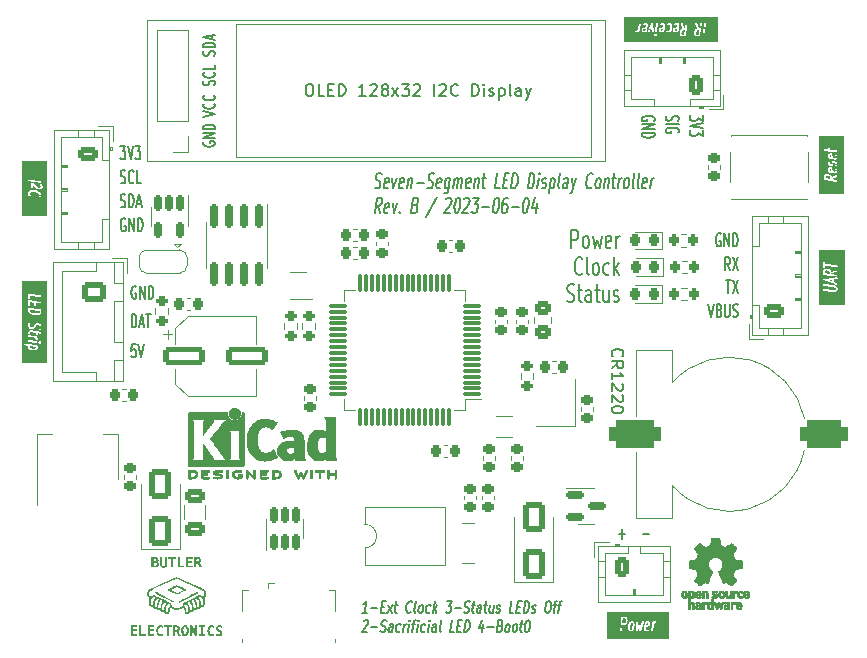
<source format=gbr>
%TF.GenerationSoftware,KiCad,Pcbnew,7.0.5-0*%
%TF.CreationDate,2023-06-05T19:49:20-04:00*%
%TF.ProjectId,7-segment-display-controller,372d7365-676d-4656-9e74-2d646973706c,B*%
%TF.SameCoordinates,Original*%
%TF.FileFunction,Legend,Top*%
%TF.FilePolarity,Positive*%
%FSLAX46Y46*%
G04 Gerber Fmt 4.6, Leading zero omitted, Abs format (unit mm)*
G04 Created by KiCad (PCBNEW 7.0.5-0) date 2023-06-05 19:49:20*
%MOMM*%
%LPD*%
G01*
G04 APERTURE LIST*
G04 Aperture macros list*
%AMRoundRect*
0 Rectangle with rounded corners*
0 $1 Rounding radius*
0 $2 $3 $4 $5 $6 $7 $8 $9 X,Y pos of 4 corners*
0 Add a 4 corners polygon primitive as box body*
4,1,4,$2,$3,$4,$5,$6,$7,$8,$9,$2,$3,0*
0 Add four circle primitives for the rounded corners*
1,1,$1+$1,$2,$3*
1,1,$1+$1,$4,$5*
1,1,$1+$1,$6,$7*
1,1,$1+$1,$8,$9*
0 Add four rect primitives between the rounded corners*
20,1,$1+$1,$2,$3,$4,$5,0*
20,1,$1+$1,$4,$5,$6,$7,0*
20,1,$1+$1,$6,$7,$8,$9,0*
20,1,$1+$1,$8,$9,$2,$3,0*%
%AMFreePoly0*
4,1,19,0.550000,-0.750000,0.000000,-0.750000,0.000000,-0.744911,-0.071157,-0.744911,-0.207708,-0.704816,-0.327430,-0.627875,-0.420627,-0.520320,-0.479746,-0.390866,-0.500000,-0.250000,-0.500000,0.250000,-0.479746,0.390866,-0.420627,0.520320,-0.327430,0.627875,-0.207708,0.704816,-0.071157,0.744911,0.000000,0.744911,0.000000,0.750000,0.550000,0.750000,0.550000,-0.750000,0.550000,-0.750000,
$1*%
%AMFreePoly1*
4,1,19,0.000000,0.744911,0.071157,0.744911,0.207708,0.704816,0.327430,0.627875,0.420627,0.520320,0.479746,0.390866,0.500000,0.250000,0.500000,-0.250000,0.479746,-0.390866,0.420627,-0.520320,0.327430,-0.627875,0.207708,-0.704816,0.071157,-0.744911,0.000000,-0.744911,0.000000,-0.750000,-0.550000,-0.750000,-0.550000,0.750000,0.000000,0.750000,0.000000,0.744911,0.000000,0.744911,
$1*%
G04 Aperture macros list end*
%ADD10C,0.153000*%
%ADD11C,0.150000*%
%ADD12C,0.010000*%
%ADD13C,0.120000*%
%ADD14RoundRect,0.150000X-0.587500X-0.150000X0.587500X-0.150000X0.587500X0.150000X-0.587500X0.150000X0*%
%ADD15RoundRect,0.200000X0.275000X-0.200000X0.275000X0.200000X-0.275000X0.200000X-0.275000X-0.200000X0*%
%ADD16RoundRect,0.200000X-0.200000X-0.275000X0.200000X-0.275000X0.200000X0.275000X-0.200000X0.275000X0*%
%ADD17R,1.700000X1.700000*%
%ADD18O,1.700000X1.700000*%
%ADD19RoundRect,0.225000X-0.250000X0.225000X-0.250000X-0.225000X0.250000X-0.225000X0.250000X0.225000X0*%
%ADD20R,1.500000X2.000000*%
%ADD21R,3.800000X2.000000*%
%ADD22R,1.000000X1.800000*%
%ADD23RoundRect,0.218750X0.218750X0.256250X-0.218750X0.256250X-0.218750X-0.256250X0.218750X-0.256250X0*%
%ADD24RoundRect,0.225000X-0.225000X-0.250000X0.225000X-0.250000X0.225000X0.250000X-0.225000X0.250000X0*%
%ADD25C,0.800000*%
%ADD26C,6.400000*%
%ADD27R,0.400000X1.350000*%
%ADD28O,1.200000X1.900000*%
%ADD29R,1.200000X1.900000*%
%ADD30C,1.450000*%
%ADD31R,1.500000X1.900000*%
%ADD32RoundRect,0.250000X0.350000X0.625000X-0.350000X0.625000X-0.350000X-0.625000X0.350000X-0.625000X0*%
%ADD33O,1.200000X1.750000*%
%ADD34RoundRect,0.225000X0.250000X-0.225000X0.250000X0.225000X-0.250000X0.225000X-0.250000X-0.225000X0*%
%ADD35FreePoly0,180.000000*%
%ADD36R,1.000000X1.500000*%
%ADD37FreePoly1,180.000000*%
%ADD38RoundRect,0.150000X0.150000X-0.512500X0.150000X0.512500X-0.150000X0.512500X-0.150000X-0.512500X0*%
%ADD39RoundRect,0.150000X-0.150000X0.512500X-0.150000X-0.512500X0.150000X-0.512500X0.150000X0.512500X0*%
%ADD40C,0.991000*%
%ADD41C,0.787000*%
%ADD42RoundRect,0.250000X0.650000X-1.000000X0.650000X1.000000X-0.650000X1.000000X-0.650000X-1.000000X0*%
%ADD43RoundRect,0.075000X0.700000X0.075000X-0.700000X0.075000X-0.700000X-0.075000X0.700000X-0.075000X0*%
%ADD44RoundRect,0.075000X0.075000X0.700000X-0.075000X0.700000X-0.075000X-0.700000X0.075000X-0.700000X0*%
%ADD45RoundRect,0.250000X-0.725000X0.600000X-0.725000X-0.600000X0.725000X-0.600000X0.725000X0.600000X0*%
%ADD46O,1.950000X1.700000*%
%ADD47R,1.000000X0.750000*%
%ADD48RoundRect,0.575000X-1.625000X-0.575000X1.625000X-0.575000X1.625000X0.575000X-1.625000X0.575000X0*%
%ADD49RoundRect,0.575000X-1.425000X-0.575000X1.425000X-0.575000X1.425000X0.575000X-1.425000X0.575000X0*%
%ADD50RoundRect,0.250000X-1.500000X-0.550000X1.500000X-0.550000X1.500000X0.550000X-1.500000X0.550000X0*%
%ADD51R,1.200000X1.400000*%
%ADD52RoundRect,0.150000X-0.150000X0.825000X-0.150000X-0.825000X0.150000X-0.825000X0.150000X0.825000X0*%
%ADD53RoundRect,0.250000X0.625000X-0.350000X0.625000X0.350000X-0.625000X0.350000X-0.625000X-0.350000X0*%
%ADD54O,1.750000X1.200000*%
%ADD55R,0.800000X0.500000*%
%ADD56R,0.800000X0.400000*%
%ADD57RoundRect,0.250000X-0.450000X0.325000X-0.450000X-0.325000X0.450000X-0.325000X0.450000X0.325000X0*%
%ADD58RoundRect,0.250000X-0.350000X-0.625000X0.350000X-0.625000X0.350000X0.625000X-0.350000X0.625000X0*%
%ADD59RoundRect,0.225000X0.225000X0.250000X-0.225000X0.250000X-0.225000X-0.250000X0.225000X-0.250000X0*%
%ADD60R,0.650000X0.400000*%
%ADD61R,0.760000X1.270000*%
%ADD62RoundRect,0.250000X0.625000X-0.375000X0.625000X0.375000X-0.625000X0.375000X-0.625000X-0.375000X0*%
%ADD63RoundRect,0.250000X-0.625000X0.350000X-0.625000X-0.350000X0.625000X-0.350000X0.625000X0.350000X0*%
G04 APERTURE END LIST*
D10*
X8980990Y-17069544D02*
X9080990Y-17121924D01*
X9080990Y-17121924D02*
X9247657Y-17121924D01*
X9247657Y-17121924D02*
X9314323Y-17069544D01*
X9314323Y-17069544D02*
X9347657Y-17017163D01*
X9347657Y-17017163D02*
X9380990Y-16912401D01*
X9380990Y-16912401D02*
X9380990Y-16807639D01*
X9380990Y-16807639D02*
X9347657Y-16702877D01*
X9347657Y-16702877D02*
X9314323Y-16650496D01*
X9314323Y-16650496D02*
X9247657Y-16598115D01*
X9247657Y-16598115D02*
X9114323Y-16545734D01*
X9114323Y-16545734D02*
X9047657Y-16493353D01*
X9047657Y-16493353D02*
X9014323Y-16440972D01*
X9014323Y-16440972D02*
X8980990Y-16336210D01*
X8980990Y-16336210D02*
X8980990Y-16231448D01*
X8980990Y-16231448D02*
X9014323Y-16126686D01*
X9014323Y-16126686D02*
X9047657Y-16074305D01*
X9047657Y-16074305D02*
X9114323Y-16021924D01*
X9114323Y-16021924D02*
X9280990Y-16021924D01*
X9280990Y-16021924D02*
X9380990Y-16074305D01*
X9680990Y-17121924D02*
X9680990Y-16021924D01*
X9680990Y-16021924D02*
X9847657Y-16021924D01*
X9847657Y-16021924D02*
X9947657Y-16074305D01*
X9947657Y-16074305D02*
X10014324Y-16179067D01*
X10014324Y-16179067D02*
X10047657Y-16283829D01*
X10047657Y-16283829D02*
X10080990Y-16493353D01*
X10080990Y-16493353D02*
X10080990Y-16650496D01*
X10080990Y-16650496D02*
X10047657Y-16860020D01*
X10047657Y-16860020D02*
X10014324Y-16964782D01*
X10014324Y-16964782D02*
X9947657Y-17069544D01*
X9947657Y-17069544D02*
X9847657Y-17121924D01*
X9847657Y-17121924D02*
X9680990Y-17121924D01*
X10347657Y-16807639D02*
X10680990Y-16807639D01*
X10280990Y-17121924D02*
X10514324Y-16021924D01*
X10514324Y-16021924D02*
X10747657Y-17121924D01*
X46810532Y-25081944D02*
X46953389Y-25153372D01*
X46953389Y-25153372D02*
X47191484Y-25153372D01*
X47191484Y-25153372D02*
X47286722Y-25081944D01*
X47286722Y-25081944D02*
X47334341Y-25010515D01*
X47334341Y-25010515D02*
X47381960Y-24867658D01*
X47381960Y-24867658D02*
X47381960Y-24724801D01*
X47381960Y-24724801D02*
X47334341Y-24581944D01*
X47334341Y-24581944D02*
X47286722Y-24510515D01*
X47286722Y-24510515D02*
X47191484Y-24439086D01*
X47191484Y-24439086D02*
X47001008Y-24367658D01*
X47001008Y-24367658D02*
X46905770Y-24296229D01*
X46905770Y-24296229D02*
X46858151Y-24224801D01*
X46858151Y-24224801D02*
X46810532Y-24081944D01*
X46810532Y-24081944D02*
X46810532Y-23939086D01*
X46810532Y-23939086D02*
X46858151Y-23796229D01*
X46858151Y-23796229D02*
X46905770Y-23724801D01*
X46905770Y-23724801D02*
X47001008Y-23653372D01*
X47001008Y-23653372D02*
X47239103Y-23653372D01*
X47239103Y-23653372D02*
X47381960Y-23724801D01*
X47667675Y-24153372D02*
X48048627Y-24153372D01*
X47810532Y-23653372D02*
X47810532Y-24939086D01*
X47810532Y-24939086D02*
X47858151Y-25081944D01*
X47858151Y-25081944D02*
X47953389Y-25153372D01*
X47953389Y-25153372D02*
X48048627Y-25153372D01*
X48810532Y-25153372D02*
X48810532Y-24367658D01*
X48810532Y-24367658D02*
X48762913Y-24224801D01*
X48762913Y-24224801D02*
X48667675Y-24153372D01*
X48667675Y-24153372D02*
X48477199Y-24153372D01*
X48477199Y-24153372D02*
X48381961Y-24224801D01*
X48810532Y-25081944D02*
X48715294Y-25153372D01*
X48715294Y-25153372D02*
X48477199Y-25153372D01*
X48477199Y-25153372D02*
X48381961Y-25081944D01*
X48381961Y-25081944D02*
X48334342Y-24939086D01*
X48334342Y-24939086D02*
X48334342Y-24796229D01*
X48334342Y-24796229D02*
X48381961Y-24653372D01*
X48381961Y-24653372D02*
X48477199Y-24581944D01*
X48477199Y-24581944D02*
X48715294Y-24581944D01*
X48715294Y-24581944D02*
X48810532Y-24510515D01*
X49143866Y-24153372D02*
X49524818Y-24153372D01*
X49286723Y-23653372D02*
X49286723Y-24939086D01*
X49286723Y-24939086D02*
X49334342Y-25081944D01*
X49334342Y-25081944D02*
X49429580Y-25153372D01*
X49429580Y-25153372D02*
X49524818Y-25153372D01*
X50286723Y-24153372D02*
X50286723Y-25153372D01*
X49858152Y-24153372D02*
X49858152Y-24939086D01*
X49858152Y-24939086D02*
X49905771Y-25081944D01*
X49905771Y-25081944D02*
X50001009Y-25153372D01*
X50001009Y-25153372D02*
X50143866Y-25153372D01*
X50143866Y-25153372D02*
X50239104Y-25081944D01*
X50239104Y-25081944D02*
X50286723Y-25010515D01*
X50715295Y-25081944D02*
X50810533Y-25153372D01*
X50810533Y-25153372D02*
X51001009Y-25153372D01*
X51001009Y-25153372D02*
X51096247Y-25081944D01*
X51096247Y-25081944D02*
X51143866Y-24939086D01*
X51143866Y-24939086D02*
X51143866Y-24867658D01*
X51143866Y-24867658D02*
X51096247Y-24724801D01*
X51096247Y-24724801D02*
X51001009Y-24653372D01*
X51001009Y-24653372D02*
X50858152Y-24653372D01*
X50858152Y-24653372D02*
X50762914Y-24581944D01*
X50762914Y-24581944D02*
X50715295Y-24439086D01*
X50715295Y-24439086D02*
X50715295Y-24367658D01*
X50715295Y-24367658D02*
X50762914Y-24224801D01*
X50762914Y-24224801D02*
X50858152Y-24153372D01*
X50858152Y-24153372D02*
X51001009Y-24153372D01*
X51001009Y-24153372D02*
X51096247Y-24224801D01*
G36*
X56649515Y-2133012D02*
G01*
X56663716Y-2130027D01*
X56735769Y-2130027D01*
X56689418Y-2500836D01*
X56516706Y-2500836D01*
X56488478Y-2478697D01*
X56474280Y-2454005D01*
X56458326Y-2383096D01*
X56473000Y-2265705D01*
X56508892Y-2190143D01*
X56534778Y-2158766D01*
X56578606Y-2130027D01*
X56641680Y-2130027D01*
X56649515Y-2133012D01*
G37*
G36*
X57882848Y-2133012D02*
G01*
X57897049Y-2130027D01*
X57969102Y-2130027D01*
X57922751Y-2500836D01*
X57750039Y-2500836D01*
X57721811Y-2478697D01*
X57707613Y-2454005D01*
X57691659Y-2383096D01*
X57706333Y-2265705D01*
X57742225Y-2190143D01*
X57768111Y-2158766D01*
X57811939Y-2130027D01*
X57875013Y-2130027D01*
X57882848Y-2133012D01*
G37*
G36*
X53408759Y-2079443D02*
G01*
X53378010Y-2144178D01*
X53342440Y-2167503D01*
X53258374Y-2167503D01*
X53239890Y-2153005D01*
X53227374Y-2097383D01*
X53231288Y-2066072D01*
X53416828Y-2014888D01*
X53408759Y-2079443D01*
G37*
G36*
X54875425Y-2079443D02*
G01*
X54844676Y-2144178D01*
X54809106Y-2167503D01*
X54725040Y-2167503D01*
X54706556Y-2153005D01*
X54694040Y-2097383D01*
X54697954Y-2066072D01*
X54883494Y-2014888D01*
X54875425Y-2079443D01*
G37*
G36*
X56075425Y-2079443D02*
G01*
X56044676Y-2144178D01*
X56009106Y-2167503D01*
X55925040Y-2167503D01*
X55906556Y-2153005D01*
X55894040Y-2097383D01*
X55897954Y-2066072D01*
X56083494Y-2014888D01*
X56075425Y-2079443D01*
G37*
G36*
X59573772Y-3095607D02*
G01*
X51553227Y-3095607D01*
X51553227Y-2520283D01*
X54150400Y-2520283D01*
X54152753Y-2534241D01*
X54152055Y-2548377D01*
X54156413Y-2555957D01*
X54157868Y-2564583D01*
X54167394Y-2575053D01*
X54183681Y-2603378D01*
X54185049Y-2611789D01*
X54185209Y-2611967D01*
X54185249Y-2612202D01*
X54194774Y-2622672D01*
X54196116Y-2625005D01*
X54201984Y-2630619D01*
X54215090Y-2645193D01*
X54215321Y-2645256D01*
X54215481Y-2645432D01*
X54218233Y-2646168D01*
X54220292Y-2648138D01*
X54239522Y-2651879D01*
X54258422Y-2657052D01*
X54258648Y-2656981D01*
X54258880Y-2657043D01*
X54261594Y-2656174D01*
X54264390Y-2656718D01*
X54282585Y-2649470D01*
X54301286Y-2643603D01*
X54301439Y-2643419D01*
X54301666Y-2643347D01*
X54303480Y-2641147D01*
X54306126Y-2640094D01*
X54317517Y-2624157D01*
X54330074Y-2609114D01*
X54330103Y-2608876D01*
X54342765Y-2593529D01*
X54345412Y-2592475D01*
X54356936Y-2576352D01*
X54362247Y-2569915D01*
X54363304Y-2567443D01*
X54371536Y-2555927D01*
X54371967Y-2547191D01*
X54375407Y-2539151D01*
X54373054Y-2525195D01*
X54373753Y-2511057D01*
X54369392Y-2503473D01*
X54367939Y-2494851D01*
X54358414Y-2484382D01*
X54342125Y-2456054D01*
X54340758Y-2447646D01*
X54340597Y-2447467D01*
X54340558Y-2447232D01*
X54331032Y-2436761D01*
X54329691Y-2434429D01*
X54323816Y-2428807D01*
X54310717Y-2414242D01*
X54310487Y-2414179D01*
X54310326Y-2414002D01*
X54307573Y-2413265D01*
X54305515Y-2411296D01*
X54286279Y-2407553D01*
X54267385Y-2402382D01*
X54267158Y-2402452D01*
X54266927Y-2402391D01*
X54264212Y-2403259D01*
X54261417Y-2402716D01*
X54243221Y-2409963D01*
X54224521Y-2415831D01*
X54224367Y-2416014D01*
X54224141Y-2416087D01*
X54222326Y-2418286D01*
X54219681Y-2419340D01*
X54208289Y-2435276D01*
X54195733Y-2450320D01*
X54195703Y-2450557D01*
X54183041Y-2465904D01*
X54180395Y-2466959D01*
X54168870Y-2483081D01*
X54163560Y-2489519D01*
X54162502Y-2491990D01*
X54154271Y-2503507D01*
X54153839Y-2512242D01*
X54150400Y-2520283D01*
X51553227Y-2520283D01*
X51553227Y-2381737D01*
X56301196Y-2381737D01*
X56305620Y-2401400D01*
X56308859Y-2421313D01*
X56310514Y-2423153D01*
X56325268Y-2488728D01*
X56324674Y-2500758D01*
X56335564Y-2519698D01*
X56346214Y-2538875D01*
X56346759Y-2539167D01*
X56359668Y-2561617D01*
X56364684Y-2576049D01*
X56379399Y-2587590D01*
X56392911Y-2600519D01*
X56396864Y-2601288D01*
X56428429Y-2626044D01*
X56430029Y-2629548D01*
X56445902Y-2639749D01*
X56451729Y-2644319D01*
X56455113Y-2645668D01*
X56467822Y-2653836D01*
X56475593Y-2653836D01*
X56482809Y-2656714D01*
X56497638Y-2653836D01*
X56746671Y-2653836D01*
X56758422Y-2657052D01*
X56779187Y-2650536D01*
X56800056Y-2644409D01*
X56800555Y-2643832D01*
X56801286Y-2643603D01*
X56815232Y-2626895D01*
X56829476Y-2610457D01*
X56829584Y-2609700D01*
X56830074Y-2609114D01*
X56832771Y-2587536D01*
X56835869Y-2565989D01*
X56835551Y-2565293D01*
X56858496Y-2381737D01*
X57534529Y-2381737D01*
X57538953Y-2401400D01*
X57542192Y-2421313D01*
X57543847Y-2423153D01*
X57558601Y-2488728D01*
X57558007Y-2500758D01*
X57568897Y-2519698D01*
X57579547Y-2538875D01*
X57580092Y-2539167D01*
X57593001Y-2561617D01*
X57598017Y-2576049D01*
X57612732Y-2587590D01*
X57626244Y-2600519D01*
X57630197Y-2601288D01*
X57661762Y-2626044D01*
X57663362Y-2629548D01*
X57679235Y-2639749D01*
X57685062Y-2644319D01*
X57688446Y-2645668D01*
X57701155Y-2653836D01*
X57708926Y-2653836D01*
X57716142Y-2656714D01*
X57730971Y-2653836D01*
X57980004Y-2653836D01*
X57991755Y-2657052D01*
X58012520Y-2650536D01*
X58033389Y-2644409D01*
X58033888Y-2643832D01*
X58034619Y-2643603D01*
X58048565Y-2626895D01*
X58062809Y-2610457D01*
X58062917Y-2609700D01*
X58063407Y-2609114D01*
X58066104Y-2587536D01*
X58067366Y-2578762D01*
X58246343Y-2578762D01*
X58251715Y-2611789D01*
X58281756Y-2645193D01*
X58325088Y-2657052D01*
X58367952Y-2643603D01*
X58396740Y-2609114D01*
X58525891Y-1575910D01*
X58520519Y-1542883D01*
X58490478Y-1509479D01*
X58447146Y-1497620D01*
X58404282Y-1511069D01*
X58375494Y-1545558D01*
X58246343Y-2578762D01*
X58067366Y-2578762D01*
X58069202Y-2565989D01*
X58068884Y-2565293D01*
X58131583Y-2063707D01*
X58134678Y-2042180D01*
X58134360Y-2041485D01*
X58192558Y-1575910D01*
X58187186Y-1542883D01*
X58157145Y-1509479D01*
X58113813Y-1497620D01*
X58070949Y-1511069D01*
X58042161Y-1545558D01*
X57988227Y-1977027D01*
X57942608Y-1977027D01*
X57783375Y-1540773D01*
X57763511Y-1513846D01*
X57721530Y-1497851D01*
X57677566Y-1507093D01*
X57645577Y-1538635D01*
X57635719Y-1582465D01*
X57779735Y-1977027D01*
X57778094Y-1977027D01*
X57777749Y-1977128D01*
X57765929Y-1977237D01*
X57756644Y-1983325D01*
X57745989Y-1986454D01*
X57738246Y-1995389D01*
X57683236Y-2031461D01*
X57671760Y-2035135D01*
X57657839Y-2052008D01*
X57643649Y-2068693D01*
X57643566Y-2069309D01*
X57626157Y-2090410D01*
X57617726Y-2095652D01*
X57612151Y-2107388D01*
X57611179Y-2108567D01*
X57607443Y-2117300D01*
X57567010Y-2202421D01*
X57558828Y-2212225D01*
X57556200Y-2233241D01*
X57552871Y-2254161D01*
X57553427Y-2255429D01*
X57539258Y-2368774D01*
X57534529Y-2381737D01*
X56858496Y-2381737D01*
X56898250Y-2063707D01*
X56901345Y-2042180D01*
X56901027Y-2041485D01*
X56959225Y-1575910D01*
X56953853Y-1542883D01*
X56923812Y-1509479D01*
X56880480Y-1497620D01*
X56837616Y-1511069D01*
X56808828Y-1545558D01*
X56754894Y-1977027D01*
X56709275Y-1977027D01*
X56550042Y-1540773D01*
X56530178Y-1513846D01*
X56488197Y-1497851D01*
X56444233Y-1507093D01*
X56412244Y-1538635D01*
X56402386Y-1582465D01*
X56546402Y-1977027D01*
X56544761Y-1977027D01*
X56544416Y-1977128D01*
X56532596Y-1977237D01*
X56523311Y-1983325D01*
X56512656Y-1986454D01*
X56504913Y-1995389D01*
X56449903Y-2031461D01*
X56438427Y-2035135D01*
X56424506Y-2052008D01*
X56410316Y-2068693D01*
X56410233Y-2069309D01*
X56392824Y-2090410D01*
X56384393Y-2095652D01*
X56378818Y-2107388D01*
X56377846Y-2108567D01*
X56374110Y-2117300D01*
X56333677Y-2202421D01*
X56325495Y-2212225D01*
X56322867Y-2233241D01*
X56319538Y-2254161D01*
X56320094Y-2255429D01*
X56305925Y-2368774D01*
X56301196Y-2381737D01*
X51553227Y-2381737D01*
X51553227Y-2255350D01*
X52553034Y-2255350D01*
X52571696Y-2296215D01*
X52609489Y-2320503D01*
X52676537Y-2320503D01*
X52676861Y-2320707D01*
X52698997Y-2320503D01*
X52709619Y-2320503D01*
X52709963Y-2320401D01*
X52721784Y-2320293D01*
X52731068Y-2314204D01*
X52741724Y-2311076D01*
X52749466Y-2302140D01*
X52769522Y-2288989D01*
X52790091Y-2311860D01*
X52833423Y-2323719D01*
X52876287Y-2310270D01*
X52905075Y-2275781D01*
X52927544Y-2096024D01*
X53070244Y-2096024D01*
X53074667Y-2115685D01*
X53077907Y-2135599D01*
X53079562Y-2137440D01*
X53092689Y-2195777D01*
X53091603Y-2200281D01*
X53097556Y-2217410D01*
X53099019Y-2223909D01*
X53101148Y-2227743D01*
X53106352Y-2242715D01*
X53111862Y-2247036D01*
X53115263Y-2253161D01*
X53129231Y-2260660D01*
X53170095Y-2292711D01*
X53171696Y-2296215D01*
X53187570Y-2306416D01*
X53193396Y-2310986D01*
X53196780Y-2312336D01*
X53209489Y-2320503D01*
X53217258Y-2320503D01*
X53224476Y-2323382D01*
X53239311Y-2320503D01*
X53343203Y-2320503D01*
X53343527Y-2320707D01*
X53365663Y-2320503D01*
X53376285Y-2320503D01*
X53376629Y-2320401D01*
X53388450Y-2320293D01*
X53397734Y-2314204D01*
X53408390Y-2311076D01*
X53416132Y-2302140D01*
X53479066Y-2260872D01*
X53479161Y-2260813D01*
X53620680Y-2260813D01*
X53642141Y-2300281D01*
X53681533Y-2321880D01*
X53726348Y-2318755D01*
X53762360Y-2291897D01*
X53911222Y-1894930D01*
X53957407Y-2264407D01*
X53970743Y-2295094D01*
X54008082Y-2320076D01*
X54053000Y-2320904D01*
X54091235Y-2297317D01*
X54110647Y-2256804D01*
X54109225Y-2245429D01*
X54221344Y-2245429D01*
X54226716Y-2278456D01*
X54256757Y-2311860D01*
X54300089Y-2323719D01*
X54342953Y-2310270D01*
X54371741Y-2275781D01*
X54394211Y-2096024D01*
X54536910Y-2096024D01*
X54541333Y-2115685D01*
X54544573Y-2135599D01*
X54546228Y-2137440D01*
X54559355Y-2195777D01*
X54558269Y-2200281D01*
X54564222Y-2217410D01*
X54565685Y-2223909D01*
X54567814Y-2227743D01*
X54573018Y-2242715D01*
X54578528Y-2247036D01*
X54581929Y-2253161D01*
X54595897Y-2260660D01*
X54636761Y-2292711D01*
X54638362Y-2296215D01*
X54654236Y-2306416D01*
X54660062Y-2310986D01*
X54663446Y-2312336D01*
X54676155Y-2320503D01*
X54683924Y-2320503D01*
X54691142Y-2323382D01*
X54705977Y-2320503D01*
X54809869Y-2320503D01*
X54810193Y-2320707D01*
X54832329Y-2320503D01*
X54842951Y-2320503D01*
X54843295Y-2320401D01*
X54855116Y-2320293D01*
X54864400Y-2314204D01*
X54875056Y-2311076D01*
X54882798Y-2302140D01*
X54945732Y-2260872D01*
X54964033Y-2249497D01*
X54969356Y-2238289D01*
X54977396Y-2228837D01*
X54978796Y-2218415D01*
X54987410Y-2200281D01*
X55124935Y-2200281D01*
X55139684Y-2242716D01*
X55203429Y-2292711D01*
X55205029Y-2296215D01*
X55220902Y-2306416D01*
X55226729Y-2310986D01*
X55230113Y-2312335D01*
X55242822Y-2320503D01*
X55250593Y-2320503D01*
X55257809Y-2323381D01*
X55272638Y-2320503D01*
X55376536Y-2320503D01*
X55376860Y-2320707D01*
X55398996Y-2320503D01*
X55409618Y-2320503D01*
X55409962Y-2320401D01*
X55421783Y-2320293D01*
X55431067Y-2314204D01*
X55441723Y-2311076D01*
X55449465Y-2302140D01*
X55504475Y-2266068D01*
X55515952Y-2262395D01*
X55529872Y-2245521D01*
X55544063Y-2228837D01*
X55544145Y-2228220D01*
X55561554Y-2207119D01*
X55569986Y-2201878D01*
X55575560Y-2190141D01*
X55576533Y-2188963D01*
X55580268Y-2180229D01*
X55620266Y-2096024D01*
X55736910Y-2096024D01*
X55741333Y-2115685D01*
X55744573Y-2135599D01*
X55746228Y-2137440D01*
X55759355Y-2195777D01*
X55758269Y-2200281D01*
X55764222Y-2217410D01*
X55765685Y-2223909D01*
X55767814Y-2227743D01*
X55773018Y-2242715D01*
X55778528Y-2247036D01*
X55781929Y-2253161D01*
X55795897Y-2260660D01*
X55836761Y-2292711D01*
X55838362Y-2296215D01*
X55854236Y-2306416D01*
X55860062Y-2310986D01*
X55863446Y-2312336D01*
X55876155Y-2320503D01*
X55883924Y-2320503D01*
X55891142Y-2323382D01*
X55905977Y-2320503D01*
X56009869Y-2320503D01*
X56010193Y-2320707D01*
X56032329Y-2320503D01*
X56042951Y-2320503D01*
X56043295Y-2320401D01*
X56055116Y-2320293D01*
X56064400Y-2314204D01*
X56075056Y-2311076D01*
X56082798Y-2302140D01*
X56145732Y-2260872D01*
X56164033Y-2249497D01*
X56169356Y-2238289D01*
X56177396Y-2228837D01*
X56178796Y-2218415D01*
X56214748Y-2142727D01*
X56222931Y-2132924D01*
X56225558Y-2111908D01*
X56228888Y-2090988D01*
X56228331Y-2089719D01*
X56247993Y-1932428D01*
X56252339Y-1923312D01*
X56250722Y-1910591D01*
X56272261Y-1738279D01*
X56276992Y-1725317D01*
X56272568Y-1705654D01*
X56269329Y-1685741D01*
X56267673Y-1683900D01*
X56254547Y-1625561D01*
X56255634Y-1621060D01*
X56249681Y-1603933D01*
X56248219Y-1597432D01*
X56246089Y-1593597D01*
X56240886Y-1578625D01*
X56235374Y-1574301D01*
X56231974Y-1568179D01*
X56218009Y-1560682D01*
X56177141Y-1528628D01*
X56175541Y-1525124D01*
X56159665Y-1514921D01*
X56153842Y-1510354D01*
X56150458Y-1509004D01*
X56137748Y-1500836D01*
X56129978Y-1500836D01*
X56122762Y-1497958D01*
X56107931Y-1500836D01*
X56004032Y-1500836D01*
X56003708Y-1500632D01*
X55981573Y-1500836D01*
X55970951Y-1500836D01*
X55970606Y-1500937D01*
X55958786Y-1501046D01*
X55949501Y-1507134D01*
X55938846Y-1510263D01*
X55931102Y-1519199D01*
X55858183Y-1567016D01*
X55836505Y-1592504D01*
X55830521Y-1637029D01*
X55849560Y-1677721D01*
X55887575Y-1701660D01*
X55932497Y-1701246D01*
X56004796Y-1653836D01*
X56088863Y-1653836D01*
X56107346Y-1668332D01*
X56119861Y-1723957D01*
X56104042Y-1850505D01*
X55828300Y-1926572D01*
X55826909Y-1926192D01*
X55806731Y-1932522D01*
X55797433Y-1935088D01*
X55796281Y-1935801D01*
X55784045Y-1939641D01*
X55777573Y-1947394D01*
X55768990Y-1952713D01*
X55763472Y-1964287D01*
X55755257Y-1974130D01*
X55754004Y-1984150D01*
X55749659Y-1993266D01*
X55751274Y-2005985D01*
X55741640Y-2083060D01*
X55736910Y-2096024D01*
X55620266Y-2096024D01*
X55620701Y-2095108D01*
X55628884Y-2085305D01*
X55631511Y-2064289D01*
X55634841Y-2043369D01*
X55634284Y-2042100D01*
X55666310Y-1785897D01*
X55671040Y-1772935D01*
X55666614Y-1753266D01*
X55663376Y-1733361D01*
X55661721Y-1731521D01*
X55646967Y-1665948D01*
X55647562Y-1653916D01*
X55636642Y-1634925D01*
X55626021Y-1615798D01*
X55625476Y-1615505D01*
X55612566Y-1593053D01*
X55607552Y-1578625D01*
X55592839Y-1567085D01*
X55579326Y-1554155D01*
X55575372Y-1553385D01*
X55543807Y-1528628D01*
X55542207Y-1525124D01*
X55526332Y-1514922D01*
X55520507Y-1510353D01*
X55517122Y-1509003D01*
X55504414Y-1500836D01*
X55496643Y-1500836D01*
X55489427Y-1497958D01*
X55474596Y-1500836D01*
X55370699Y-1500836D01*
X55370375Y-1500632D01*
X55348240Y-1500836D01*
X55337618Y-1500836D01*
X55337273Y-1500937D01*
X55325453Y-1501046D01*
X55316168Y-1507134D01*
X55305513Y-1510263D01*
X55297769Y-1519199D01*
X55224850Y-1567016D01*
X55203172Y-1592504D01*
X55197188Y-1637029D01*
X55216227Y-1677721D01*
X55254242Y-1701660D01*
X55299164Y-1701246D01*
X55371463Y-1653836D01*
X55455530Y-1653836D01*
X55483756Y-1675975D01*
X55497954Y-1700667D01*
X55513909Y-1771575D01*
X55481378Y-2031824D01*
X55445486Y-2107386D01*
X55419600Y-2138763D01*
X55375773Y-2167503D01*
X55291706Y-2167503D01*
X55243125Y-2129401D01*
X55212046Y-2117006D01*
X55167943Y-2125565D01*
X55135470Y-2156609D01*
X55124935Y-2200281D01*
X54987410Y-2200281D01*
X55014748Y-2142727D01*
X55022931Y-2132924D01*
X55025558Y-2111908D01*
X55028888Y-2090988D01*
X55028331Y-2089719D01*
X55047993Y-1932428D01*
X55052339Y-1923312D01*
X55050722Y-1910591D01*
X55072261Y-1738279D01*
X55076992Y-1725317D01*
X55072568Y-1705654D01*
X55069329Y-1685741D01*
X55067673Y-1683900D01*
X55054547Y-1625561D01*
X55055634Y-1621060D01*
X55049681Y-1603933D01*
X55048219Y-1597432D01*
X55046089Y-1593597D01*
X55040886Y-1578625D01*
X55035374Y-1574301D01*
X55031974Y-1568179D01*
X55018009Y-1560682D01*
X54977141Y-1528628D01*
X54975541Y-1525124D01*
X54959665Y-1514921D01*
X54953842Y-1510354D01*
X54950458Y-1509004D01*
X54937748Y-1500836D01*
X54929978Y-1500836D01*
X54922762Y-1497958D01*
X54907931Y-1500836D01*
X54804032Y-1500836D01*
X54803708Y-1500632D01*
X54781573Y-1500836D01*
X54770951Y-1500836D01*
X54770606Y-1500937D01*
X54758786Y-1501046D01*
X54749501Y-1507134D01*
X54738846Y-1510263D01*
X54731102Y-1519199D01*
X54658183Y-1567016D01*
X54636505Y-1592504D01*
X54630521Y-1637029D01*
X54649560Y-1677721D01*
X54687575Y-1701660D01*
X54732497Y-1701246D01*
X54804796Y-1653836D01*
X54888863Y-1653836D01*
X54907346Y-1668332D01*
X54919861Y-1723957D01*
X54904042Y-1850505D01*
X54628300Y-1926572D01*
X54626909Y-1926192D01*
X54606731Y-1932522D01*
X54597433Y-1935088D01*
X54596281Y-1935801D01*
X54584045Y-1939641D01*
X54577573Y-1947394D01*
X54568990Y-1952713D01*
X54563472Y-1964287D01*
X54555257Y-1974130D01*
X54554004Y-1984150D01*
X54549659Y-1993266D01*
X54551274Y-2005985D01*
X54541640Y-2083060D01*
X54536910Y-2096024D01*
X54394211Y-2096024D01*
X54459225Y-1575910D01*
X54453853Y-1542883D01*
X54423812Y-1509479D01*
X54380480Y-1497620D01*
X54337616Y-1511069D01*
X54308828Y-1545558D01*
X54221344Y-2245429D01*
X54109225Y-2245429D01*
X54025467Y-1575371D01*
X54026556Y-1560526D01*
X54017433Y-1543747D01*
X54009826Y-1526244D01*
X54006823Y-1524235D01*
X54005096Y-1521058D01*
X53988350Y-1511876D01*
X53972488Y-1501263D01*
X53968874Y-1501196D01*
X53965704Y-1499458D01*
X53946649Y-1500786D01*
X53927570Y-1500435D01*
X53924495Y-1502331D01*
X53920888Y-1502583D01*
X53905582Y-1513998D01*
X53889335Y-1524021D01*
X53887772Y-1527281D01*
X53884876Y-1529442D01*
X53878172Y-1547317D01*
X53869923Y-1564535D01*
X53870371Y-1568121D01*
X53623126Y-2227442D01*
X53620680Y-2260813D01*
X53479161Y-2260813D01*
X53497367Y-2249497D01*
X53502690Y-2238289D01*
X53510730Y-2228837D01*
X53512130Y-2218415D01*
X53548082Y-2142727D01*
X53556265Y-2132924D01*
X53558892Y-2111908D01*
X53562222Y-2090988D01*
X53561665Y-2089719D01*
X53581327Y-1932428D01*
X53585673Y-1923312D01*
X53584056Y-1910591D01*
X53605595Y-1738279D01*
X53610326Y-1725317D01*
X53605902Y-1705654D01*
X53602663Y-1685741D01*
X53601007Y-1683900D01*
X53587881Y-1625561D01*
X53588968Y-1621060D01*
X53583015Y-1603933D01*
X53581553Y-1597432D01*
X53579423Y-1593597D01*
X53574220Y-1578625D01*
X53568708Y-1574301D01*
X53565308Y-1568179D01*
X53551343Y-1560682D01*
X53510475Y-1528628D01*
X53508875Y-1525124D01*
X53492999Y-1514921D01*
X53487176Y-1510354D01*
X53483792Y-1509004D01*
X53471082Y-1500836D01*
X53463312Y-1500836D01*
X53456096Y-1497958D01*
X53441265Y-1500836D01*
X53337366Y-1500836D01*
X53337042Y-1500632D01*
X53314907Y-1500836D01*
X53304285Y-1500836D01*
X53303940Y-1500937D01*
X53292120Y-1501046D01*
X53282835Y-1507134D01*
X53272180Y-1510263D01*
X53264436Y-1519199D01*
X53191517Y-1567016D01*
X53169839Y-1592504D01*
X53163855Y-1637029D01*
X53182894Y-1677721D01*
X53220909Y-1701660D01*
X53265831Y-1701246D01*
X53338130Y-1653836D01*
X53422197Y-1653836D01*
X53440680Y-1668332D01*
X53453195Y-1723957D01*
X53437376Y-1850505D01*
X53161634Y-1926572D01*
X53160243Y-1926192D01*
X53140065Y-1932522D01*
X53130767Y-1935088D01*
X53129615Y-1935801D01*
X53117379Y-1939641D01*
X53110907Y-1947394D01*
X53102324Y-1952713D01*
X53096806Y-1964287D01*
X53088591Y-1974130D01*
X53087338Y-1984150D01*
X53082993Y-1993266D01*
X53084608Y-2005985D01*
X53074974Y-2083060D01*
X53070244Y-2096024D01*
X52927544Y-2096024D01*
X52931513Y-2064273D01*
X52934841Y-2043369D01*
X52934284Y-2042101D01*
X52992559Y-1575910D01*
X52987187Y-1542883D01*
X52957146Y-1509479D01*
X52913814Y-1497620D01*
X52870950Y-1511069D01*
X52842162Y-1545558D01*
X52781378Y-2031823D01*
X52745486Y-2107385D01*
X52719598Y-2138765D01*
X52675774Y-2167503D01*
X52620952Y-2167503D01*
X52588847Y-2176930D01*
X52559427Y-2210882D01*
X52553034Y-2255350D01*
X51553227Y-2255350D01*
X51553227Y-968393D01*
X59573772Y-968393D01*
X59573772Y-3095607D01*
G37*
X51168333Y-44785877D02*
X51701667Y-44785877D01*
X51435000Y-45204924D02*
X51435000Y-44366829D01*
X60567342Y-22471924D02*
X60334009Y-21948115D01*
X60167342Y-22471924D02*
X60167342Y-21371924D01*
X60167342Y-21371924D02*
X60434009Y-21371924D01*
X60434009Y-21371924D02*
X60500676Y-21424305D01*
X60500676Y-21424305D02*
X60534009Y-21476686D01*
X60534009Y-21476686D02*
X60567342Y-21581448D01*
X60567342Y-21581448D02*
X60567342Y-21738591D01*
X60567342Y-21738591D02*
X60534009Y-21843353D01*
X60534009Y-21843353D02*
X60500676Y-21895734D01*
X60500676Y-21895734D02*
X60434009Y-21948115D01*
X60434009Y-21948115D02*
X60167342Y-21948115D01*
X60800676Y-21371924D02*
X61267342Y-22471924D01*
X61267342Y-21371924D02*
X60800676Y-22471924D01*
X10252657Y-28737924D02*
X9919323Y-28737924D01*
X9919323Y-28737924D02*
X9885990Y-29261734D01*
X9885990Y-29261734D02*
X9919323Y-29209353D01*
X9919323Y-29209353D02*
X9985990Y-29156972D01*
X9985990Y-29156972D02*
X10152657Y-29156972D01*
X10152657Y-29156972D02*
X10219323Y-29209353D01*
X10219323Y-29209353D02*
X10252657Y-29261734D01*
X10252657Y-29261734D02*
X10285990Y-29366496D01*
X10285990Y-29366496D02*
X10285990Y-29628401D01*
X10285990Y-29628401D02*
X10252657Y-29733163D01*
X10252657Y-29733163D02*
X10219323Y-29785544D01*
X10219323Y-29785544D02*
X10152657Y-29837924D01*
X10152657Y-29837924D02*
X9985990Y-29837924D01*
X9985990Y-29837924D02*
X9919323Y-29785544D01*
X9919323Y-29785544D02*
X9885990Y-29733163D01*
X10485990Y-28737924D02*
X10719324Y-29837924D01*
X10719324Y-29837924D02*
X10952657Y-28737924D01*
X30479037Y-15458044D02*
X30585585Y-15519948D01*
X30585585Y-15519948D02*
X30776061Y-15519948D01*
X30776061Y-15519948D02*
X30859990Y-15458044D01*
X30859990Y-15458044D02*
X30905823Y-15396139D01*
X30905823Y-15396139D02*
X30959395Y-15272329D01*
X30959395Y-15272329D02*
X30974871Y-15148520D01*
X30974871Y-15148520D02*
X30952252Y-15024710D01*
X30952252Y-15024710D02*
X30921895Y-14962805D01*
X30921895Y-14962805D02*
X30853442Y-14900901D01*
X30853442Y-14900901D02*
X30708799Y-14838996D01*
X30708799Y-14838996D02*
X30640347Y-14777091D01*
X30640347Y-14777091D02*
X30609990Y-14715186D01*
X30609990Y-14715186D02*
X30587371Y-14591377D01*
X30587371Y-14591377D02*
X30602847Y-14467567D01*
X30602847Y-14467567D02*
X30656418Y-14343758D01*
X30656418Y-14343758D02*
X30702252Y-14281853D01*
X30702252Y-14281853D02*
X30786180Y-14219948D01*
X30786180Y-14219948D02*
X30976657Y-14219948D01*
X30976657Y-14219948D02*
X31083204Y-14281853D01*
X31583800Y-15458044D02*
X31499871Y-15519948D01*
X31499871Y-15519948D02*
X31347490Y-15519948D01*
X31347490Y-15519948D02*
X31279038Y-15458044D01*
X31279038Y-15458044D02*
X31256419Y-15334234D01*
X31256419Y-15334234D02*
X31318323Y-14838996D01*
X31318323Y-14838996D02*
X31371895Y-14715186D01*
X31371895Y-14715186D02*
X31455823Y-14653282D01*
X31455823Y-14653282D02*
X31608204Y-14653282D01*
X31608204Y-14653282D02*
X31676657Y-14715186D01*
X31676657Y-14715186D02*
X31699276Y-14838996D01*
X31699276Y-14838996D02*
X31683800Y-14962805D01*
X31683800Y-14962805D02*
X31287371Y-15086615D01*
X31989156Y-14653282D02*
X32071299Y-15519948D01*
X32071299Y-15519948D02*
X32370109Y-14653282D01*
X32879038Y-15458044D02*
X32795109Y-15519948D01*
X32795109Y-15519948D02*
X32642728Y-15519948D01*
X32642728Y-15519948D02*
X32574276Y-15458044D01*
X32574276Y-15458044D02*
X32551657Y-15334234D01*
X32551657Y-15334234D02*
X32613561Y-14838996D01*
X32613561Y-14838996D02*
X32667133Y-14715186D01*
X32667133Y-14715186D02*
X32751061Y-14653282D01*
X32751061Y-14653282D02*
X32903442Y-14653282D01*
X32903442Y-14653282D02*
X32971895Y-14715186D01*
X32971895Y-14715186D02*
X32994514Y-14838996D01*
X32994514Y-14838996D02*
X32979038Y-14962805D01*
X32979038Y-14962805D02*
X32582609Y-15086615D01*
X33360585Y-14653282D02*
X33252252Y-15519948D01*
X33345109Y-14777091D02*
X33390942Y-14715186D01*
X33390942Y-14715186D02*
X33474871Y-14653282D01*
X33474871Y-14653282D02*
X33589156Y-14653282D01*
X33589156Y-14653282D02*
X33657609Y-14715186D01*
X33657609Y-14715186D02*
X33680228Y-14838996D01*
X33680228Y-14838996D02*
X33595109Y-15519948D01*
X34037966Y-15024710D02*
X34647490Y-15024710D01*
X34936180Y-15458044D02*
X35042728Y-15519948D01*
X35042728Y-15519948D02*
X35233204Y-15519948D01*
X35233204Y-15519948D02*
X35317133Y-15458044D01*
X35317133Y-15458044D02*
X35362966Y-15396139D01*
X35362966Y-15396139D02*
X35416538Y-15272329D01*
X35416538Y-15272329D02*
X35432014Y-15148520D01*
X35432014Y-15148520D02*
X35409395Y-15024710D01*
X35409395Y-15024710D02*
X35379038Y-14962805D01*
X35379038Y-14962805D02*
X35310585Y-14900901D01*
X35310585Y-14900901D02*
X35165942Y-14838996D01*
X35165942Y-14838996D02*
X35097490Y-14777091D01*
X35097490Y-14777091D02*
X35067133Y-14715186D01*
X35067133Y-14715186D02*
X35044514Y-14591377D01*
X35044514Y-14591377D02*
X35059990Y-14467567D01*
X35059990Y-14467567D02*
X35113561Y-14343758D01*
X35113561Y-14343758D02*
X35159395Y-14281853D01*
X35159395Y-14281853D02*
X35243323Y-14219948D01*
X35243323Y-14219948D02*
X35433800Y-14219948D01*
X35433800Y-14219948D02*
X35540347Y-14281853D01*
X36040943Y-15458044D02*
X35957014Y-15519948D01*
X35957014Y-15519948D02*
X35804633Y-15519948D01*
X35804633Y-15519948D02*
X35736181Y-15458044D01*
X35736181Y-15458044D02*
X35713562Y-15334234D01*
X35713562Y-15334234D02*
X35775466Y-14838996D01*
X35775466Y-14838996D02*
X35829038Y-14715186D01*
X35829038Y-14715186D02*
X35912966Y-14653282D01*
X35912966Y-14653282D02*
X36065347Y-14653282D01*
X36065347Y-14653282D02*
X36133800Y-14715186D01*
X36133800Y-14715186D02*
X36156419Y-14838996D01*
X36156419Y-14838996D02*
X36140943Y-14962805D01*
X36140943Y-14962805D02*
X35744514Y-15086615D01*
X36865347Y-14653282D02*
X36733799Y-15705663D01*
X36733799Y-15705663D02*
X36680228Y-15829472D01*
X36680228Y-15829472D02*
X36634395Y-15891377D01*
X36634395Y-15891377D02*
X36550466Y-15953282D01*
X36550466Y-15953282D02*
X36436180Y-15953282D01*
X36436180Y-15953282D02*
X36367728Y-15891377D01*
X36764752Y-15458044D02*
X36680823Y-15519948D01*
X36680823Y-15519948D02*
X36528442Y-15519948D01*
X36528442Y-15519948D02*
X36459990Y-15458044D01*
X36459990Y-15458044D02*
X36429633Y-15396139D01*
X36429633Y-15396139D02*
X36407014Y-15272329D01*
X36407014Y-15272329D02*
X36453442Y-14900901D01*
X36453442Y-14900901D02*
X36507014Y-14777091D01*
X36507014Y-14777091D02*
X36552847Y-14715186D01*
X36552847Y-14715186D02*
X36636776Y-14653282D01*
X36636776Y-14653282D02*
X36789157Y-14653282D01*
X36789157Y-14653282D02*
X36857609Y-14715186D01*
X37137967Y-15519948D02*
X37246300Y-14653282D01*
X37230824Y-14777091D02*
X37276657Y-14715186D01*
X37276657Y-14715186D02*
X37360586Y-14653282D01*
X37360586Y-14653282D02*
X37474871Y-14653282D01*
X37474871Y-14653282D02*
X37543324Y-14715186D01*
X37543324Y-14715186D02*
X37565943Y-14838996D01*
X37565943Y-14838996D02*
X37480824Y-15519948D01*
X37565943Y-14838996D02*
X37619514Y-14715186D01*
X37619514Y-14715186D02*
X37703443Y-14653282D01*
X37703443Y-14653282D02*
X37817729Y-14653282D01*
X37817729Y-14653282D02*
X37886181Y-14715186D01*
X37886181Y-14715186D02*
X37908800Y-14838996D01*
X37908800Y-14838996D02*
X37823681Y-15519948D01*
X38517134Y-15458044D02*
X38433205Y-15519948D01*
X38433205Y-15519948D02*
X38280824Y-15519948D01*
X38280824Y-15519948D02*
X38212372Y-15458044D01*
X38212372Y-15458044D02*
X38189753Y-15334234D01*
X38189753Y-15334234D02*
X38251657Y-14838996D01*
X38251657Y-14838996D02*
X38305229Y-14715186D01*
X38305229Y-14715186D02*
X38389157Y-14653282D01*
X38389157Y-14653282D02*
X38541538Y-14653282D01*
X38541538Y-14653282D02*
X38609991Y-14715186D01*
X38609991Y-14715186D02*
X38632610Y-14838996D01*
X38632610Y-14838996D02*
X38617134Y-14962805D01*
X38617134Y-14962805D02*
X38220705Y-15086615D01*
X38998681Y-14653282D02*
X38890348Y-15519948D01*
X38983205Y-14777091D02*
X39029038Y-14715186D01*
X39029038Y-14715186D02*
X39112967Y-14653282D01*
X39112967Y-14653282D02*
X39227252Y-14653282D01*
X39227252Y-14653282D02*
X39295705Y-14715186D01*
X39295705Y-14715186D02*
X39318324Y-14838996D01*
X39318324Y-14838996D02*
X39233205Y-15519948D01*
X39608205Y-14653282D02*
X39912967Y-14653282D01*
X39776658Y-14219948D02*
X39637372Y-15334234D01*
X39637372Y-15334234D02*
X39659991Y-15458044D01*
X39659991Y-15458044D02*
X39728443Y-15519948D01*
X39728443Y-15519948D02*
X39804634Y-15519948D01*
X41061777Y-15519948D02*
X40680825Y-15519948D01*
X40680825Y-15519948D02*
X40843325Y-14219948D01*
X41413563Y-14838996D02*
X41680229Y-14838996D01*
X41709396Y-15519948D02*
X41328444Y-15519948D01*
X41328444Y-15519948D02*
X41490944Y-14219948D01*
X41490944Y-14219948D02*
X41871896Y-14219948D01*
X42052254Y-15519948D02*
X42214754Y-14219948D01*
X42214754Y-14219948D02*
X42405230Y-14219948D01*
X42405230Y-14219948D02*
X42511777Y-14281853D01*
X42511777Y-14281853D02*
X42572492Y-14405663D01*
X42572492Y-14405663D02*
X42595111Y-14529472D01*
X42595111Y-14529472D02*
X42602254Y-14777091D01*
X42602254Y-14777091D02*
X42579039Y-14962805D01*
X42579039Y-14962805D02*
X42509992Y-15210424D01*
X42509992Y-15210424D02*
X42456420Y-15334234D01*
X42456420Y-15334234D02*
X42364754Y-15458044D01*
X42364754Y-15458044D02*
X42242730Y-15519948D01*
X42242730Y-15519948D02*
X42052254Y-15519948D01*
X43461778Y-15519948D02*
X43624278Y-14219948D01*
X43624278Y-14219948D02*
X43814754Y-14219948D01*
X43814754Y-14219948D02*
X43921301Y-14281853D01*
X43921301Y-14281853D02*
X43982016Y-14405663D01*
X43982016Y-14405663D02*
X44004635Y-14529472D01*
X44004635Y-14529472D02*
X44011778Y-14777091D01*
X44011778Y-14777091D02*
X43988563Y-14962805D01*
X43988563Y-14962805D02*
X43919516Y-15210424D01*
X43919516Y-15210424D02*
X43865944Y-15334234D01*
X43865944Y-15334234D02*
X43774278Y-15458044D01*
X43774278Y-15458044D02*
X43652254Y-15519948D01*
X43652254Y-15519948D02*
X43461778Y-15519948D01*
X44261778Y-15519948D02*
X44370111Y-14653282D01*
X44424278Y-14219948D02*
X44378444Y-14281853D01*
X44378444Y-14281853D02*
X44408801Y-14343758D01*
X44408801Y-14343758D02*
X44454635Y-14281853D01*
X44454635Y-14281853D02*
X44424278Y-14219948D01*
X44424278Y-14219948D02*
X44408801Y-14343758D01*
X44612372Y-15458044D02*
X44680825Y-15519948D01*
X44680825Y-15519948D02*
X44833206Y-15519948D01*
X44833206Y-15519948D02*
X44917134Y-15458044D01*
X44917134Y-15458044D02*
X44970706Y-15334234D01*
X44970706Y-15334234D02*
X44978444Y-15272329D01*
X44978444Y-15272329D02*
X44955825Y-15148520D01*
X44955825Y-15148520D02*
X44887372Y-15086615D01*
X44887372Y-15086615D02*
X44773087Y-15086615D01*
X44773087Y-15086615D02*
X44704634Y-15024710D01*
X44704634Y-15024710D02*
X44682015Y-14900901D01*
X44682015Y-14900901D02*
X44689753Y-14838996D01*
X44689753Y-14838996D02*
X44743325Y-14715186D01*
X44743325Y-14715186D02*
X44827253Y-14653282D01*
X44827253Y-14653282D02*
X44941539Y-14653282D01*
X44941539Y-14653282D02*
X45009992Y-14715186D01*
X45398682Y-14653282D02*
X45236182Y-15953282D01*
X45390944Y-14715186D02*
X45474872Y-14653282D01*
X45474872Y-14653282D02*
X45627253Y-14653282D01*
X45627253Y-14653282D02*
X45695706Y-14715186D01*
X45695706Y-14715186D02*
X45726063Y-14777091D01*
X45726063Y-14777091D02*
X45748682Y-14900901D01*
X45748682Y-14900901D02*
X45702253Y-15272329D01*
X45702253Y-15272329D02*
X45648682Y-15396139D01*
X45648682Y-15396139D02*
X45602849Y-15458044D01*
X45602849Y-15458044D02*
X45518920Y-15519948D01*
X45518920Y-15519948D02*
X45366539Y-15519948D01*
X45366539Y-15519948D02*
X45298087Y-15458044D01*
X46128444Y-15519948D02*
X46059992Y-15458044D01*
X46059992Y-15458044D02*
X46037373Y-15334234D01*
X46037373Y-15334234D02*
X46176659Y-14219948D01*
X46776064Y-15519948D02*
X46861183Y-14838996D01*
X46861183Y-14838996D02*
X46838564Y-14715186D01*
X46838564Y-14715186D02*
X46770111Y-14653282D01*
X46770111Y-14653282D02*
X46617730Y-14653282D01*
X46617730Y-14653282D02*
X46533802Y-14715186D01*
X46783802Y-15458044D02*
X46699873Y-15519948D01*
X46699873Y-15519948D02*
X46509397Y-15519948D01*
X46509397Y-15519948D02*
X46440945Y-15458044D01*
X46440945Y-15458044D02*
X46418326Y-15334234D01*
X46418326Y-15334234D02*
X46433802Y-15210424D01*
X46433802Y-15210424D02*
X46487373Y-15086615D01*
X46487373Y-15086615D02*
X46571302Y-15024710D01*
X46571302Y-15024710D02*
X46761778Y-15024710D01*
X46761778Y-15024710D02*
X46845707Y-14962805D01*
X47189159Y-14653282D02*
X47271302Y-15519948D01*
X47570112Y-14653282D02*
X47271302Y-15519948D01*
X47271302Y-15519948D02*
X47156421Y-15829472D01*
X47156421Y-15829472D02*
X47110588Y-15891377D01*
X47110588Y-15891377D02*
X47026659Y-15953282D01*
X48848684Y-15396139D02*
X48802850Y-15458044D01*
X48802850Y-15458044D02*
X48680827Y-15519948D01*
X48680827Y-15519948D02*
X48604636Y-15519948D01*
X48604636Y-15519948D02*
X48498088Y-15458044D01*
X48498088Y-15458044D02*
X48437374Y-15334234D01*
X48437374Y-15334234D02*
X48414755Y-15210424D01*
X48414755Y-15210424D02*
X48407612Y-14962805D01*
X48407612Y-14962805D02*
X48430827Y-14777091D01*
X48430827Y-14777091D02*
X48499874Y-14529472D01*
X48499874Y-14529472D02*
X48553446Y-14405663D01*
X48553446Y-14405663D02*
X48645112Y-14281853D01*
X48645112Y-14281853D02*
X48767136Y-14219948D01*
X48767136Y-14219948D02*
X48843327Y-14219948D01*
X48843327Y-14219948D02*
X48949874Y-14281853D01*
X48949874Y-14281853D02*
X48980231Y-14343758D01*
X49290350Y-15519948D02*
X49221898Y-15458044D01*
X49221898Y-15458044D02*
X49191541Y-15396139D01*
X49191541Y-15396139D02*
X49168922Y-15272329D01*
X49168922Y-15272329D02*
X49215350Y-14900901D01*
X49215350Y-14900901D02*
X49268922Y-14777091D01*
X49268922Y-14777091D02*
X49314755Y-14715186D01*
X49314755Y-14715186D02*
X49398684Y-14653282D01*
X49398684Y-14653282D02*
X49512969Y-14653282D01*
X49512969Y-14653282D02*
X49581422Y-14715186D01*
X49581422Y-14715186D02*
X49611779Y-14777091D01*
X49611779Y-14777091D02*
X49634398Y-14900901D01*
X49634398Y-14900901D02*
X49587969Y-15272329D01*
X49587969Y-15272329D02*
X49534398Y-15396139D01*
X49534398Y-15396139D02*
X49488565Y-15458044D01*
X49488565Y-15458044D02*
X49404636Y-15519948D01*
X49404636Y-15519948D02*
X49290350Y-15519948D01*
X50008208Y-14653282D02*
X49899875Y-15519948D01*
X49992732Y-14777091D02*
X50038565Y-14715186D01*
X50038565Y-14715186D02*
X50122494Y-14653282D01*
X50122494Y-14653282D02*
X50236779Y-14653282D01*
X50236779Y-14653282D02*
X50305232Y-14715186D01*
X50305232Y-14715186D02*
X50327851Y-14838996D01*
X50327851Y-14838996D02*
X50242732Y-15519948D01*
X50617732Y-14653282D02*
X50922494Y-14653282D01*
X50786185Y-14219948D02*
X50646899Y-15334234D01*
X50646899Y-15334234D02*
X50669518Y-15458044D01*
X50669518Y-15458044D02*
X50737970Y-15519948D01*
X50737970Y-15519948D02*
X50814161Y-15519948D01*
X51080828Y-15519948D02*
X51189161Y-14653282D01*
X51158209Y-14900901D02*
X51211780Y-14777091D01*
X51211780Y-14777091D02*
X51257613Y-14715186D01*
X51257613Y-14715186D02*
X51341542Y-14653282D01*
X51341542Y-14653282D02*
X51417732Y-14653282D01*
X51690351Y-15519948D02*
X51621899Y-15458044D01*
X51621899Y-15458044D02*
X51591542Y-15396139D01*
X51591542Y-15396139D02*
X51568923Y-15272329D01*
X51568923Y-15272329D02*
X51615351Y-14900901D01*
X51615351Y-14900901D02*
X51668923Y-14777091D01*
X51668923Y-14777091D02*
X51714756Y-14715186D01*
X51714756Y-14715186D02*
X51798685Y-14653282D01*
X51798685Y-14653282D02*
X51912970Y-14653282D01*
X51912970Y-14653282D02*
X51981423Y-14715186D01*
X51981423Y-14715186D02*
X52011780Y-14777091D01*
X52011780Y-14777091D02*
X52034399Y-14900901D01*
X52034399Y-14900901D02*
X51987970Y-15272329D01*
X51987970Y-15272329D02*
X51934399Y-15396139D01*
X51934399Y-15396139D02*
X51888566Y-15458044D01*
X51888566Y-15458044D02*
X51804637Y-15519948D01*
X51804637Y-15519948D02*
X51690351Y-15519948D01*
X52414161Y-15519948D02*
X52345709Y-15458044D01*
X52345709Y-15458044D02*
X52323090Y-15334234D01*
X52323090Y-15334234D02*
X52462376Y-14219948D01*
X52833209Y-15519948D02*
X52764757Y-15458044D01*
X52764757Y-15458044D02*
X52742138Y-15334234D01*
X52742138Y-15334234D02*
X52881424Y-14219948D01*
X53450472Y-15458044D02*
X53366543Y-15519948D01*
X53366543Y-15519948D02*
X53214162Y-15519948D01*
X53214162Y-15519948D02*
X53145710Y-15458044D01*
X53145710Y-15458044D02*
X53123091Y-15334234D01*
X53123091Y-15334234D02*
X53184995Y-14838996D01*
X53184995Y-14838996D02*
X53238567Y-14715186D01*
X53238567Y-14715186D02*
X53322495Y-14653282D01*
X53322495Y-14653282D02*
X53474876Y-14653282D01*
X53474876Y-14653282D02*
X53543329Y-14715186D01*
X53543329Y-14715186D02*
X53565948Y-14838996D01*
X53565948Y-14838996D02*
X53550472Y-14962805D01*
X53550472Y-14962805D02*
X53154043Y-15086615D01*
X53823686Y-15519948D02*
X53932019Y-14653282D01*
X53901067Y-14900901D02*
X53954638Y-14777091D01*
X53954638Y-14777091D02*
X54000471Y-14715186D01*
X54000471Y-14715186D02*
X54084400Y-14653282D01*
X54084400Y-14653282D02*
X54160590Y-14653282D01*
X30966537Y-17612948D02*
X30777252Y-16993901D01*
X30509395Y-17612948D02*
X30671895Y-16312948D01*
X30671895Y-16312948D02*
X30976657Y-16312948D01*
X30976657Y-16312948D02*
X31045109Y-16374853D01*
X31045109Y-16374853D02*
X31075466Y-16436758D01*
X31075466Y-16436758D02*
X31098085Y-16560567D01*
X31098085Y-16560567D02*
X31074871Y-16746282D01*
X31074871Y-16746282D02*
X31021299Y-16870091D01*
X31021299Y-16870091D02*
X30975466Y-16931996D01*
X30975466Y-16931996D02*
X30891537Y-16993901D01*
X30891537Y-16993901D02*
X30586776Y-16993901D01*
X31621895Y-17551044D02*
X31537966Y-17612948D01*
X31537966Y-17612948D02*
X31385585Y-17612948D01*
X31385585Y-17612948D02*
X31317133Y-17551044D01*
X31317133Y-17551044D02*
X31294514Y-17427234D01*
X31294514Y-17427234D02*
X31356418Y-16931996D01*
X31356418Y-16931996D02*
X31409990Y-16808186D01*
X31409990Y-16808186D02*
X31493918Y-16746282D01*
X31493918Y-16746282D02*
X31646299Y-16746282D01*
X31646299Y-16746282D02*
X31714752Y-16808186D01*
X31714752Y-16808186D02*
X31737371Y-16931996D01*
X31737371Y-16931996D02*
X31721895Y-17055805D01*
X31721895Y-17055805D02*
X31325466Y-17179615D01*
X32027251Y-16746282D02*
X32109394Y-17612948D01*
X32109394Y-17612948D02*
X32408204Y-16746282D01*
X32620109Y-17489139D02*
X32650466Y-17551044D01*
X32650466Y-17551044D02*
X32604633Y-17612948D01*
X32604633Y-17612948D02*
X32574275Y-17551044D01*
X32574275Y-17551044D02*
X32620109Y-17489139D01*
X32620109Y-17489139D02*
X32604633Y-17612948D01*
X33946894Y-16931996D02*
X34053442Y-16993901D01*
X34053442Y-16993901D02*
X34083799Y-17055805D01*
X34083799Y-17055805D02*
X34106418Y-17179615D01*
X34106418Y-17179615D02*
X34083204Y-17365329D01*
X34083204Y-17365329D02*
X34029632Y-17489139D01*
X34029632Y-17489139D02*
X33983799Y-17551044D01*
X33983799Y-17551044D02*
X33899871Y-17612948D01*
X33899871Y-17612948D02*
X33595109Y-17612948D01*
X33595109Y-17612948D02*
X33757609Y-16312948D01*
X33757609Y-16312948D02*
X34024275Y-16312948D01*
X34024275Y-16312948D02*
X34092728Y-16374853D01*
X34092728Y-16374853D02*
X34123085Y-16436758D01*
X34123085Y-16436758D02*
X34145704Y-16560567D01*
X34145704Y-16560567D02*
X34130228Y-16684377D01*
X34130228Y-16684377D02*
X34076656Y-16808186D01*
X34076656Y-16808186D02*
X34030823Y-16870091D01*
X34030823Y-16870091D02*
X33946894Y-16931996D01*
X33946894Y-16931996D02*
X33680228Y-16931996D01*
X35746299Y-16251044D02*
X34851656Y-17922472D01*
X36561180Y-16436758D02*
X36607014Y-16374853D01*
X36607014Y-16374853D02*
X36690942Y-16312948D01*
X36690942Y-16312948D02*
X36881418Y-16312948D01*
X36881418Y-16312948D02*
X36949871Y-16374853D01*
X36949871Y-16374853D02*
X36980228Y-16436758D01*
X36980228Y-16436758D02*
X37002847Y-16560567D01*
X37002847Y-16560567D02*
X36987371Y-16684377D01*
X36987371Y-16684377D02*
X36926061Y-16870091D01*
X36926061Y-16870091D02*
X36376061Y-17612948D01*
X36376061Y-17612948D02*
X36871299Y-17612948D01*
X37529038Y-16312948D02*
X37605228Y-16312948D01*
X37605228Y-16312948D02*
X37673680Y-16374853D01*
X37673680Y-16374853D02*
X37704038Y-16436758D01*
X37704038Y-16436758D02*
X37726657Y-16560567D01*
X37726657Y-16560567D02*
X37733799Y-16808186D01*
X37733799Y-16808186D02*
X37695109Y-17117710D01*
X37695109Y-17117710D02*
X37626061Y-17365329D01*
X37626061Y-17365329D02*
X37572490Y-17489139D01*
X37572490Y-17489139D02*
X37526657Y-17551044D01*
X37526657Y-17551044D02*
X37442728Y-17612948D01*
X37442728Y-17612948D02*
X37366538Y-17612948D01*
X37366538Y-17612948D02*
X37298085Y-17551044D01*
X37298085Y-17551044D02*
X37267728Y-17489139D01*
X37267728Y-17489139D02*
X37245109Y-17365329D01*
X37245109Y-17365329D02*
X37237966Y-17117710D01*
X37237966Y-17117710D02*
X37276657Y-16808186D01*
X37276657Y-16808186D02*
X37345704Y-16560567D01*
X37345704Y-16560567D02*
X37399276Y-16436758D01*
X37399276Y-16436758D02*
X37445109Y-16374853D01*
X37445109Y-16374853D02*
X37529038Y-16312948D01*
X38084990Y-16436758D02*
X38130824Y-16374853D01*
X38130824Y-16374853D02*
X38214752Y-16312948D01*
X38214752Y-16312948D02*
X38405228Y-16312948D01*
X38405228Y-16312948D02*
X38473681Y-16374853D01*
X38473681Y-16374853D02*
X38504038Y-16436758D01*
X38504038Y-16436758D02*
X38526657Y-16560567D01*
X38526657Y-16560567D02*
X38511181Y-16684377D01*
X38511181Y-16684377D02*
X38449871Y-16870091D01*
X38449871Y-16870091D02*
X37899871Y-17612948D01*
X37899871Y-17612948D02*
X38395109Y-17612948D01*
X38824276Y-16312948D02*
X39319514Y-16312948D01*
X39319514Y-16312948D02*
X38990943Y-16808186D01*
X38990943Y-16808186D02*
X39105229Y-16808186D01*
X39105229Y-16808186D02*
X39173681Y-16870091D01*
X39173681Y-16870091D02*
X39204038Y-16931996D01*
X39204038Y-16931996D02*
X39226657Y-17055805D01*
X39226657Y-17055805D02*
X39187967Y-17365329D01*
X39187967Y-17365329D02*
X39134395Y-17489139D01*
X39134395Y-17489139D02*
X39088562Y-17551044D01*
X39088562Y-17551044D02*
X39004633Y-17612948D01*
X39004633Y-17612948D02*
X38776062Y-17612948D01*
X38776062Y-17612948D02*
X38707609Y-17551044D01*
X38707609Y-17551044D02*
X38677252Y-17489139D01*
X39561776Y-17117710D02*
X40171300Y-17117710D01*
X40805229Y-16312948D02*
X40881419Y-16312948D01*
X40881419Y-16312948D02*
X40949871Y-16374853D01*
X40949871Y-16374853D02*
X40980229Y-16436758D01*
X40980229Y-16436758D02*
X41002848Y-16560567D01*
X41002848Y-16560567D02*
X41009990Y-16808186D01*
X41009990Y-16808186D02*
X40971300Y-17117710D01*
X40971300Y-17117710D02*
X40902252Y-17365329D01*
X40902252Y-17365329D02*
X40848681Y-17489139D01*
X40848681Y-17489139D02*
X40802848Y-17551044D01*
X40802848Y-17551044D02*
X40718919Y-17612948D01*
X40718919Y-17612948D02*
X40642729Y-17612948D01*
X40642729Y-17612948D02*
X40574276Y-17551044D01*
X40574276Y-17551044D02*
X40543919Y-17489139D01*
X40543919Y-17489139D02*
X40521300Y-17365329D01*
X40521300Y-17365329D02*
X40514157Y-17117710D01*
X40514157Y-17117710D02*
X40552848Y-16808186D01*
X40552848Y-16808186D02*
X40621895Y-16560567D01*
X40621895Y-16560567D02*
X40675467Y-16436758D01*
X40675467Y-16436758D02*
X40721300Y-16374853D01*
X40721300Y-16374853D02*
X40805229Y-16312948D01*
X41757610Y-16312948D02*
X41605229Y-16312948D01*
X41605229Y-16312948D02*
X41521300Y-16374853D01*
X41521300Y-16374853D02*
X41475467Y-16436758D01*
X41475467Y-16436758D02*
X41376062Y-16622472D01*
X41376062Y-16622472D02*
X41307015Y-16870091D01*
X41307015Y-16870091D02*
X41245110Y-17365329D01*
X41245110Y-17365329D02*
X41267729Y-17489139D01*
X41267729Y-17489139D02*
X41298086Y-17551044D01*
X41298086Y-17551044D02*
X41366538Y-17612948D01*
X41366538Y-17612948D02*
X41518919Y-17612948D01*
X41518919Y-17612948D02*
X41602848Y-17551044D01*
X41602848Y-17551044D02*
X41648681Y-17489139D01*
X41648681Y-17489139D02*
X41702253Y-17365329D01*
X41702253Y-17365329D02*
X41740943Y-17055805D01*
X41740943Y-17055805D02*
X41718324Y-16931996D01*
X41718324Y-16931996D02*
X41687967Y-16870091D01*
X41687967Y-16870091D02*
X41619515Y-16808186D01*
X41619515Y-16808186D02*
X41467134Y-16808186D01*
X41467134Y-16808186D02*
X41383205Y-16870091D01*
X41383205Y-16870091D02*
X41337372Y-16931996D01*
X41337372Y-16931996D02*
X41283800Y-17055805D01*
X42076062Y-17117710D02*
X42685586Y-17117710D01*
X43319515Y-16312948D02*
X43395705Y-16312948D01*
X43395705Y-16312948D02*
X43464157Y-16374853D01*
X43464157Y-16374853D02*
X43494515Y-16436758D01*
X43494515Y-16436758D02*
X43517134Y-16560567D01*
X43517134Y-16560567D02*
X43524276Y-16808186D01*
X43524276Y-16808186D02*
X43485586Y-17117710D01*
X43485586Y-17117710D02*
X43416538Y-17365329D01*
X43416538Y-17365329D02*
X43362967Y-17489139D01*
X43362967Y-17489139D02*
X43317134Y-17551044D01*
X43317134Y-17551044D02*
X43233205Y-17612948D01*
X43233205Y-17612948D02*
X43157015Y-17612948D01*
X43157015Y-17612948D02*
X43088562Y-17551044D01*
X43088562Y-17551044D02*
X43058205Y-17489139D01*
X43058205Y-17489139D02*
X43035586Y-17365329D01*
X43035586Y-17365329D02*
X43028443Y-17117710D01*
X43028443Y-17117710D02*
X43067134Y-16808186D01*
X43067134Y-16808186D02*
X43136181Y-16560567D01*
X43136181Y-16560567D02*
X43189753Y-16436758D01*
X43189753Y-16436758D02*
X43235586Y-16374853D01*
X43235586Y-16374853D02*
X43319515Y-16312948D01*
X44217729Y-16746282D02*
X44109396Y-17612948D01*
X44089158Y-16251044D02*
X43782610Y-17179615D01*
X43782610Y-17179615D02*
X44277848Y-17179615D01*
G36*
X68896257Y-14452667D02*
G01*
X68971819Y-14488559D01*
X69003196Y-14514445D01*
X69031936Y-14558273D01*
X69031936Y-14621347D01*
X69028951Y-14629182D01*
X69031936Y-14643381D01*
X69031936Y-14715436D01*
X68661127Y-14669084D01*
X68661127Y-14496373D01*
X68683267Y-14468144D01*
X68707956Y-14453948D01*
X68778866Y-14437993D01*
X68896257Y-14452667D01*
G37*
G36*
X69095890Y-13877621D02*
G01*
X69147074Y-14063161D01*
X69082519Y-14055092D01*
X69017784Y-14024343D01*
X68994460Y-13988772D01*
X68994460Y-13904706D01*
X69008956Y-13886223D01*
X69064579Y-13873707D01*
X69095890Y-13877621D01*
G37*
G36*
X69095890Y-12710954D02*
G01*
X69147074Y-12896494D01*
X69082519Y-12888425D01*
X69017784Y-12857676D01*
X68994460Y-12822105D01*
X68994460Y-12738039D01*
X69008956Y-12719556D01*
X69064579Y-12707040D01*
X69095890Y-12710954D01*
G37*
G36*
X70193571Y-15986773D02*
G01*
X68066357Y-15986773D01*
X68066357Y-14738089D01*
X68504911Y-14738089D01*
X68511426Y-14758854D01*
X68517554Y-14779723D01*
X68518130Y-14780222D01*
X68518360Y-14780953D01*
X68535067Y-14794899D01*
X68551506Y-14809143D01*
X68552262Y-14809251D01*
X68552849Y-14809741D01*
X68574426Y-14812438D01*
X68595974Y-14815536D01*
X68596669Y-14815218D01*
X69098255Y-14877917D01*
X69119783Y-14881012D01*
X69120477Y-14880694D01*
X69586053Y-14938892D01*
X69619080Y-14933520D01*
X69652484Y-14903479D01*
X69664343Y-14860147D01*
X69650894Y-14817283D01*
X69616405Y-14788495D01*
X69184936Y-14734561D01*
X69184936Y-14688942D01*
X69621190Y-14529709D01*
X69648117Y-14509845D01*
X69664112Y-14467864D01*
X69654871Y-14423900D01*
X69623328Y-14391911D01*
X69579498Y-14382053D01*
X69184936Y-14526068D01*
X69184936Y-14524428D01*
X69184834Y-14524083D01*
X69184726Y-14512263D01*
X69178637Y-14502978D01*
X69175509Y-14492323D01*
X69166573Y-14484580D01*
X69130501Y-14429570D01*
X69126828Y-14418094D01*
X69109954Y-14404173D01*
X69093270Y-14389983D01*
X69092653Y-14389900D01*
X69071552Y-14372491D01*
X69066311Y-14364060D01*
X69054574Y-14358485D01*
X69053396Y-14357513D01*
X69044662Y-14353777D01*
X68959541Y-14313344D01*
X68949738Y-14305162D01*
X68928721Y-14302534D01*
X68907802Y-14299205D01*
X68906533Y-14299761D01*
X68793188Y-14285592D01*
X68780226Y-14280863D01*
X68760562Y-14285287D01*
X68740650Y-14288526D01*
X68738809Y-14290181D01*
X68673237Y-14304934D01*
X68661205Y-14304340D01*
X68642226Y-14315252D01*
X68623088Y-14325881D01*
X68622795Y-14326425D01*
X68600343Y-14339335D01*
X68585914Y-14344351D01*
X68574373Y-14359066D01*
X68561444Y-14372578D01*
X68560674Y-14376531D01*
X68535919Y-14408095D01*
X68532415Y-14409696D01*
X68522210Y-14425574D01*
X68517644Y-14431397D01*
X68516295Y-14434779D01*
X68508127Y-14447489D01*
X68508127Y-14455259D01*
X68505249Y-14462476D01*
X68508127Y-14477305D01*
X68508127Y-14726337D01*
X68504911Y-14738089D01*
X68066357Y-14738089D01*
X68066357Y-13870809D01*
X68838582Y-13870809D01*
X68841460Y-13885640D01*
X68841460Y-13989536D01*
X68841256Y-13989860D01*
X68841460Y-14011995D01*
X68841460Y-14022618D01*
X68841561Y-14022962D01*
X68841670Y-14034783D01*
X68847758Y-14044067D01*
X68850887Y-14054723D01*
X68859822Y-14062465D01*
X68901090Y-14125399D01*
X68912466Y-14143700D01*
X68923673Y-14149023D01*
X68933126Y-14157063D01*
X68943547Y-14158463D01*
X69019235Y-14194415D01*
X69029039Y-14202598D01*
X69050054Y-14205225D01*
X69070975Y-14208555D01*
X69072243Y-14207998D01*
X69229534Y-14227660D01*
X69238651Y-14232006D01*
X69251371Y-14230389D01*
X69423683Y-14251928D01*
X69436646Y-14256659D01*
X69456308Y-14252235D01*
X69476222Y-14248996D01*
X69478062Y-14247340D01*
X69536402Y-14234214D01*
X69540905Y-14235301D01*
X69558029Y-14229349D01*
X69564532Y-14227886D01*
X69568369Y-14225755D01*
X69583339Y-14220552D01*
X69587660Y-14215042D01*
X69593785Y-14211641D01*
X69601284Y-14197671D01*
X69633335Y-14156808D01*
X69636839Y-14155208D01*
X69647040Y-14139333D01*
X69651610Y-14133508D01*
X69652960Y-14130123D01*
X69661127Y-14117415D01*
X69661127Y-14109646D01*
X69664006Y-14102428D01*
X69661127Y-14087593D01*
X69661127Y-13983699D01*
X69661331Y-13983376D01*
X69661127Y-13961240D01*
X69661127Y-13950618D01*
X69661025Y-13950273D01*
X69660917Y-13938453D01*
X69654828Y-13929168D01*
X69651700Y-13918513D01*
X69642764Y-13910770D01*
X69594949Y-13837851D01*
X69569461Y-13816173D01*
X69524936Y-13810188D01*
X69484244Y-13829226D01*
X69460304Y-13867241D01*
X69460718Y-13912164D01*
X69508127Y-13984463D01*
X69508127Y-14068530D01*
X69493630Y-14087013D01*
X69438005Y-14099528D01*
X69311457Y-14083709D01*
X69235390Y-13807967D01*
X69235771Y-13806576D01*
X69229440Y-13786398D01*
X69226875Y-13777100D01*
X69226161Y-13775948D01*
X69222322Y-13763712D01*
X69214568Y-13757240D01*
X69209250Y-13748657D01*
X69197675Y-13743139D01*
X69187833Y-13734924D01*
X69177812Y-13733671D01*
X69168697Y-13729326D01*
X69155977Y-13730941D01*
X69078902Y-13721307D01*
X69065939Y-13716577D01*
X69046277Y-13721000D01*
X69026364Y-13724240D01*
X69024522Y-13725895D01*
X68966185Y-13739022D01*
X68961683Y-13737936D01*
X68944550Y-13743890D01*
X68938054Y-13745352D01*
X68934222Y-13747479D01*
X68919248Y-13752684D01*
X68914924Y-13758195D01*
X68908802Y-13761596D01*
X68901303Y-13775562D01*
X68869251Y-13816428D01*
X68865748Y-13818029D01*
X68855546Y-13833903D01*
X68850977Y-13839729D01*
X68849627Y-13843113D01*
X68841460Y-13855822D01*
X68841460Y-13863592D01*
X68838582Y-13870809D01*
X68066357Y-13870809D01*
X68066357Y-13304142D01*
X68838582Y-13304142D01*
X68841460Y-13318973D01*
X68841460Y-13389536D01*
X68841256Y-13389860D01*
X68841460Y-13411995D01*
X68841460Y-13422618D01*
X68841561Y-13422962D01*
X68841670Y-13434783D01*
X68847758Y-13444067D01*
X68850887Y-13454723D01*
X68859822Y-13462465D01*
X68901090Y-13525399D01*
X68912466Y-13543700D01*
X68923673Y-13549023D01*
X68933126Y-13557063D01*
X68943547Y-13558463D01*
X69019235Y-13594414D01*
X69029038Y-13602598D01*
X69050065Y-13605226D01*
X69070975Y-13608555D01*
X69072242Y-13607999D01*
X69090350Y-13610262D01*
X69103314Y-13614993D01*
X69122976Y-13610568D01*
X69142888Y-13607330D01*
X69144729Y-13605674D01*
X69203067Y-13592547D01*
X69207571Y-13593634D01*
X69224700Y-13587680D01*
X69231199Y-13586218D01*
X69235033Y-13584088D01*
X69250005Y-13578885D01*
X69254326Y-13573374D01*
X69260451Y-13569974D01*
X69267950Y-13556005D01*
X69300001Y-13515141D01*
X69303505Y-13513541D01*
X69313706Y-13497666D01*
X69318276Y-13491841D01*
X69319626Y-13488456D01*
X69327793Y-13475748D01*
X69327793Y-13467979D01*
X69330672Y-13460761D01*
X69327793Y-13445926D01*
X69327793Y-13379706D01*
X69342289Y-13361223D01*
X69397912Y-13348707D01*
X69420065Y-13351476D01*
X69484802Y-13382226D01*
X69508127Y-13417797D01*
X69508127Y-13501863D01*
X69470025Y-13550443D01*
X69457630Y-13581523D01*
X69466188Y-13625625D01*
X69497233Y-13658099D01*
X69540905Y-13668634D01*
X69583339Y-13653885D01*
X69633335Y-13590141D01*
X69636839Y-13588541D01*
X69647040Y-13572666D01*
X69651610Y-13566841D01*
X69652960Y-13563456D01*
X69661127Y-13550748D01*
X69661127Y-13542979D01*
X69664006Y-13535761D01*
X69661127Y-13520926D01*
X69661127Y-13417033D01*
X69661331Y-13416710D01*
X69661127Y-13394574D01*
X69661127Y-13383952D01*
X69661025Y-13383607D01*
X69660917Y-13371787D01*
X69654828Y-13362502D01*
X69651700Y-13351847D01*
X69642764Y-13344104D01*
X69601496Y-13281170D01*
X69590121Y-13262870D01*
X69578913Y-13257546D01*
X69569461Y-13249507D01*
X69559039Y-13248106D01*
X69483350Y-13212153D01*
X69473547Y-13203971D01*
X69452533Y-13201344D01*
X69431612Y-13198014D01*
X69430343Y-13198570D01*
X69412235Y-13196307D01*
X69399272Y-13191577D01*
X69379605Y-13196002D01*
X69359697Y-13199241D01*
X69357857Y-13200895D01*
X69299518Y-13214022D01*
X69295016Y-13212936D01*
X69277883Y-13218890D01*
X69271387Y-13220352D01*
X69267555Y-13222479D01*
X69252581Y-13227684D01*
X69248257Y-13233195D01*
X69242135Y-13236596D01*
X69234636Y-13250562D01*
X69202584Y-13291428D01*
X69199081Y-13293029D01*
X69188879Y-13308903D01*
X69184310Y-13314729D01*
X69182960Y-13318113D01*
X69174793Y-13330822D01*
X69174793Y-13338592D01*
X69171915Y-13345809D01*
X69174793Y-13360640D01*
X69174793Y-13426863D01*
X69160295Y-13445346D01*
X69104674Y-13457861D01*
X69082519Y-13455092D01*
X69017784Y-13424343D01*
X68994460Y-13388772D01*
X68994460Y-13338039D01*
X69032562Y-13289460D01*
X69044958Y-13258380D01*
X69036399Y-13214278D01*
X69005354Y-13181804D01*
X68961683Y-13171269D01*
X68919248Y-13186017D01*
X68869251Y-13249761D01*
X68865748Y-13251362D01*
X68855546Y-13267236D01*
X68850977Y-13273062D01*
X68849627Y-13276446D01*
X68841460Y-13289155D01*
X68841460Y-13296925D01*
X68838582Y-13304142D01*
X68066357Y-13304142D01*
X68066357Y-12704142D01*
X68838582Y-12704142D01*
X68841460Y-12718973D01*
X68841460Y-12822869D01*
X68841256Y-12823193D01*
X68841460Y-12845328D01*
X68841460Y-12855951D01*
X68841561Y-12856295D01*
X68841670Y-12868116D01*
X68847758Y-12877400D01*
X68850887Y-12888056D01*
X68859822Y-12895798D01*
X68901090Y-12958732D01*
X68912466Y-12977033D01*
X68923673Y-12982356D01*
X68933126Y-12990396D01*
X68943547Y-12991796D01*
X69019235Y-13027748D01*
X69029039Y-13035931D01*
X69050054Y-13038558D01*
X69070975Y-13041888D01*
X69072243Y-13041331D01*
X69229534Y-13060993D01*
X69238651Y-13065339D01*
X69251371Y-13063722D01*
X69423683Y-13085261D01*
X69436646Y-13089992D01*
X69456308Y-13085568D01*
X69476222Y-13082329D01*
X69478062Y-13080673D01*
X69536402Y-13067547D01*
X69540905Y-13068634D01*
X69558029Y-13062682D01*
X69564532Y-13061219D01*
X69568369Y-13059088D01*
X69583339Y-13053885D01*
X69587660Y-13048375D01*
X69593785Y-13044974D01*
X69601284Y-13031004D01*
X69633335Y-12990141D01*
X69636839Y-12988541D01*
X69647040Y-12972666D01*
X69651610Y-12966841D01*
X69652960Y-12963456D01*
X69661127Y-12950748D01*
X69661127Y-12942979D01*
X69664006Y-12935761D01*
X69661127Y-12920926D01*
X69661127Y-12817032D01*
X69661331Y-12816709D01*
X69661127Y-12794573D01*
X69661127Y-12783951D01*
X69661025Y-12783606D01*
X69660917Y-12771786D01*
X69654828Y-12762501D01*
X69651700Y-12751846D01*
X69642764Y-12744103D01*
X69594949Y-12671184D01*
X69569461Y-12649506D01*
X69524936Y-12643521D01*
X69484244Y-12662559D01*
X69460304Y-12700574D01*
X69460718Y-12745497D01*
X69508127Y-12817796D01*
X69508127Y-12901863D01*
X69493630Y-12920346D01*
X69438005Y-12932861D01*
X69311457Y-12917042D01*
X69235390Y-12641300D01*
X69235771Y-12639909D01*
X69229440Y-12619731D01*
X69226875Y-12610433D01*
X69226161Y-12609281D01*
X69222322Y-12597045D01*
X69214568Y-12590573D01*
X69209250Y-12581990D01*
X69197675Y-12576472D01*
X69187833Y-12568257D01*
X69177812Y-12567004D01*
X69168697Y-12562659D01*
X69155977Y-12564274D01*
X69078902Y-12554640D01*
X69065939Y-12549910D01*
X69046277Y-12554333D01*
X69026364Y-12557573D01*
X69024522Y-12559228D01*
X68966185Y-12572355D01*
X68961683Y-12571269D01*
X68944550Y-12577223D01*
X68938054Y-12578685D01*
X68934222Y-12580812D01*
X68919248Y-12586017D01*
X68914924Y-12591528D01*
X68908802Y-12594929D01*
X68901303Y-12608895D01*
X68869251Y-12649761D01*
X68865748Y-12651362D01*
X68855546Y-12667236D01*
X68850977Y-12673062D01*
X68849627Y-12676446D01*
X68841460Y-12689155D01*
X68841460Y-12696925D01*
X68838582Y-12704142D01*
X68066357Y-12704142D01*
X68066357Y-12271422D01*
X68504911Y-12271422D01*
X68518360Y-12314286D01*
X68552849Y-12343074D01*
X68841460Y-12379150D01*
X68841460Y-12422618D01*
X68850887Y-12454723D01*
X68884839Y-12484143D01*
X68929307Y-12490536D01*
X68970172Y-12471874D01*
X68994460Y-12434081D01*
X68994460Y-12398275D01*
X69423683Y-12451929D01*
X69436646Y-12456659D01*
X69456311Y-12452234D01*
X69476221Y-12448996D01*
X69478061Y-12447341D01*
X69536402Y-12434214D01*
X69540905Y-12435301D01*
X69558030Y-12429348D01*
X69564532Y-12427886D01*
X69568367Y-12425755D01*
X69583340Y-12420552D01*
X69587662Y-12415041D01*
X69593785Y-12411641D01*
X69601283Y-12397673D01*
X69633335Y-12356806D01*
X69636839Y-12355207D01*
X69647040Y-12339333D01*
X69651610Y-12333507D01*
X69652959Y-12330122D01*
X69661127Y-12317414D01*
X69661127Y-12309643D01*
X69664005Y-12302427D01*
X69661127Y-12287597D01*
X69661127Y-12217285D01*
X69651700Y-12185180D01*
X69617748Y-12155760D01*
X69573280Y-12149367D01*
X69532415Y-12168029D01*
X69508127Y-12205822D01*
X69508127Y-12268529D01*
X69493630Y-12287013D01*
X69438005Y-12299528D01*
X68994460Y-12244084D01*
X68994460Y-12133951D01*
X68985033Y-12101846D01*
X68951081Y-12072426D01*
X68906613Y-12066033D01*
X68865748Y-12084695D01*
X68841460Y-12122488D01*
X68841460Y-12224959D01*
X68583201Y-12192677D01*
X68550174Y-12198049D01*
X68516770Y-12228090D01*
X68504911Y-12271422D01*
X68066357Y-12271422D01*
X68066357Y-11066226D01*
X70193571Y-11066226D01*
X70193571Y-15986773D01*
G37*
X58257075Y-9344657D02*
X58257075Y-9777990D01*
X58257075Y-9777990D02*
X57838027Y-9544657D01*
X57838027Y-9544657D02*
X57838027Y-9644657D01*
X57838027Y-9644657D02*
X57785646Y-9711323D01*
X57785646Y-9711323D02*
X57733265Y-9744657D01*
X57733265Y-9744657D02*
X57628503Y-9777990D01*
X57628503Y-9777990D02*
X57366598Y-9777990D01*
X57366598Y-9777990D02*
X57261836Y-9744657D01*
X57261836Y-9744657D02*
X57209456Y-9711323D01*
X57209456Y-9711323D02*
X57157075Y-9644657D01*
X57157075Y-9644657D02*
X57157075Y-9444657D01*
X57157075Y-9444657D02*
X57209456Y-9377990D01*
X57209456Y-9377990D02*
X57261836Y-9344657D01*
X58257075Y-9977990D02*
X57157075Y-10211324D01*
X57157075Y-10211324D02*
X58257075Y-10444657D01*
X58257075Y-10611324D02*
X58257075Y-11044657D01*
X58257075Y-11044657D02*
X57838027Y-10811324D01*
X57838027Y-10811324D02*
X57838027Y-10911324D01*
X57838027Y-10911324D02*
X57785646Y-10977990D01*
X57785646Y-10977990D02*
X57733265Y-11011324D01*
X57733265Y-11011324D02*
X57628503Y-11044657D01*
X57628503Y-11044657D02*
X57366598Y-11044657D01*
X57366598Y-11044657D02*
X57261836Y-11011324D01*
X57261836Y-11011324D02*
X57209456Y-10977990D01*
X57209456Y-10977990D02*
X57157075Y-10911324D01*
X57157075Y-10911324D02*
X57157075Y-10711324D01*
X57157075Y-10711324D02*
X57209456Y-10644657D01*
X57209456Y-10644657D02*
X57261836Y-10611324D01*
X55177456Y-9377990D02*
X55125075Y-9477990D01*
X55125075Y-9477990D02*
X55125075Y-9644657D01*
X55125075Y-9644657D02*
X55177456Y-9711323D01*
X55177456Y-9711323D02*
X55229836Y-9744657D01*
X55229836Y-9744657D02*
X55334598Y-9777990D01*
X55334598Y-9777990D02*
X55439360Y-9777990D01*
X55439360Y-9777990D02*
X55544122Y-9744657D01*
X55544122Y-9744657D02*
X55596503Y-9711323D01*
X55596503Y-9711323D02*
X55648884Y-9644657D01*
X55648884Y-9644657D02*
X55701265Y-9511323D01*
X55701265Y-9511323D02*
X55753646Y-9444657D01*
X55753646Y-9444657D02*
X55806027Y-9411323D01*
X55806027Y-9411323D02*
X55910789Y-9377990D01*
X55910789Y-9377990D02*
X56015551Y-9377990D01*
X56015551Y-9377990D02*
X56120313Y-9411323D01*
X56120313Y-9411323D02*
X56172694Y-9444657D01*
X56172694Y-9444657D02*
X56225075Y-9511323D01*
X56225075Y-9511323D02*
X56225075Y-9677990D01*
X56225075Y-9677990D02*
X56172694Y-9777990D01*
X55125075Y-10077990D02*
X56225075Y-10077990D01*
X56172694Y-10777990D02*
X56225075Y-10711323D01*
X56225075Y-10711323D02*
X56225075Y-10611323D01*
X56225075Y-10611323D02*
X56172694Y-10511323D01*
X56172694Y-10511323D02*
X56067932Y-10444657D01*
X56067932Y-10444657D02*
X55963170Y-10411323D01*
X55963170Y-10411323D02*
X55753646Y-10377990D01*
X55753646Y-10377990D02*
X55596503Y-10377990D01*
X55596503Y-10377990D02*
X55386979Y-10411323D01*
X55386979Y-10411323D02*
X55282217Y-10444657D01*
X55282217Y-10444657D02*
X55177456Y-10511323D01*
X55177456Y-10511323D02*
X55125075Y-10611323D01*
X55125075Y-10611323D02*
X55125075Y-10677990D01*
X55125075Y-10677990D02*
X55177456Y-10777990D01*
X55177456Y-10777990D02*
X55229836Y-10811323D01*
X55229836Y-10811323D02*
X55596503Y-10811323D01*
X55596503Y-10811323D02*
X55596503Y-10677990D01*
X8947657Y-11957924D02*
X9380990Y-11957924D01*
X9380990Y-11957924D02*
X9147657Y-12376972D01*
X9147657Y-12376972D02*
X9247657Y-12376972D01*
X9247657Y-12376972D02*
X9314323Y-12429353D01*
X9314323Y-12429353D02*
X9347657Y-12481734D01*
X9347657Y-12481734D02*
X9380990Y-12586496D01*
X9380990Y-12586496D02*
X9380990Y-12848401D01*
X9380990Y-12848401D02*
X9347657Y-12953163D01*
X9347657Y-12953163D02*
X9314323Y-13005544D01*
X9314323Y-13005544D02*
X9247657Y-13057924D01*
X9247657Y-13057924D02*
X9047657Y-13057924D01*
X9047657Y-13057924D02*
X8980990Y-13005544D01*
X8980990Y-13005544D02*
X8947657Y-12953163D01*
X9580990Y-11957924D02*
X9814324Y-13057924D01*
X9814324Y-13057924D02*
X10047657Y-11957924D01*
X10214324Y-11957924D02*
X10647657Y-11957924D01*
X10647657Y-11957924D02*
X10414324Y-12376972D01*
X10414324Y-12376972D02*
X10514324Y-12376972D01*
X10514324Y-12376972D02*
X10580990Y-12429353D01*
X10580990Y-12429353D02*
X10614324Y-12481734D01*
X10614324Y-12481734D02*
X10647657Y-12586496D01*
X10647657Y-12586496D02*
X10647657Y-12848401D01*
X10647657Y-12848401D02*
X10614324Y-12953163D01*
X10614324Y-12953163D02*
X10580990Y-13005544D01*
X10580990Y-13005544D02*
X10514324Y-13057924D01*
X10514324Y-13057924D02*
X10314324Y-13057924D01*
X10314324Y-13057924D02*
X10247657Y-13005544D01*
X10247657Y-13005544D02*
X10214324Y-12953163D01*
X54140694Y-9777990D02*
X54193075Y-9711323D01*
X54193075Y-9711323D02*
X54193075Y-9611323D01*
X54193075Y-9611323D02*
X54140694Y-9511323D01*
X54140694Y-9511323D02*
X54035932Y-9444657D01*
X54035932Y-9444657D02*
X53931170Y-9411323D01*
X53931170Y-9411323D02*
X53721646Y-9377990D01*
X53721646Y-9377990D02*
X53564503Y-9377990D01*
X53564503Y-9377990D02*
X53354979Y-9411323D01*
X53354979Y-9411323D02*
X53250217Y-9444657D01*
X53250217Y-9444657D02*
X53145456Y-9511323D01*
X53145456Y-9511323D02*
X53093075Y-9611323D01*
X53093075Y-9611323D02*
X53093075Y-9677990D01*
X53093075Y-9677990D02*
X53145456Y-9777990D01*
X53145456Y-9777990D02*
X53197836Y-9811323D01*
X53197836Y-9811323D02*
X53564503Y-9811323D01*
X53564503Y-9811323D02*
X53564503Y-9677990D01*
X53093075Y-10111323D02*
X54193075Y-10111323D01*
X54193075Y-10111323D02*
X53093075Y-10511323D01*
X53093075Y-10511323D02*
X54193075Y-10511323D01*
X53093075Y-10844656D02*
X54193075Y-10844656D01*
X54193075Y-10844656D02*
X54193075Y-11011323D01*
X54193075Y-11011323D02*
X54140694Y-11111323D01*
X54140694Y-11111323D02*
X54035932Y-11177990D01*
X54035932Y-11177990D02*
X53931170Y-11211323D01*
X53931170Y-11211323D02*
X53721646Y-11244656D01*
X53721646Y-11244656D02*
X53564503Y-11244656D01*
X53564503Y-11244656D02*
X53354979Y-11211323D01*
X53354979Y-11211323D02*
X53250217Y-11177990D01*
X53250217Y-11177990D02*
X53145456Y-11111323D01*
X53145456Y-11111323D02*
X53093075Y-11011323D01*
X53093075Y-11011323D02*
X53093075Y-10844656D01*
X59767343Y-19392305D02*
X59700676Y-19339924D01*
X59700676Y-19339924D02*
X59600676Y-19339924D01*
X59600676Y-19339924D02*
X59500676Y-19392305D01*
X59500676Y-19392305D02*
X59434010Y-19497067D01*
X59434010Y-19497067D02*
X59400676Y-19601829D01*
X59400676Y-19601829D02*
X59367343Y-19811353D01*
X59367343Y-19811353D02*
X59367343Y-19968496D01*
X59367343Y-19968496D02*
X59400676Y-20178020D01*
X59400676Y-20178020D02*
X59434010Y-20282782D01*
X59434010Y-20282782D02*
X59500676Y-20387544D01*
X59500676Y-20387544D02*
X59600676Y-20439924D01*
X59600676Y-20439924D02*
X59667343Y-20439924D01*
X59667343Y-20439924D02*
X59767343Y-20387544D01*
X59767343Y-20387544D02*
X59800676Y-20335163D01*
X59800676Y-20335163D02*
X59800676Y-19968496D01*
X59800676Y-19968496D02*
X59667343Y-19968496D01*
X60100676Y-20439924D02*
X60100676Y-19339924D01*
X60100676Y-19339924D02*
X60500676Y-20439924D01*
X60500676Y-20439924D02*
X60500676Y-19339924D01*
X60834009Y-20439924D02*
X60834009Y-19339924D01*
X60834009Y-19339924D02*
X61000676Y-19339924D01*
X61000676Y-19339924D02*
X61100676Y-19392305D01*
X61100676Y-19392305D02*
X61167343Y-19497067D01*
X61167343Y-19497067D02*
X61200676Y-19601829D01*
X61200676Y-19601829D02*
X61234009Y-19811353D01*
X61234009Y-19811353D02*
X61234009Y-19968496D01*
X61234009Y-19968496D02*
X61200676Y-20178020D01*
X61200676Y-20178020D02*
X61167343Y-20282782D01*
X61167343Y-20282782D02*
X61100676Y-20387544D01*
X61100676Y-20387544D02*
X61000676Y-20439924D01*
X61000676Y-20439924D02*
X60834009Y-20439924D01*
D11*
X50644419Y-29737207D02*
X50596800Y-29689588D01*
X50596800Y-29689588D02*
X50549180Y-29546731D01*
X50549180Y-29546731D02*
X50549180Y-29451493D01*
X50549180Y-29451493D02*
X50596800Y-29308636D01*
X50596800Y-29308636D02*
X50692038Y-29213398D01*
X50692038Y-29213398D02*
X50787276Y-29165779D01*
X50787276Y-29165779D02*
X50977752Y-29118160D01*
X50977752Y-29118160D02*
X51120609Y-29118160D01*
X51120609Y-29118160D02*
X51311085Y-29165779D01*
X51311085Y-29165779D02*
X51406323Y-29213398D01*
X51406323Y-29213398D02*
X51501561Y-29308636D01*
X51501561Y-29308636D02*
X51549180Y-29451493D01*
X51549180Y-29451493D02*
X51549180Y-29546731D01*
X51549180Y-29546731D02*
X51501561Y-29689588D01*
X51501561Y-29689588D02*
X51453942Y-29737207D01*
X50549180Y-30737207D02*
X51025371Y-30403874D01*
X50549180Y-30165779D02*
X51549180Y-30165779D01*
X51549180Y-30165779D02*
X51549180Y-30546731D01*
X51549180Y-30546731D02*
X51501561Y-30641969D01*
X51501561Y-30641969D02*
X51453942Y-30689588D01*
X51453942Y-30689588D02*
X51358704Y-30737207D01*
X51358704Y-30737207D02*
X51215847Y-30737207D01*
X51215847Y-30737207D02*
X51120609Y-30689588D01*
X51120609Y-30689588D02*
X51072990Y-30641969D01*
X51072990Y-30641969D02*
X51025371Y-30546731D01*
X51025371Y-30546731D02*
X51025371Y-30165779D01*
X50549180Y-31689588D02*
X50549180Y-31118160D01*
X50549180Y-31403874D02*
X51549180Y-31403874D01*
X51549180Y-31403874D02*
X51406323Y-31308636D01*
X51406323Y-31308636D02*
X51311085Y-31213398D01*
X51311085Y-31213398D02*
X51263466Y-31118160D01*
X51453942Y-32070541D02*
X51501561Y-32118160D01*
X51501561Y-32118160D02*
X51549180Y-32213398D01*
X51549180Y-32213398D02*
X51549180Y-32451493D01*
X51549180Y-32451493D02*
X51501561Y-32546731D01*
X51501561Y-32546731D02*
X51453942Y-32594350D01*
X51453942Y-32594350D02*
X51358704Y-32641969D01*
X51358704Y-32641969D02*
X51263466Y-32641969D01*
X51263466Y-32641969D02*
X51120609Y-32594350D01*
X51120609Y-32594350D02*
X50549180Y-32022922D01*
X50549180Y-32022922D02*
X50549180Y-32641969D01*
X51453942Y-33022922D02*
X51501561Y-33070541D01*
X51501561Y-33070541D02*
X51549180Y-33165779D01*
X51549180Y-33165779D02*
X51549180Y-33403874D01*
X51549180Y-33403874D02*
X51501561Y-33499112D01*
X51501561Y-33499112D02*
X51453942Y-33546731D01*
X51453942Y-33546731D02*
X51358704Y-33594350D01*
X51358704Y-33594350D02*
X51263466Y-33594350D01*
X51263466Y-33594350D02*
X51120609Y-33546731D01*
X51120609Y-33546731D02*
X50549180Y-32975303D01*
X50549180Y-32975303D02*
X50549180Y-33594350D01*
X51549180Y-34213398D02*
X51549180Y-34308636D01*
X51549180Y-34308636D02*
X51501561Y-34403874D01*
X51501561Y-34403874D02*
X51453942Y-34451493D01*
X51453942Y-34451493D02*
X51358704Y-34499112D01*
X51358704Y-34499112D02*
X51168228Y-34546731D01*
X51168228Y-34546731D02*
X50930133Y-34546731D01*
X50930133Y-34546731D02*
X50739657Y-34499112D01*
X50739657Y-34499112D02*
X50644419Y-34451493D01*
X50644419Y-34451493D02*
X50596800Y-34403874D01*
X50596800Y-34403874D02*
X50549180Y-34308636D01*
X50549180Y-34308636D02*
X50549180Y-34213398D01*
X50549180Y-34213398D02*
X50596800Y-34118160D01*
X50596800Y-34118160D02*
X50644419Y-34070541D01*
X50644419Y-34070541D02*
X50739657Y-34022922D01*
X50739657Y-34022922D02*
X50930133Y-33975303D01*
X50930133Y-33975303D02*
X51168228Y-33975303D01*
X51168228Y-33975303D02*
X51358704Y-34022922D01*
X51358704Y-34022922D02*
X51453942Y-34070541D01*
X51453942Y-34070541D02*
X51501561Y-34118160D01*
X51501561Y-34118160D02*
X51549180Y-34213398D01*
D10*
G36*
X1770803Y-28923284D02*
G01*
X1786503Y-28947226D01*
X1786503Y-29031292D01*
X1764363Y-29059519D01*
X1739671Y-29073717D01*
X1668764Y-29089672D01*
X1408515Y-29057141D01*
X1332953Y-29021249D01*
X1301575Y-28995362D01*
X1272836Y-28951535D01*
X1272836Y-28867469D01*
X1277429Y-28861612D01*
X1770803Y-28923284D01*
G37*
G36*
X2119836Y-25900248D02*
G01*
X2119836Y-25981118D01*
X2090784Y-26038494D01*
X2025386Y-26076099D01*
X1947858Y-26093543D01*
X1770622Y-26102404D01*
X1640752Y-26086170D01*
X1461991Y-26032541D01*
X1380570Y-25993867D01*
X1306412Y-25932687D01*
X1272836Y-25857980D01*
X1272836Y-25794372D01*
X2119836Y-25900248D01*
G37*
G36*
X2714607Y-30336440D02*
G01*
X587393Y-30336440D01*
X587393Y-28734185D01*
X783287Y-28734185D01*
X796736Y-28777049D01*
X831225Y-28805837D01*
X1118545Y-28841752D01*
X1119836Y-28848401D01*
X1119836Y-28952300D01*
X1119632Y-28952624D01*
X1119836Y-28974759D01*
X1119836Y-28985381D01*
X1119937Y-28985725D01*
X1120046Y-28997546D01*
X1126134Y-29006830D01*
X1129263Y-29017486D01*
X1138199Y-29025229D01*
X1174271Y-29080238D01*
X1177945Y-29091715D01*
X1194813Y-29105631D01*
X1211504Y-29119827D01*
X1212120Y-29119909D01*
X1233220Y-29137317D01*
X1238462Y-29145749D01*
X1250198Y-29151323D01*
X1251377Y-29152296D01*
X1260110Y-29156031D01*
X1345231Y-29196464D01*
X1355035Y-29204647D01*
X1376050Y-29207274D01*
X1396971Y-29210604D01*
X1398239Y-29210047D01*
X1654442Y-29242073D01*
X1667405Y-29246803D01*
X1687073Y-29242377D01*
X1706979Y-29239139D01*
X1708818Y-29237484D01*
X1774393Y-29222729D01*
X1786425Y-29223324D01*
X1805380Y-29212424D01*
X1824542Y-29201784D01*
X1824834Y-29201238D01*
X1847285Y-29188329D01*
X1861715Y-29183314D01*
X1873253Y-29168602D01*
X1886186Y-29155087D01*
X1886955Y-29151133D01*
X1911711Y-29119570D01*
X1915215Y-29117970D01*
X1925416Y-29102095D01*
X1929986Y-29096270D01*
X1931336Y-29092885D01*
X1939503Y-29080177D01*
X1939503Y-29072408D01*
X1942382Y-29065190D01*
X1939503Y-29050355D01*
X1939503Y-28946462D01*
X1939707Y-28946139D01*
X1939503Y-28924003D01*
X1939503Y-28913381D01*
X1939401Y-28913036D01*
X1939293Y-28901216D01*
X1933204Y-28891931D01*
X1933073Y-28891485D01*
X1942719Y-28856243D01*
X1929270Y-28813379D01*
X1894781Y-28784591D01*
X1825219Y-28775895D01*
X1803312Y-28772951D01*
X1802963Y-28773113D01*
X1257716Y-28704957D01*
X1240060Y-28700698D01*
X1235716Y-28702207D01*
X861577Y-28655440D01*
X828550Y-28660812D01*
X795146Y-28690853D01*
X783287Y-28734185D01*
X587393Y-28734185D01*
X587393Y-28442519D01*
X1116620Y-28442519D01*
X1130069Y-28485383D01*
X1164558Y-28514171D01*
X1864429Y-28601655D01*
X1897456Y-28596283D01*
X1930860Y-28566242D01*
X1933769Y-28555614D01*
X2021382Y-28555614D01*
X2021452Y-28555840D01*
X2021391Y-28556072D01*
X2022259Y-28558786D01*
X2021716Y-28561582D01*
X2028963Y-28579777D01*
X2034831Y-28598478D01*
X2035014Y-28598631D01*
X2035087Y-28598858D01*
X2037286Y-28600672D01*
X2038340Y-28603318D01*
X2054276Y-28614709D01*
X2069320Y-28627266D01*
X2069557Y-28627295D01*
X2084904Y-28639957D01*
X2085959Y-28642604D01*
X2102081Y-28654128D01*
X2108519Y-28659439D01*
X2110990Y-28660496D01*
X2122507Y-28668728D01*
X2131242Y-28669159D01*
X2139283Y-28672599D01*
X2153241Y-28670245D01*
X2167377Y-28670944D01*
X2174957Y-28666585D01*
X2183583Y-28665131D01*
X2194053Y-28655604D01*
X2222379Y-28639317D01*
X2230788Y-28637950D01*
X2230966Y-28637789D01*
X2231202Y-28637750D01*
X2241672Y-28628224D01*
X2244005Y-28626883D01*
X2249626Y-28621008D01*
X2264192Y-28607909D01*
X2264254Y-28607679D01*
X2264432Y-28607518D01*
X2265168Y-28604765D01*
X2267138Y-28602707D01*
X2270880Y-28583471D01*
X2276052Y-28564577D01*
X2275981Y-28564350D01*
X2276043Y-28564119D01*
X2275174Y-28561404D01*
X2275718Y-28558609D01*
X2268470Y-28540413D01*
X2262603Y-28521713D01*
X2262419Y-28521559D01*
X2262347Y-28521333D01*
X2260147Y-28519518D01*
X2259094Y-28516873D01*
X2243157Y-28505481D01*
X2228114Y-28492925D01*
X2227876Y-28492895D01*
X2212529Y-28480233D01*
X2211475Y-28477587D01*
X2195352Y-28466062D01*
X2188915Y-28460752D01*
X2186443Y-28459694D01*
X2174927Y-28451463D01*
X2166191Y-28451031D01*
X2158151Y-28447592D01*
X2144195Y-28449944D01*
X2130057Y-28449246D01*
X2122473Y-28453606D01*
X2113851Y-28455060D01*
X2103382Y-28464584D01*
X2075054Y-28480873D01*
X2066645Y-28482241D01*
X2066466Y-28482401D01*
X2066232Y-28482441D01*
X2055761Y-28491966D01*
X2053429Y-28493308D01*
X2047814Y-28499176D01*
X2033241Y-28512282D01*
X2033177Y-28512513D01*
X2033002Y-28512673D01*
X2032265Y-28515425D01*
X2030296Y-28517484D01*
X2026554Y-28536714D01*
X2021382Y-28555614D01*
X1933769Y-28555614D01*
X1942719Y-28522910D01*
X1929270Y-28480046D01*
X1894781Y-28451258D01*
X1194910Y-28363774D01*
X1161883Y-28369146D01*
X1128479Y-28399187D01*
X1116620Y-28442519D01*
X587393Y-28442519D01*
X587393Y-28009186D01*
X1116620Y-28009186D01*
X1130069Y-28052050D01*
X1164558Y-28080838D01*
X1650823Y-28141621D01*
X1726386Y-28177513D01*
X1757764Y-28203399D01*
X1786503Y-28247226D01*
X1786503Y-28302048D01*
X1795930Y-28334153D01*
X1829882Y-28363573D01*
X1874350Y-28369966D01*
X1915215Y-28351304D01*
X1939503Y-28313511D01*
X1939503Y-28246462D01*
X1939707Y-28246139D01*
X1939503Y-28224003D01*
X1939503Y-28213381D01*
X1939401Y-28213036D01*
X1939293Y-28201216D01*
X1933204Y-28191931D01*
X1930076Y-28181276D01*
X1921140Y-28173533D01*
X1907989Y-28153477D01*
X1930860Y-28132909D01*
X1942719Y-28089577D01*
X1929270Y-28046713D01*
X1894781Y-28017925D01*
X1683273Y-27991486D01*
X1662369Y-27988159D01*
X1661101Y-27988715D01*
X1194910Y-27930441D01*
X1161883Y-27935813D01*
X1128479Y-27965854D01*
X1116620Y-28009186D01*
X587393Y-28009186D01*
X587393Y-27700238D01*
X1116958Y-27700238D01*
X1119836Y-27715069D01*
X1119836Y-27785381D01*
X1129263Y-27817486D01*
X1163215Y-27846906D01*
X1207683Y-27853299D01*
X1248548Y-27834637D01*
X1272836Y-27796844D01*
X1272836Y-27734137D01*
X1287333Y-27715653D01*
X1342956Y-27703137D01*
X1786503Y-27758581D01*
X1786503Y-27868715D01*
X1795930Y-27900820D01*
X1829882Y-27930240D01*
X1874350Y-27936633D01*
X1915215Y-27917971D01*
X1939503Y-27880178D01*
X1939503Y-27777706D01*
X2197762Y-27809989D01*
X2230788Y-27804617D01*
X2264192Y-27774576D01*
X2276052Y-27731244D01*
X2262602Y-27688380D01*
X2228114Y-27659592D01*
X1939503Y-27623515D01*
X1939503Y-27580048D01*
X1930076Y-27547943D01*
X1896124Y-27518523D01*
X1851656Y-27512130D01*
X1810791Y-27530792D01*
X1786503Y-27568585D01*
X1786503Y-27604390D01*
X1357278Y-27550736D01*
X1344316Y-27546007D01*
X1324654Y-27550430D01*
X1304741Y-27553670D01*
X1302899Y-27555325D01*
X1244562Y-27568452D01*
X1240060Y-27567366D01*
X1222927Y-27573320D01*
X1216431Y-27574782D01*
X1212599Y-27576909D01*
X1197625Y-27582114D01*
X1193301Y-27587625D01*
X1187179Y-27591026D01*
X1179681Y-27604991D01*
X1147628Y-27645858D01*
X1144124Y-27647459D01*
X1133921Y-27663334D01*
X1129354Y-27669158D01*
X1128004Y-27672541D01*
X1119836Y-27685252D01*
X1119836Y-27693022D01*
X1116958Y-27700238D01*
X587393Y-27700238D01*
X587393Y-27015871D01*
X1117025Y-27015871D01*
X1119836Y-27022747D01*
X1119836Y-27152300D01*
X1119632Y-27152624D01*
X1119836Y-27174759D01*
X1119836Y-27185381D01*
X1119937Y-27185725D01*
X1120046Y-27197546D01*
X1126134Y-27206830D01*
X1129263Y-27217486D01*
X1138199Y-27225229D01*
X1174271Y-27280238D01*
X1177945Y-27291715D01*
X1194813Y-27305631D01*
X1211504Y-27319827D01*
X1212120Y-27319909D01*
X1233220Y-27337317D01*
X1238462Y-27345749D01*
X1250198Y-27351323D01*
X1251377Y-27352296D01*
X1260110Y-27356031D01*
X1345231Y-27396464D01*
X1355035Y-27404647D01*
X1376054Y-27407274D01*
X1396971Y-27410604D01*
X1398239Y-27410047D01*
X1463965Y-27418263D01*
X1476929Y-27422994D01*
X1496591Y-27418569D01*
X1516503Y-27415331D01*
X1518344Y-27413675D01*
X1583917Y-27398920D01*
X1595949Y-27399515D01*
X1614904Y-27388615D01*
X1634066Y-27377975D01*
X1634358Y-27377429D01*
X1656809Y-27364520D01*
X1671239Y-27359505D01*
X1682777Y-27344793D01*
X1695710Y-27331278D01*
X1696479Y-27327324D01*
X1726456Y-27289103D01*
X1736318Y-27281733D01*
X1743883Y-27261495D01*
X1751906Y-27241381D01*
X1751734Y-27240495D01*
X1787654Y-27144409D01*
X1818785Y-27104717D01*
X1843476Y-27090520D01*
X1914384Y-27074565D01*
X1984157Y-27083287D01*
X2059719Y-27119179D01*
X2091096Y-27145065D01*
X2119836Y-27188893D01*
X2119836Y-27314451D01*
X2075498Y-27402019D01*
X2069406Y-27434920D01*
X2086407Y-27476504D01*
X2123191Y-27502295D01*
X2168079Y-27504105D01*
X2206820Y-27481359D01*
X2262811Y-27370775D01*
X2272836Y-27355177D01*
X2272836Y-27339737D01*
X2275647Y-27324556D01*
X2272836Y-27317680D01*
X2272836Y-27188129D01*
X2273040Y-27187806D01*
X2272836Y-27165670D01*
X2272836Y-27155048D01*
X2272734Y-27154703D01*
X2272626Y-27142883D01*
X2266537Y-27133598D01*
X2263409Y-27122943D01*
X2254473Y-27115200D01*
X2218401Y-27060190D01*
X2214728Y-27048714D01*
X2197854Y-27034793D01*
X2181170Y-27020603D01*
X2180553Y-27020520D01*
X2159452Y-27003111D01*
X2154211Y-26994680D01*
X2142474Y-26989105D01*
X2141296Y-26988133D01*
X2132562Y-26984397D01*
X2047441Y-26943964D01*
X2037638Y-26935782D01*
X2016618Y-26933154D01*
X1995702Y-26929825D01*
X1994433Y-26930381D01*
X1928707Y-26922165D01*
X1915744Y-26917435D01*
X1896082Y-26921858D01*
X1876169Y-26925098D01*
X1874327Y-26926753D01*
X1808757Y-26941507D01*
X1796724Y-26940913D01*
X1777730Y-26951834D01*
X1758607Y-26962454D01*
X1758314Y-26962998D01*
X1735865Y-26975907D01*
X1721434Y-26980923D01*
X1709891Y-26995639D01*
X1696963Y-27009151D01*
X1696193Y-27013103D01*
X1666217Y-27051323D01*
X1656355Y-27058695D01*
X1648781Y-27078955D01*
X1640768Y-27099048D01*
X1640939Y-27099931D01*
X1605020Y-27196016D01*
X1573887Y-27235710D01*
X1549195Y-27249908D01*
X1478288Y-27265863D01*
X1408515Y-27257141D01*
X1332953Y-27221249D01*
X1301575Y-27195362D01*
X1272836Y-27151535D01*
X1272836Y-27025977D01*
X1317175Y-26938411D01*
X1323267Y-26905510D01*
X1306267Y-26863925D01*
X1269483Y-26838134D01*
X1224595Y-26836323D01*
X1185854Y-26859069D01*
X1129859Y-26969654D01*
X1119836Y-26985251D01*
X1119836Y-27000689D01*
X1117025Y-27015871D01*
X587393Y-27015871D01*
X587393Y-25709186D01*
X1116620Y-25709186D01*
X1119836Y-25719435D01*
X1119836Y-25868675D01*
X1117351Y-25885253D01*
X1124410Y-25900960D01*
X1129263Y-25917486D01*
X1133480Y-25921140D01*
X1172409Y-26007756D01*
X1177945Y-26025049D01*
X1190155Y-26035122D01*
X1200448Y-26047146D01*
X1207178Y-26049166D01*
X1280839Y-26109936D01*
X1286081Y-26118368D01*
X1297817Y-26123942D01*
X1298996Y-26124915D01*
X1307723Y-26128647D01*
X1386908Y-26166260D01*
X1390934Y-26170962D01*
X1406872Y-26175743D01*
X1411545Y-26177963D01*
X1417351Y-26178887D01*
X1587916Y-26230057D01*
X1593130Y-26234409D01*
X1609059Y-26236400D01*
X1613462Y-26237721D01*
X1619927Y-26237758D01*
X1743011Y-26253144D01*
X1749150Y-26256669D01*
X1764906Y-26255881D01*
X1769192Y-26256417D01*
X1775849Y-26255334D01*
X1946578Y-26246798D01*
X1953119Y-26249185D01*
X1968624Y-26245696D01*
X1973047Y-26245475D01*
X1979302Y-26243293D01*
X2060107Y-26225111D01*
X2072139Y-26225706D01*
X2091093Y-26214807D01*
X2110256Y-26204166D01*
X2110548Y-26203620D01*
X2167702Y-26170756D01*
X2168079Y-26170772D01*
X2187162Y-26159567D01*
X2196386Y-26154264D01*
X2196630Y-26154008D01*
X2206820Y-26148026D01*
X2211838Y-26138115D01*
X2219519Y-26130088D01*
X2221776Y-26118487D01*
X2262811Y-26037442D01*
X2272836Y-26021844D01*
X2272836Y-26006404D01*
X2275647Y-25991223D01*
X2272836Y-25984347D01*
X2272836Y-25842995D01*
X2276052Y-25831244D01*
X2269536Y-25810478D01*
X2263409Y-25789610D01*
X2262832Y-25789110D01*
X2262603Y-25788380D01*
X2245895Y-25774433D01*
X2229457Y-25760190D01*
X2228700Y-25760081D01*
X2228114Y-25759592D01*
X2206536Y-25756894D01*
X2184989Y-25753797D01*
X2184293Y-25754114D01*
X1206510Y-25631891D01*
X1184989Y-25628797D01*
X1173909Y-25633856D01*
X1161883Y-25635813D01*
X1153894Y-25642996D01*
X1144124Y-25647459D01*
X1137538Y-25657706D01*
X1128479Y-25665854D01*
X1125643Y-25676215D01*
X1119836Y-25685252D01*
X1119836Y-25697434D01*
X1116620Y-25709186D01*
X587393Y-25709186D01*
X587393Y-25075853D01*
X1116620Y-25075853D01*
X1119836Y-25086102D01*
X1119836Y-25418715D01*
X1129263Y-25450820D01*
X1163215Y-25480240D01*
X1207683Y-25486633D01*
X1248548Y-25467971D01*
X1272836Y-25430178D01*
X1272836Y-25161039D01*
X1643646Y-25207391D01*
X1643646Y-25384191D01*
X1653073Y-25416296D01*
X1687025Y-25445716D01*
X1731493Y-25452109D01*
X1772358Y-25433447D01*
X1796646Y-25395654D01*
X1796646Y-25226516D01*
X2119836Y-25266915D01*
X2119836Y-25543715D01*
X2129263Y-25575820D01*
X2163215Y-25605240D01*
X2207683Y-25611633D01*
X2248548Y-25592971D01*
X2272836Y-25555178D01*
X2272836Y-25209662D01*
X2276052Y-25197911D01*
X2269536Y-25177145D01*
X2263409Y-25156277D01*
X2262832Y-25155777D01*
X2262603Y-25155047D01*
X2245895Y-25141100D01*
X2229457Y-25126857D01*
X2228700Y-25126748D01*
X2228114Y-25126259D01*
X2206536Y-25123561D01*
X2184989Y-25120464D01*
X2184293Y-25120781D01*
X1730347Y-25064037D01*
X1708799Y-25060940D01*
X1708103Y-25061257D01*
X1206510Y-24998558D01*
X1184989Y-24995464D01*
X1173909Y-25000523D01*
X1161883Y-25002480D01*
X1153894Y-25009663D01*
X1144124Y-25014126D01*
X1137538Y-25024373D01*
X1128479Y-25032521D01*
X1125643Y-25042882D01*
X1119836Y-25051919D01*
X1119836Y-25064101D01*
X1116620Y-25075853D01*
X587393Y-25075853D01*
X587393Y-24509186D01*
X1116620Y-24509186D01*
X1119836Y-24519435D01*
X1119836Y-24852048D01*
X1129263Y-24884153D01*
X1163215Y-24913573D01*
X1207683Y-24919966D01*
X1248548Y-24901304D01*
X1272836Y-24863511D01*
X1272836Y-24594372D01*
X2197762Y-24709989D01*
X2230789Y-24704617D01*
X2264193Y-24674576D01*
X2276052Y-24631244D01*
X2262603Y-24588380D01*
X2228114Y-24559592D01*
X1206510Y-24431891D01*
X1184989Y-24428797D01*
X1173909Y-24433856D01*
X1161883Y-24435813D01*
X1153894Y-24442996D01*
X1144124Y-24447459D01*
X1137538Y-24457706D01*
X1128479Y-24465854D01*
X1125643Y-24476215D01*
X1119836Y-24485252D01*
X1119836Y-24497434D01*
X1116620Y-24509186D01*
X587393Y-24509186D01*
X587393Y-23382561D01*
X2714607Y-23382561D01*
X2714607Y-30336440D01*
G37*
X60234009Y-23276924D02*
X60634009Y-23276924D01*
X60434009Y-24376924D02*
X60434009Y-23276924D01*
X60800676Y-23276924D02*
X61267342Y-24376924D01*
X61267342Y-23276924D02*
X60800676Y-24376924D01*
X9919323Y-27297924D02*
X9919323Y-26197924D01*
X9919323Y-26197924D02*
X10085990Y-26197924D01*
X10085990Y-26197924D02*
X10185990Y-26250305D01*
X10185990Y-26250305D02*
X10252657Y-26355067D01*
X10252657Y-26355067D02*
X10285990Y-26459829D01*
X10285990Y-26459829D02*
X10319323Y-26669353D01*
X10319323Y-26669353D02*
X10319323Y-26826496D01*
X10319323Y-26826496D02*
X10285990Y-27036020D01*
X10285990Y-27036020D02*
X10252657Y-27140782D01*
X10252657Y-27140782D02*
X10185990Y-27245544D01*
X10185990Y-27245544D02*
X10085990Y-27297924D01*
X10085990Y-27297924D02*
X9919323Y-27297924D01*
X10585990Y-26983639D02*
X10919323Y-26983639D01*
X10519323Y-27297924D02*
X10752657Y-26197924D01*
X10752657Y-26197924D02*
X10985990Y-27297924D01*
X11119323Y-26197924D02*
X11519323Y-26197924D01*
X11319323Y-27297924D02*
X11319323Y-26197924D01*
X10285990Y-23837305D02*
X10219323Y-23784924D01*
X10219323Y-23784924D02*
X10119323Y-23784924D01*
X10119323Y-23784924D02*
X10019323Y-23837305D01*
X10019323Y-23837305D02*
X9952657Y-23942067D01*
X9952657Y-23942067D02*
X9919323Y-24046829D01*
X9919323Y-24046829D02*
X9885990Y-24256353D01*
X9885990Y-24256353D02*
X9885990Y-24413496D01*
X9885990Y-24413496D02*
X9919323Y-24623020D01*
X9919323Y-24623020D02*
X9952657Y-24727782D01*
X9952657Y-24727782D02*
X10019323Y-24832544D01*
X10019323Y-24832544D02*
X10119323Y-24884924D01*
X10119323Y-24884924D02*
X10185990Y-24884924D01*
X10185990Y-24884924D02*
X10285990Y-24832544D01*
X10285990Y-24832544D02*
X10319323Y-24780163D01*
X10319323Y-24780163D02*
X10319323Y-24413496D01*
X10319323Y-24413496D02*
X10185990Y-24413496D01*
X10619323Y-24884924D02*
X10619323Y-23784924D01*
X10619323Y-23784924D02*
X11019323Y-24884924D01*
X11019323Y-24884924D02*
X11019323Y-23784924D01*
X11352656Y-24884924D02*
X11352656Y-23784924D01*
X11352656Y-23784924D02*
X11519323Y-23784924D01*
X11519323Y-23784924D02*
X11619323Y-23837305D01*
X11619323Y-23837305D02*
X11685990Y-23942067D01*
X11685990Y-23942067D02*
X11719323Y-24046829D01*
X11719323Y-24046829D02*
X11752656Y-24256353D01*
X11752656Y-24256353D02*
X11752656Y-24413496D01*
X11752656Y-24413496D02*
X11719323Y-24623020D01*
X11719323Y-24623020D02*
X11685990Y-24727782D01*
X11685990Y-24727782D02*
X11619323Y-24832544D01*
X11619323Y-24832544D02*
X11519323Y-24884924D01*
X11519323Y-24884924D02*
X11352656Y-24884924D01*
G36*
X69206639Y-23391407D02*
G01*
X68868721Y-23277489D01*
X69206639Y-23248049D01*
X69206639Y-23391407D01*
G37*
G36*
X68843410Y-22486724D02*
G01*
X68929650Y-22524944D01*
X68965724Y-22552409D01*
X68997115Y-22596285D01*
X68997115Y-22656074D01*
X68994442Y-22662329D01*
X68997115Y-22678154D01*
X68997115Y-22751745D01*
X68573924Y-22698846D01*
X68573924Y-22528365D01*
X68597783Y-22500982D01*
X68627351Y-22485861D01*
X68709522Y-22469988D01*
X68843410Y-22486724D01*
G37*
G36*
X70322143Y-25369809D02*
G01*
X68066357Y-25369809D01*
X68066357Y-24101184D01*
X68417708Y-24101184D01*
X68431157Y-24144048D01*
X68465646Y-24172836D01*
X69368642Y-24285711D01*
X69380356Y-24290395D01*
X69401283Y-24286352D01*
X69422354Y-24282925D01*
X69423264Y-24282105D01*
X69496230Y-24268010D01*
X69507493Y-24269123D01*
X69517828Y-24263837D01*
X69517973Y-24263810D01*
X69527801Y-24258738D01*
X69573387Y-24235426D01*
X69587966Y-24231189D01*
X69600311Y-24217019D01*
X69613960Y-24204092D01*
X69614898Y-24200277D01*
X69644241Y-24166599D01*
X69649636Y-24164136D01*
X69658766Y-24149929D01*
X69662329Y-24145840D01*
X69664682Y-24140723D01*
X69673924Y-24126343D01*
X69673924Y-24120630D01*
X69676311Y-24115441D01*
X69673924Y-24098510D01*
X69673924Y-23990955D01*
X69674948Y-23989173D01*
X69673924Y-23968633D01*
X69673924Y-23959547D01*
X69673378Y-23957688D01*
X69672711Y-23944304D01*
X69667176Y-23936568D01*
X69664497Y-23927442D01*
X69654367Y-23918664D01*
X69613356Y-23861341D01*
X69609258Y-23850074D01*
X69591794Y-23836778D01*
X69574513Y-23823249D01*
X69573956Y-23823197D01*
X69549378Y-23804484D01*
X69544195Y-23796614D01*
X69531863Y-23791148D01*
X69530252Y-23789922D01*
X69521832Y-23786703D01*
X69428696Y-23745427D01*
X69419679Y-23737900D01*
X69397689Y-23735151D01*
X69375669Y-23732237D01*
X69375397Y-23732364D01*
X68495998Y-23622439D01*
X68462971Y-23627811D01*
X68429567Y-23657852D01*
X68417708Y-23701184D01*
X68431157Y-23744048D01*
X68465646Y-23772836D01*
X69367218Y-23885533D01*
X69453461Y-23923754D01*
X69489534Y-23951219D01*
X69520924Y-23995094D01*
X69520924Y-24075228D01*
X69497066Y-24102611D01*
X69467496Y-24117732D01*
X69385326Y-24133605D01*
X68495998Y-24022439D01*
X68462971Y-24027811D01*
X68429567Y-24057852D01*
X68417708Y-24101184D01*
X68066357Y-24101184D01*
X68066357Y-23218589D01*
X68419016Y-23218589D01*
X68420702Y-23234867D01*
X68419789Y-23251201D01*
X68422978Y-23256833D01*
X68423646Y-23263274D01*
X68433863Y-23276054D01*
X68441927Y-23290292D01*
X68447657Y-23293306D01*
X68451700Y-23298363D01*
X68467203Y-23303589D01*
X68481685Y-23311208D01*
X68488135Y-23310646D01*
X69244425Y-23565606D01*
X69250018Y-23570453D01*
X69265331Y-23572654D01*
X69583409Y-23679885D01*
X69616843Y-23681209D01*
X69655568Y-23658434D01*
X69675832Y-23618338D01*
X69671202Y-23573653D01*
X69643148Y-23538564D01*
X69359639Y-23442987D01*
X69359639Y-23234720D01*
X69615022Y-23212471D01*
X69646188Y-23200293D01*
X69672550Y-23163915D01*
X69675060Y-23119060D01*
X69652921Y-23079969D01*
X69613163Y-23059053D01*
X69285289Y-23087617D01*
X69271792Y-23085677D01*
X69263359Y-23089528D01*
X68495607Y-23156415D01*
X68478005Y-23155718D01*
X68463902Y-23164012D01*
X68448660Y-23169968D01*
X68444860Y-23175210D01*
X68439280Y-23178493D01*
X68431899Y-23193096D01*
X68422298Y-23206346D01*
X68421936Y-23212810D01*
X68419016Y-23218589D01*
X68066357Y-23218589D01*
X68066357Y-22767851D01*
X68417708Y-22767851D01*
X68424223Y-22788616D01*
X68430351Y-22809485D01*
X68430927Y-22809984D01*
X68431157Y-22810715D01*
X68447864Y-22824661D01*
X68464303Y-22838905D01*
X68465059Y-22839013D01*
X68465646Y-22839503D01*
X68487223Y-22842200D01*
X68508771Y-22845298D01*
X68509466Y-22844980D01*
X69063421Y-22914225D01*
X69084962Y-22917322D01*
X69085656Y-22917004D01*
X69598850Y-22981154D01*
X69631876Y-22975782D01*
X69665280Y-22945741D01*
X69677140Y-22902409D01*
X69663690Y-22859545D01*
X69629202Y-22830757D01*
X69150115Y-22770870D01*
X69150115Y-22727555D01*
X69631244Y-22573374D01*
X69658941Y-22554599D01*
X69676597Y-22513289D01*
X69669114Y-22468991D01*
X69638872Y-22435770D01*
X69595470Y-22424174D01*
X69150115Y-22566890D01*
X69150115Y-22560738D01*
X69149569Y-22558879D01*
X69148902Y-22545494D01*
X69143367Y-22537758D01*
X69140688Y-22528633D01*
X69130559Y-22519856D01*
X69089546Y-22462531D01*
X69085448Y-22451264D01*
X69067984Y-22437968D01*
X69050703Y-22424439D01*
X69050146Y-22424387D01*
X69025568Y-22405674D01*
X69020385Y-22397804D01*
X69008053Y-22392339D01*
X69006442Y-22391112D01*
X68998019Y-22387892D01*
X68904886Y-22346617D01*
X68895869Y-22339091D01*
X68873872Y-22336341D01*
X68851859Y-22333428D01*
X68851587Y-22333555D01*
X68726206Y-22317882D01*
X68714493Y-22313199D01*
X68693565Y-22317241D01*
X68672495Y-22320669D01*
X68671584Y-22321488D01*
X68598617Y-22335583D01*
X68587355Y-22334471D01*
X68577019Y-22339756D01*
X68576876Y-22339784D01*
X68567156Y-22344799D01*
X68521457Y-22368168D01*
X68506883Y-22372405D01*
X68494537Y-22386574D01*
X68480889Y-22399503D01*
X68479950Y-22403315D01*
X68450606Y-22436994D01*
X68445212Y-22439458D01*
X68436081Y-22453665D01*
X68432520Y-22457753D01*
X68430166Y-22462868D01*
X68420924Y-22477251D01*
X68420924Y-22482962D01*
X68418537Y-22488152D01*
X68420924Y-22505082D01*
X68420924Y-22756099D01*
X68417708Y-22767851D01*
X68066357Y-22767851D01*
X68066357Y-21967851D01*
X68417708Y-21967851D01*
X68420924Y-21978100D01*
X68420924Y-22177380D01*
X68430351Y-22209485D01*
X68464303Y-22238905D01*
X68508771Y-22245298D01*
X68549636Y-22226636D01*
X68573924Y-22188843D01*
X68573924Y-22053037D01*
X69598850Y-22181154D01*
X69631876Y-22175782D01*
X69665280Y-22145741D01*
X69677140Y-22102409D01*
X69663690Y-22059545D01*
X69629202Y-22030757D01*
X68573924Y-21898846D01*
X68573924Y-21755380D01*
X68564497Y-21723275D01*
X68530545Y-21693855D01*
X68486077Y-21687462D01*
X68445212Y-21706124D01*
X68420924Y-21743917D01*
X68420924Y-21956099D01*
X68417708Y-21967851D01*
X68066357Y-21967851D01*
X68066357Y-20720691D01*
X70322143Y-20720691D01*
X70322143Y-25369809D01*
G37*
X58734009Y-25308924D02*
X58967343Y-26408924D01*
X58967343Y-26408924D02*
X59200676Y-25308924D01*
X59667343Y-25832734D02*
X59767343Y-25885115D01*
X59767343Y-25885115D02*
X59800676Y-25937496D01*
X59800676Y-25937496D02*
X59834009Y-26042258D01*
X59834009Y-26042258D02*
X59834009Y-26199401D01*
X59834009Y-26199401D02*
X59800676Y-26304163D01*
X59800676Y-26304163D02*
X59767343Y-26356544D01*
X59767343Y-26356544D02*
X59700676Y-26408924D01*
X59700676Y-26408924D02*
X59434009Y-26408924D01*
X59434009Y-26408924D02*
X59434009Y-25308924D01*
X59434009Y-25308924D02*
X59667343Y-25308924D01*
X59667343Y-25308924D02*
X59734009Y-25361305D01*
X59734009Y-25361305D02*
X59767343Y-25413686D01*
X59767343Y-25413686D02*
X59800676Y-25518448D01*
X59800676Y-25518448D02*
X59800676Y-25623210D01*
X59800676Y-25623210D02*
X59767343Y-25727972D01*
X59767343Y-25727972D02*
X59734009Y-25780353D01*
X59734009Y-25780353D02*
X59667343Y-25832734D01*
X59667343Y-25832734D02*
X59434009Y-25832734D01*
X60134009Y-25308924D02*
X60134009Y-26199401D01*
X60134009Y-26199401D02*
X60167343Y-26304163D01*
X60167343Y-26304163D02*
X60200676Y-26356544D01*
X60200676Y-26356544D02*
X60267343Y-26408924D01*
X60267343Y-26408924D02*
X60400676Y-26408924D01*
X60400676Y-26408924D02*
X60467343Y-26356544D01*
X60467343Y-26356544D02*
X60500676Y-26304163D01*
X60500676Y-26304163D02*
X60534009Y-26199401D01*
X60534009Y-26199401D02*
X60534009Y-25308924D01*
X60834009Y-26356544D02*
X60934009Y-26408924D01*
X60934009Y-26408924D02*
X61100676Y-26408924D01*
X61100676Y-26408924D02*
X61167342Y-26356544D01*
X61167342Y-26356544D02*
X61200676Y-26304163D01*
X61200676Y-26304163D02*
X61234009Y-26199401D01*
X61234009Y-26199401D02*
X61234009Y-26094639D01*
X61234009Y-26094639D02*
X61200676Y-25989877D01*
X61200676Y-25989877D02*
X61167342Y-25937496D01*
X61167342Y-25937496D02*
X61100676Y-25885115D01*
X61100676Y-25885115D02*
X60967342Y-25832734D01*
X60967342Y-25832734D02*
X60900676Y-25780353D01*
X60900676Y-25780353D02*
X60867342Y-25727972D01*
X60867342Y-25727972D02*
X60834009Y-25623210D01*
X60834009Y-25623210D02*
X60834009Y-25518448D01*
X60834009Y-25518448D02*
X60867342Y-25413686D01*
X60867342Y-25413686D02*
X60900676Y-25361305D01*
X60900676Y-25361305D02*
X60967342Y-25308924D01*
X60967342Y-25308924D02*
X61134009Y-25308924D01*
X61134009Y-25308924D02*
X61234009Y-25361305D01*
G36*
X51718017Y-51960783D02*
G01*
X51733138Y-51990351D01*
X51749011Y-52072522D01*
X51732275Y-52206410D01*
X51694055Y-52292651D01*
X51666592Y-52328722D01*
X51622714Y-52360115D01*
X51467254Y-52360115D01*
X51520153Y-51936924D01*
X51690634Y-51936924D01*
X51718017Y-51960783D01*
G37*
G36*
X52305517Y-52327450D02*
G01*
X52320638Y-52357018D01*
X52336511Y-52439189D01*
X52300132Y-52730220D01*
X52261912Y-52816461D01*
X52234448Y-52852533D01*
X52190573Y-52883924D01*
X52143771Y-52883924D01*
X52116388Y-52860066D01*
X52101267Y-52830496D01*
X52085394Y-52748326D01*
X52121772Y-52457297D01*
X52159993Y-52371054D01*
X52187457Y-52334982D01*
X52231335Y-52303591D01*
X52278134Y-52303591D01*
X52305517Y-52327450D01*
G37*
G36*
X53663455Y-52319845D02*
G01*
X53676391Y-52386808D01*
X53670972Y-52430165D01*
X53484792Y-52486466D01*
X53494986Y-52404916D01*
X53528389Y-52329546D01*
X53564668Y-52303591D01*
X53644800Y-52303591D01*
X53663455Y-52319845D01*
G37*
G36*
X55364976Y-53685143D02*
G01*
X50182525Y-53685143D01*
X50182525Y-52961850D01*
X51237846Y-52961850D01*
X51243218Y-52994877D01*
X51273259Y-53028281D01*
X51316591Y-53040140D01*
X51359455Y-53026691D01*
X51388243Y-52992202D01*
X51419349Y-52743356D01*
X51928605Y-52743356D01*
X51932649Y-52764291D01*
X51936076Y-52785354D01*
X51936893Y-52786263D01*
X51950989Y-52859230D01*
X51949877Y-52870493D01*
X51955162Y-52880828D01*
X51955190Y-52880973D01*
X51960261Y-52890801D01*
X51983573Y-52936387D01*
X51987811Y-52950966D01*
X52001980Y-52963311D01*
X52014908Y-52976960D01*
X52018722Y-52977898D01*
X52052400Y-53007241D01*
X52054864Y-53012636D01*
X52069070Y-53021766D01*
X52073160Y-53025329D01*
X52078276Y-53027682D01*
X52092657Y-53036924D01*
X52098369Y-53036924D01*
X52103559Y-53039311D01*
X52120489Y-53036924D01*
X52194711Y-53036924D01*
X52196494Y-53037948D01*
X52217033Y-53036924D01*
X52226120Y-53036924D01*
X52227978Y-53036378D01*
X52241363Y-53035711D01*
X52249098Y-53030176D01*
X52258225Y-53027497D01*
X52267002Y-53017367D01*
X52324324Y-52976356D01*
X52335593Y-52972258D01*
X52348894Y-52954786D01*
X52362418Y-52937513D01*
X52362469Y-52936957D01*
X52381183Y-52912377D01*
X52389053Y-52907195D01*
X52394516Y-52894866D01*
X52395745Y-52893253D01*
X52398966Y-52884825D01*
X52440239Y-52791696D01*
X52447766Y-52782679D01*
X52450515Y-52760685D01*
X52453429Y-52738669D01*
X52453301Y-52738397D01*
X52488617Y-52455873D01*
X52493301Y-52444160D01*
X52489258Y-52423232D01*
X52485831Y-52402162D01*
X52485011Y-52401251D01*
X52470916Y-52328284D01*
X52472029Y-52317022D01*
X52466743Y-52306686D01*
X52466716Y-52306543D01*
X52461700Y-52296823D01*
X52438331Y-52251124D01*
X52434095Y-52236550D01*
X52419925Y-52224204D01*
X52406997Y-52210556D01*
X52403184Y-52209617D01*
X52402480Y-52209004D01*
X52595802Y-52209004D01*
X52638450Y-52959641D01*
X52637115Y-52976923D01*
X52645008Y-52991579D01*
X52650599Y-53007265D01*
X52655489Y-53011039D01*
X52658418Y-53016476D01*
X52672981Y-53024537D01*
X52686165Y-53034711D01*
X52692320Y-53035241D01*
X52697724Y-53038233D01*
X52714334Y-53037140D01*
X52730924Y-53038572D01*
X52736388Y-53035691D01*
X52742552Y-53035286D01*
X52755938Y-53025384D01*
X52770665Y-53017621D01*
X52773704Y-53012244D01*
X52778670Y-53008571D01*
X52784577Y-52993006D01*
X52792770Y-52978512D01*
X52792419Y-52972344D01*
X52877240Y-52748865D01*
X52905226Y-52964896D01*
X52905020Y-52981959D01*
X52913993Y-52996300D01*
X52920807Y-53011789D01*
X52925721Y-53015045D01*
X52928849Y-53020044D01*
X52944153Y-53027258D01*
X52958257Y-53036603D01*
X52964152Y-53036685D01*
X52969485Y-53039199D01*
X52986263Y-53036993D01*
X53003178Y-53037230D01*
X53008179Y-53034113D01*
X53014027Y-53033345D01*
X53026947Y-53022420D01*
X53041307Y-53013473D01*
X53043831Y-53008143D01*
X53048332Y-53004338D01*
X53053293Y-52988167D01*
X53060538Y-52972873D01*
X53059780Y-52967024D01*
X53112334Y-52795737D01*
X53288723Y-52795737D01*
X53292765Y-52816664D01*
X53296193Y-52837735D01*
X53297012Y-52838645D01*
X53309677Y-52904205D01*
X53308603Y-52907827D01*
X53313890Y-52926017D01*
X53315308Y-52933354D01*
X53316946Y-52936528D01*
X53321143Y-52950966D01*
X53327055Y-52956117D01*
X53330653Y-52963089D01*
X53343682Y-52970604D01*
X53385732Y-53007241D01*
X53388196Y-53012636D01*
X53402402Y-53021766D01*
X53406492Y-53025329D01*
X53411608Y-53027682D01*
X53425989Y-53036924D01*
X53431701Y-53036924D01*
X53436891Y-53039311D01*
X53453821Y-53036924D01*
X53561377Y-53036924D01*
X53563160Y-53037948D01*
X53583699Y-53036924D01*
X53592786Y-53036924D01*
X53594644Y-53036378D01*
X53608029Y-53035711D01*
X53615764Y-53030176D01*
X53624891Y-53027497D01*
X53633668Y-53017367D01*
X53708458Y-52963860D01*
X53710032Y-52961850D01*
X53904512Y-52961850D01*
X53909884Y-52994877D01*
X53939925Y-53028281D01*
X53983257Y-53040140D01*
X54026121Y-53026691D01*
X54054909Y-52992202D01*
X54121771Y-52457297D01*
X54159992Y-52371055D01*
X54187457Y-52334981D01*
X54231333Y-52303591D01*
X54284452Y-52303591D01*
X54316557Y-52294164D01*
X54345977Y-52260212D01*
X54352370Y-52215744D01*
X54333708Y-52174879D01*
X54295915Y-52150591D01*
X54227194Y-52150591D01*
X54225411Y-52149567D01*
X54204872Y-52150591D01*
X54195786Y-52150591D01*
X54193927Y-52151136D01*
X54180542Y-52151804D01*
X54172806Y-52157338D01*
X54163681Y-52160018D01*
X54154904Y-52170146D01*
X54136785Y-52183109D01*
X54115313Y-52159234D01*
X54071981Y-52147375D01*
X54029117Y-52160824D01*
X54000329Y-52195313D01*
X53971382Y-52426886D01*
X53968476Y-52448847D01*
X53968603Y-52449117D01*
X53904512Y-52961850D01*
X53710032Y-52961850D01*
X53729084Y-52937513D01*
X53733256Y-52892782D01*
X53712581Y-52852897D01*
X53673626Y-52830520D01*
X53628757Y-52832757D01*
X53557239Y-52883924D01*
X53477103Y-52883924D01*
X53458447Y-52867669D01*
X53445512Y-52800707D01*
X53464027Y-52652589D01*
X53741769Y-52568598D01*
X53742185Y-52568712D01*
X53763264Y-52562098D01*
X53773387Y-52559037D01*
X53773724Y-52558816D01*
X53785049Y-52555263D01*
X53792135Y-52546772D01*
X53801389Y-52540720D01*
X53806232Y-52529884D01*
X53813837Y-52520774D01*
X53815208Y-52509803D01*
X53819722Y-52499706D01*
X53817937Y-52487969D01*
X53828497Y-52403492D01*
X53833181Y-52391779D01*
X53829136Y-52370840D01*
X53825710Y-52349781D01*
X53824892Y-52348871D01*
X53812226Y-52283308D01*
X53813300Y-52279689D01*
X53808014Y-52261504D01*
X53806596Y-52254162D01*
X53804957Y-52250986D01*
X53800761Y-52236550D01*
X53794848Y-52231398D01*
X53791251Y-52224427D01*
X53778222Y-52216912D01*
X53736171Y-52180273D01*
X53733708Y-52174879D01*
X53719500Y-52165748D01*
X53715413Y-52162187D01*
X53710297Y-52159833D01*
X53695915Y-52150591D01*
X53690203Y-52150591D01*
X53685014Y-52148204D01*
X53668084Y-52150591D01*
X53560527Y-52150591D01*
X53558744Y-52149567D01*
X53538205Y-52150591D01*
X53529119Y-52150591D01*
X53527260Y-52151136D01*
X53513875Y-52151804D01*
X53506139Y-52157338D01*
X53497014Y-52160018D01*
X53488237Y-52170146D01*
X53423587Y-52216399D01*
X53406067Y-52227940D01*
X53400813Y-52239793D01*
X53392821Y-52250004D01*
X53391896Y-52259913D01*
X53354880Y-52343438D01*
X53347353Y-52352456D01*
X53344604Y-52374446D01*
X53341690Y-52396466D01*
X53341817Y-52396737D01*
X53319790Y-52572954D01*
X53315279Y-52583048D01*
X53317062Y-52594779D01*
X53293406Y-52784023D01*
X53288723Y-52795737D01*
X53112334Y-52795737D01*
X53283148Y-52239014D01*
X53283552Y-52205556D01*
X53259723Y-52167471D01*
X53219087Y-52148316D01*
X53174545Y-52154170D01*
X53140240Y-52183177D01*
X53012268Y-52600267D01*
X52990811Y-52434628D01*
X52991933Y-52420116D01*
X52982725Y-52403020D01*
X52974908Y-52385250D01*
X52972182Y-52383443D01*
X52970630Y-52380562D01*
X52953639Y-52371157D01*
X52937458Y-52360436D01*
X52934186Y-52360390D01*
X52931324Y-52358806D01*
X52911946Y-52360079D01*
X52892537Y-52359809D01*
X52889761Y-52361538D01*
X52886496Y-52361753D01*
X52870886Y-52373299D01*
X52854408Y-52383566D01*
X52853007Y-52386523D01*
X52850378Y-52388468D01*
X52843490Y-52406615D01*
X52835177Y-52424166D01*
X52835597Y-52427410D01*
X52771111Y-52597313D01*
X52749206Y-52211769D01*
X52737973Y-52180251D01*
X52702407Y-52152804D01*
X52657648Y-52148944D01*
X52617907Y-52169894D01*
X52595802Y-52209004D01*
X52402480Y-52209004D01*
X52369505Y-52180273D01*
X52367042Y-52174879D01*
X52352834Y-52165748D01*
X52348747Y-52162187D01*
X52343631Y-52159833D01*
X52329249Y-52150591D01*
X52323537Y-52150591D01*
X52318348Y-52148204D01*
X52301418Y-52150591D01*
X52227194Y-52150591D01*
X52225411Y-52149567D01*
X52204872Y-52150591D01*
X52195786Y-52150591D01*
X52193927Y-52151136D01*
X52180542Y-52151804D01*
X52172806Y-52157338D01*
X52163681Y-52160018D01*
X52154904Y-52170146D01*
X52097578Y-52211160D01*
X52086313Y-52215258D01*
X52073030Y-52232703D01*
X52059488Y-52250004D01*
X52059436Y-52250558D01*
X52040723Y-52275137D01*
X52032853Y-52280321D01*
X52027387Y-52292652D01*
X52026161Y-52294264D01*
X52022942Y-52302683D01*
X51981666Y-52395819D01*
X51974139Y-52404837D01*
X51971391Y-52426820D01*
X51968476Y-52448847D01*
X51968603Y-52449118D01*
X51933288Y-52731642D01*
X51928605Y-52743356D01*
X51419349Y-52743356D01*
X51448129Y-52513115D01*
X51626854Y-52513115D01*
X51628637Y-52514139D01*
X51649176Y-52513115D01*
X51658262Y-52513115D01*
X51660120Y-52512569D01*
X51673505Y-52511902D01*
X51681240Y-52506367D01*
X51690367Y-52503688D01*
X51699144Y-52493558D01*
X51756467Y-52452546D01*
X51767736Y-52448448D01*
X51781037Y-52430976D01*
X51794561Y-52413703D01*
X51794612Y-52413147D01*
X51813326Y-52388567D01*
X51821196Y-52383385D01*
X51826659Y-52371056D01*
X51827888Y-52369443D01*
X51831109Y-52361015D01*
X51872382Y-52267886D01*
X51879909Y-52258869D01*
X51882658Y-52236872D01*
X51885572Y-52214859D01*
X51885444Y-52214587D01*
X51901117Y-52089206D01*
X51905801Y-52077493D01*
X51901758Y-52056565D01*
X51898331Y-52035495D01*
X51897511Y-52034584D01*
X51883416Y-51961617D01*
X51884529Y-51950355D01*
X51879243Y-51940019D01*
X51879216Y-51939876D01*
X51874200Y-51930156D01*
X51850831Y-51884457D01*
X51846595Y-51869883D01*
X51832425Y-51857537D01*
X51819497Y-51843889D01*
X51815684Y-51842950D01*
X51782005Y-51813606D01*
X51779542Y-51808212D01*
X51765334Y-51799081D01*
X51761247Y-51795520D01*
X51756131Y-51793166D01*
X51741749Y-51783924D01*
X51736037Y-51783924D01*
X51730848Y-51781537D01*
X51713918Y-51783924D01*
X51462899Y-51783924D01*
X51451149Y-51780708D01*
X51430407Y-51787216D01*
X51409515Y-51793351D01*
X51409013Y-51793929D01*
X51408285Y-51794158D01*
X51394350Y-51810851D01*
X51380095Y-51827303D01*
X51379986Y-51828059D01*
X51379497Y-51828646D01*
X51376799Y-51850223D01*
X51373702Y-51871771D01*
X51374019Y-51872466D01*
X51304774Y-52426421D01*
X51301678Y-52447962D01*
X51301995Y-52448656D01*
X51237846Y-52961850D01*
X50182525Y-52961850D01*
X50182525Y-51429357D01*
X55364976Y-51429357D01*
X55364976Y-53685143D01*
G37*
X47143866Y-20581372D02*
X47143866Y-19081372D01*
X47143866Y-19081372D02*
X47524818Y-19081372D01*
X47524818Y-19081372D02*
X47620056Y-19152801D01*
X47620056Y-19152801D02*
X47667675Y-19224229D01*
X47667675Y-19224229D02*
X47715294Y-19367086D01*
X47715294Y-19367086D02*
X47715294Y-19581372D01*
X47715294Y-19581372D02*
X47667675Y-19724229D01*
X47667675Y-19724229D02*
X47620056Y-19795658D01*
X47620056Y-19795658D02*
X47524818Y-19867086D01*
X47524818Y-19867086D02*
X47143866Y-19867086D01*
X48286723Y-20581372D02*
X48191485Y-20509944D01*
X48191485Y-20509944D02*
X48143866Y-20438515D01*
X48143866Y-20438515D02*
X48096247Y-20295658D01*
X48096247Y-20295658D02*
X48096247Y-19867086D01*
X48096247Y-19867086D02*
X48143866Y-19724229D01*
X48143866Y-19724229D02*
X48191485Y-19652801D01*
X48191485Y-19652801D02*
X48286723Y-19581372D01*
X48286723Y-19581372D02*
X48429580Y-19581372D01*
X48429580Y-19581372D02*
X48524818Y-19652801D01*
X48524818Y-19652801D02*
X48572437Y-19724229D01*
X48572437Y-19724229D02*
X48620056Y-19867086D01*
X48620056Y-19867086D02*
X48620056Y-20295658D01*
X48620056Y-20295658D02*
X48572437Y-20438515D01*
X48572437Y-20438515D02*
X48524818Y-20509944D01*
X48524818Y-20509944D02*
X48429580Y-20581372D01*
X48429580Y-20581372D02*
X48286723Y-20581372D01*
X48953390Y-19581372D02*
X49143866Y-20581372D01*
X49143866Y-20581372D02*
X49334342Y-19867086D01*
X49334342Y-19867086D02*
X49524818Y-20581372D01*
X49524818Y-20581372D02*
X49715294Y-19581372D01*
X50477199Y-20509944D02*
X50381961Y-20581372D01*
X50381961Y-20581372D02*
X50191485Y-20581372D01*
X50191485Y-20581372D02*
X50096247Y-20509944D01*
X50096247Y-20509944D02*
X50048628Y-20367086D01*
X50048628Y-20367086D02*
X50048628Y-19795658D01*
X50048628Y-19795658D02*
X50096247Y-19652801D01*
X50096247Y-19652801D02*
X50191485Y-19581372D01*
X50191485Y-19581372D02*
X50381961Y-19581372D01*
X50381961Y-19581372D02*
X50477199Y-19652801D01*
X50477199Y-19652801D02*
X50524818Y-19795658D01*
X50524818Y-19795658D02*
X50524818Y-19938515D01*
X50524818Y-19938515D02*
X50048628Y-20081372D01*
X50953390Y-20581372D02*
X50953390Y-19581372D01*
X50953390Y-19867086D02*
X51001009Y-19724229D01*
X51001009Y-19724229D02*
X51048628Y-19652801D01*
X51048628Y-19652801D02*
X51143866Y-19581372D01*
X51143866Y-19581372D02*
X51239104Y-19581372D01*
X9380990Y-18106305D02*
X9314323Y-18053924D01*
X9314323Y-18053924D02*
X9214323Y-18053924D01*
X9214323Y-18053924D02*
X9114323Y-18106305D01*
X9114323Y-18106305D02*
X9047657Y-18211067D01*
X9047657Y-18211067D02*
X9014323Y-18315829D01*
X9014323Y-18315829D02*
X8980990Y-18525353D01*
X8980990Y-18525353D02*
X8980990Y-18682496D01*
X8980990Y-18682496D02*
X9014323Y-18892020D01*
X9014323Y-18892020D02*
X9047657Y-18996782D01*
X9047657Y-18996782D02*
X9114323Y-19101544D01*
X9114323Y-19101544D02*
X9214323Y-19153924D01*
X9214323Y-19153924D02*
X9280990Y-19153924D01*
X9280990Y-19153924D02*
X9380990Y-19101544D01*
X9380990Y-19101544D02*
X9414323Y-19049163D01*
X9414323Y-19049163D02*
X9414323Y-18682496D01*
X9414323Y-18682496D02*
X9280990Y-18682496D01*
X9714323Y-19153924D02*
X9714323Y-18053924D01*
X9714323Y-18053924D02*
X10114323Y-19153924D01*
X10114323Y-19153924D02*
X10114323Y-18053924D01*
X10447656Y-19153924D02*
X10447656Y-18053924D01*
X10447656Y-18053924D02*
X10614323Y-18053924D01*
X10614323Y-18053924D02*
X10714323Y-18106305D01*
X10714323Y-18106305D02*
X10780990Y-18211067D01*
X10780990Y-18211067D02*
X10814323Y-18315829D01*
X10814323Y-18315829D02*
X10847656Y-18525353D01*
X10847656Y-18525353D02*
X10847656Y-18682496D01*
X10847656Y-18682496D02*
X10814323Y-18892020D01*
X10814323Y-18892020D02*
X10780990Y-18996782D01*
X10780990Y-18996782D02*
X10714323Y-19101544D01*
X10714323Y-19101544D02*
X10614323Y-19153924D01*
X10614323Y-19153924D02*
X10447656Y-19153924D01*
G36*
X2714607Y-17884106D02*
G01*
X587393Y-17884106D01*
X587393Y-15930204D01*
X1117025Y-15930204D01*
X1119836Y-15937080D01*
X1119836Y-15983007D01*
X1117351Y-15999585D01*
X1124410Y-16015292D01*
X1129263Y-16031818D01*
X1133480Y-16035472D01*
X1172409Y-16122088D01*
X1177945Y-16139381D01*
X1190155Y-16149454D01*
X1200448Y-16161478D01*
X1207178Y-16163498D01*
X1251377Y-16199962D01*
X1282141Y-16213122D01*
X1326441Y-16205654D01*
X1359671Y-16175422D01*
X1371282Y-16132023D01*
X1357586Y-16089237D01*
X1306412Y-16047019D01*
X1272836Y-15972312D01*
X1272836Y-15940311D01*
X1301888Y-15882932D01*
X1367285Y-15845329D01*
X1444817Y-15827884D01*
X1622051Y-15819023D01*
X1751920Y-15835256D01*
X1930681Y-15888886D01*
X2012100Y-15927559D01*
X2086260Y-15988740D01*
X2119836Y-16063446D01*
X2119836Y-16095450D01*
X2090784Y-16152827D01*
X2053429Y-16174307D01*
X2030296Y-16198483D01*
X2021716Y-16242581D01*
X2038340Y-16284317D01*
X2074888Y-16310441D01*
X2119758Y-16312657D01*
X2167702Y-16285088D01*
X2168079Y-16285104D01*
X2187162Y-16273899D01*
X2196386Y-16268596D01*
X2196630Y-16268340D01*
X2206820Y-16262358D01*
X2211838Y-16252447D01*
X2219519Y-16244420D01*
X2221776Y-16232819D01*
X2262811Y-16151774D01*
X2272836Y-16136176D01*
X2272836Y-16120736D01*
X2275647Y-16105555D01*
X2272836Y-16098679D01*
X2272836Y-16052750D01*
X2275321Y-16036176D01*
X2268262Y-16020469D01*
X2263409Y-16003942D01*
X2259191Y-16000287D01*
X2220261Y-15913667D01*
X2214727Y-15896379D01*
X2202518Y-15886307D01*
X2192225Y-15874282D01*
X2185493Y-15872261D01*
X2111833Y-15811492D01*
X2106592Y-15803060D01*
X2094855Y-15797485D01*
X2093677Y-15796513D01*
X2084943Y-15792777D01*
X2005764Y-15755167D01*
X2001739Y-15750466D01*
X1985800Y-15745684D01*
X1981128Y-15743465D01*
X1975321Y-15742540D01*
X1804756Y-15691370D01*
X1799543Y-15687019D01*
X1783613Y-15685027D01*
X1779211Y-15683707D01*
X1772746Y-15683669D01*
X1649660Y-15668283D01*
X1643523Y-15664759D01*
X1627767Y-15665546D01*
X1623482Y-15665011D01*
X1616823Y-15666093D01*
X1446095Y-15674630D01*
X1439555Y-15672244D01*
X1424048Y-15675732D01*
X1419625Y-15675954D01*
X1413369Y-15678135D01*
X1332566Y-15696315D01*
X1320534Y-15695721D01*
X1301551Y-15706635D01*
X1282417Y-15717262D01*
X1282124Y-15717806D01*
X1224971Y-15750670D01*
X1224594Y-15750655D01*
X1205458Y-15761890D01*
X1196287Y-15767164D01*
X1196043Y-15767418D01*
X1185854Y-15773401D01*
X1180835Y-15783312D01*
X1173154Y-15791340D01*
X1170896Y-15802940D01*
X1129859Y-15883987D01*
X1119836Y-15899584D01*
X1119836Y-15915022D01*
X1117025Y-15930204D01*
X587393Y-15930204D01*
X587393Y-15105167D01*
X1406153Y-15105167D01*
X1409360Y-15115185D01*
X1409360Y-15460904D01*
X1418787Y-15493009D01*
X1452739Y-15522429D01*
X1497207Y-15528822D01*
X1538072Y-15510160D01*
X1562360Y-15472367D01*
X1562360Y-15265524D01*
X1887640Y-15533879D01*
X1896051Y-15544818D01*
X1915014Y-15551613D01*
X1933569Y-15559550D01*
X1936012Y-15559138D01*
X2018695Y-15588766D01*
X2025511Y-15594456D01*
X2039425Y-15596195D01*
X2041838Y-15597060D01*
X2050307Y-15597555D01*
X2115394Y-15605692D01*
X2128357Y-15610422D01*
X2148019Y-15605997D01*
X2167932Y-15602759D01*
X2169773Y-15601103D01*
X2216298Y-15590634D01*
X2228330Y-15591229D01*
X2247289Y-15580327D01*
X2266447Y-15569689D01*
X2266739Y-15569143D01*
X2279668Y-15561709D01*
X2294096Y-15556695D01*
X2305632Y-15541986D01*
X2318567Y-15528468D01*
X2319336Y-15524514D01*
X2334567Y-15505094D01*
X2338072Y-15503494D01*
X2348273Y-15487619D01*
X2352843Y-15481794D01*
X2354192Y-15478409D01*
X2362360Y-15465701D01*
X2362360Y-15457930D01*
X2365238Y-15450714D01*
X2362360Y-15435884D01*
X2362360Y-15331985D01*
X2362564Y-15331662D01*
X2362360Y-15309526D01*
X2362360Y-15298904D01*
X2362258Y-15298559D01*
X2362150Y-15286739D01*
X2356061Y-15277454D01*
X2352933Y-15266799D01*
X2343997Y-15259056D01*
X2317448Y-15218569D01*
X2313776Y-15207094D01*
X2296890Y-15193163D01*
X2280218Y-15178983D01*
X2279602Y-15178900D01*
X2249869Y-15154370D01*
X2219105Y-15141210D01*
X2174804Y-15148677D01*
X2141574Y-15178910D01*
X2129963Y-15222308D01*
X2143659Y-15265094D01*
X2190145Y-15303446D01*
X2209360Y-15332749D01*
X2209360Y-15416816D01*
X2196743Y-15432901D01*
X2181577Y-15441622D01*
X2129715Y-15453291D01*
X2075148Y-15446469D01*
X1981382Y-15412869D01*
X1535273Y-15044831D01*
X1518981Y-15030713D01*
X1506700Y-15028947D01*
X1495294Y-15024068D01*
X1484922Y-15025816D01*
X1474513Y-15024320D01*
X1463227Y-15029473D01*
X1450994Y-15031536D01*
X1443215Y-15038612D01*
X1433648Y-15042982D01*
X1426938Y-15053421D01*
X1417764Y-15061769D01*
X1415046Y-15071926D01*
X1409360Y-15080775D01*
X1409360Y-15093180D01*
X1406153Y-15105167D01*
X587393Y-15105167D01*
X587393Y-14856852D01*
X1116620Y-14856852D01*
X1130069Y-14899716D01*
X1164558Y-14928504D01*
X2197762Y-15057655D01*
X2230789Y-15052283D01*
X2264193Y-15022242D01*
X2276052Y-14978910D01*
X2262603Y-14936046D01*
X2228114Y-14907258D01*
X1194910Y-14778107D01*
X1161883Y-14783479D01*
X1128479Y-14813520D01*
X1116620Y-14856852D01*
X587393Y-14856852D01*
X587393Y-13196894D01*
X2714607Y-13196894D01*
X2714607Y-17884106D01*
G37*
X53200333Y-44785877D02*
X53733667Y-44785877D01*
X29838037Y-51465663D02*
X29438037Y-51465663D01*
X29638037Y-51465663D02*
X29763037Y-50465663D01*
X29763037Y-50465663D02*
X29678514Y-50608520D01*
X29678514Y-50608520D02*
X29599942Y-50703758D01*
X29599942Y-50703758D02*
X29527323Y-50751377D01*
X30185657Y-51084710D02*
X30718990Y-51084710D01*
X31070181Y-50941853D02*
X31303514Y-50941853D01*
X31338038Y-51465663D02*
X31004705Y-51465663D01*
X31004705Y-51465663D02*
X31129705Y-50465663D01*
X31129705Y-50465663D02*
X31463038Y-50465663D01*
X31571371Y-51465663D02*
X32021371Y-50798996D01*
X31654704Y-50798996D02*
X31938038Y-51465663D01*
X32188038Y-50798996D02*
X32454705Y-50798996D01*
X32329705Y-50465663D02*
X32222562Y-51322805D01*
X32222562Y-51322805D02*
X32243991Y-51418044D01*
X32243991Y-51418044D02*
X32304705Y-51465663D01*
X32304705Y-51465663D02*
X32371371Y-51465663D01*
X33549943Y-51370424D02*
X33510657Y-51418044D01*
X33510657Y-51418044D02*
X33404704Y-51465663D01*
X33404704Y-51465663D02*
X33338038Y-51465663D01*
X33338038Y-51465663D02*
X33243990Y-51418044D01*
X33243990Y-51418044D02*
X33189228Y-51322805D01*
X33189228Y-51322805D02*
X33167800Y-51227567D01*
X33167800Y-51227567D02*
X33158276Y-51037091D01*
X33158276Y-51037091D02*
X33176133Y-50894234D01*
X33176133Y-50894234D02*
X33233276Y-50703758D01*
X33233276Y-50703758D02*
X33278514Y-50608520D01*
X33278514Y-50608520D02*
X33357085Y-50513282D01*
X33357085Y-50513282D02*
X33463038Y-50465663D01*
X33463038Y-50465663D02*
X33529704Y-50465663D01*
X33529704Y-50465663D02*
X33623752Y-50513282D01*
X33623752Y-50513282D02*
X33651133Y-50560901D01*
X33938038Y-51465663D02*
X33877324Y-51418044D01*
X33877324Y-51418044D02*
X33855895Y-51322805D01*
X33855895Y-51322805D02*
X33963038Y-50465663D01*
X34304705Y-51465663D02*
X34243991Y-51418044D01*
X34243991Y-51418044D02*
X34216610Y-51370424D01*
X34216610Y-51370424D02*
X34195181Y-51275186D01*
X34195181Y-51275186D02*
X34230895Y-50989472D01*
X34230895Y-50989472D02*
X34276133Y-50894234D01*
X34276133Y-50894234D02*
X34315419Y-50846615D01*
X34315419Y-50846615D02*
X34388038Y-50798996D01*
X34388038Y-50798996D02*
X34488038Y-50798996D01*
X34488038Y-50798996D02*
X34548752Y-50846615D01*
X34548752Y-50846615D02*
X34576133Y-50894234D01*
X34576133Y-50894234D02*
X34597562Y-50989472D01*
X34597562Y-50989472D02*
X34561848Y-51275186D01*
X34561848Y-51275186D02*
X34516610Y-51370424D01*
X34516610Y-51370424D02*
X34477324Y-51418044D01*
X34477324Y-51418044D02*
X34404705Y-51465663D01*
X34404705Y-51465663D02*
X34304705Y-51465663D01*
X35143990Y-51418044D02*
X35071371Y-51465663D01*
X35071371Y-51465663D02*
X34938038Y-51465663D01*
X34938038Y-51465663D02*
X34877324Y-51418044D01*
X34877324Y-51418044D02*
X34849943Y-51370424D01*
X34849943Y-51370424D02*
X34828514Y-51275186D01*
X34828514Y-51275186D02*
X34864228Y-50989472D01*
X34864228Y-50989472D02*
X34909466Y-50894234D01*
X34909466Y-50894234D02*
X34948752Y-50846615D01*
X34948752Y-50846615D02*
X35021371Y-50798996D01*
X35021371Y-50798996D02*
X35154704Y-50798996D01*
X35154704Y-50798996D02*
X35215419Y-50846615D01*
X35438038Y-51465663D02*
X35563038Y-50465663D01*
X35552324Y-51084710D02*
X35704704Y-51465663D01*
X35788038Y-50798996D02*
X35473752Y-51179948D01*
X36596371Y-50465663D02*
X37029704Y-50465663D01*
X37029704Y-50465663D02*
X36748752Y-50846615D01*
X36748752Y-50846615D02*
X36848752Y-50846615D01*
X36848752Y-50846615D02*
X36909466Y-50894234D01*
X36909466Y-50894234D02*
X36936847Y-50941853D01*
X36936847Y-50941853D02*
X36958276Y-51037091D01*
X36958276Y-51037091D02*
X36928514Y-51275186D01*
X36928514Y-51275186D02*
X36883276Y-51370424D01*
X36883276Y-51370424D02*
X36843990Y-51418044D01*
X36843990Y-51418044D02*
X36771371Y-51465663D01*
X36771371Y-51465663D02*
X36571371Y-51465663D01*
X36571371Y-51465663D02*
X36510657Y-51418044D01*
X36510657Y-51418044D02*
X36483276Y-51370424D01*
X37252324Y-51084710D02*
X37785657Y-51084710D01*
X38043991Y-51418044D02*
X38138038Y-51465663D01*
X38138038Y-51465663D02*
X38304705Y-51465663D01*
X38304705Y-51465663D02*
X38377324Y-51418044D01*
X38377324Y-51418044D02*
X38416610Y-51370424D01*
X38416610Y-51370424D02*
X38461848Y-51275186D01*
X38461848Y-51275186D02*
X38473753Y-51179948D01*
X38473753Y-51179948D02*
X38452324Y-51084710D01*
X38452324Y-51084710D02*
X38424943Y-51037091D01*
X38424943Y-51037091D02*
X38364229Y-50989472D01*
X38364229Y-50989472D02*
X38236848Y-50941853D01*
X38236848Y-50941853D02*
X38176134Y-50894234D01*
X38176134Y-50894234D02*
X38148753Y-50846615D01*
X38148753Y-50846615D02*
X38127324Y-50751377D01*
X38127324Y-50751377D02*
X38139229Y-50656139D01*
X38139229Y-50656139D02*
X38184467Y-50560901D01*
X38184467Y-50560901D02*
X38223753Y-50513282D01*
X38223753Y-50513282D02*
X38296372Y-50465663D01*
X38296372Y-50465663D02*
X38463038Y-50465663D01*
X38463038Y-50465663D02*
X38557086Y-50513282D01*
X38721372Y-50798996D02*
X38988039Y-50798996D01*
X38863039Y-50465663D02*
X38755896Y-51322805D01*
X38755896Y-51322805D02*
X38777325Y-51418044D01*
X38777325Y-51418044D02*
X38838039Y-51465663D01*
X38838039Y-51465663D02*
X38904705Y-51465663D01*
X39438039Y-51465663D02*
X39503515Y-50941853D01*
X39503515Y-50941853D02*
X39482086Y-50846615D01*
X39482086Y-50846615D02*
X39421372Y-50798996D01*
X39421372Y-50798996D02*
X39288039Y-50798996D01*
X39288039Y-50798996D02*
X39215420Y-50846615D01*
X39443991Y-51418044D02*
X39371372Y-51465663D01*
X39371372Y-51465663D02*
X39204705Y-51465663D01*
X39204705Y-51465663D02*
X39143991Y-51418044D01*
X39143991Y-51418044D02*
X39122563Y-51322805D01*
X39122563Y-51322805D02*
X39134467Y-51227567D01*
X39134467Y-51227567D02*
X39179705Y-51132329D01*
X39179705Y-51132329D02*
X39252325Y-51084710D01*
X39252325Y-51084710D02*
X39418991Y-51084710D01*
X39418991Y-51084710D02*
X39491610Y-51037091D01*
X39754705Y-50798996D02*
X40021372Y-50798996D01*
X39896372Y-50465663D02*
X39789229Y-51322805D01*
X39789229Y-51322805D02*
X39810658Y-51418044D01*
X39810658Y-51418044D02*
X39871372Y-51465663D01*
X39871372Y-51465663D02*
X39938038Y-51465663D01*
X40554705Y-50798996D02*
X40471372Y-51465663D01*
X40254705Y-50798996D02*
X40189229Y-51322805D01*
X40189229Y-51322805D02*
X40210658Y-51418044D01*
X40210658Y-51418044D02*
X40271372Y-51465663D01*
X40271372Y-51465663D02*
X40371372Y-51465663D01*
X40371372Y-51465663D02*
X40443991Y-51418044D01*
X40443991Y-51418044D02*
X40483277Y-51370424D01*
X40777324Y-51418044D02*
X40838038Y-51465663D01*
X40838038Y-51465663D02*
X40971371Y-51465663D01*
X40971371Y-51465663D02*
X41043991Y-51418044D01*
X41043991Y-51418044D02*
X41089229Y-51322805D01*
X41089229Y-51322805D02*
X41095181Y-51275186D01*
X41095181Y-51275186D02*
X41073752Y-51179948D01*
X41073752Y-51179948D02*
X41013038Y-51132329D01*
X41013038Y-51132329D02*
X40913038Y-51132329D01*
X40913038Y-51132329D02*
X40852324Y-51084710D01*
X40852324Y-51084710D02*
X40830895Y-50989472D01*
X40830895Y-50989472D02*
X40836848Y-50941853D01*
X40836848Y-50941853D02*
X40882086Y-50846615D01*
X40882086Y-50846615D02*
X40954705Y-50798996D01*
X40954705Y-50798996D02*
X41054705Y-50798996D01*
X41054705Y-50798996D02*
X41115419Y-50846615D01*
X42238038Y-51465663D02*
X41904705Y-51465663D01*
X41904705Y-51465663D02*
X42029705Y-50465663D01*
X42536848Y-50941853D02*
X42770181Y-50941853D01*
X42804705Y-51465663D02*
X42471372Y-51465663D01*
X42471372Y-51465663D02*
X42596372Y-50465663D01*
X42596372Y-50465663D02*
X42929705Y-50465663D01*
X43104705Y-51465663D02*
X43229705Y-50465663D01*
X43229705Y-50465663D02*
X43396371Y-50465663D01*
X43396371Y-50465663D02*
X43490419Y-50513282D01*
X43490419Y-50513282D02*
X43545181Y-50608520D01*
X43545181Y-50608520D02*
X43566610Y-50703758D01*
X43566610Y-50703758D02*
X43576133Y-50894234D01*
X43576133Y-50894234D02*
X43558276Y-51037091D01*
X43558276Y-51037091D02*
X43501133Y-51227567D01*
X43501133Y-51227567D02*
X43455895Y-51322805D01*
X43455895Y-51322805D02*
X43377324Y-51418044D01*
X43377324Y-51418044D02*
X43271371Y-51465663D01*
X43271371Y-51465663D02*
X43104705Y-51465663D01*
X43777324Y-51418044D02*
X43838038Y-51465663D01*
X43838038Y-51465663D02*
X43971371Y-51465663D01*
X43971371Y-51465663D02*
X44043991Y-51418044D01*
X44043991Y-51418044D02*
X44089229Y-51322805D01*
X44089229Y-51322805D02*
X44095181Y-51275186D01*
X44095181Y-51275186D02*
X44073752Y-51179948D01*
X44073752Y-51179948D02*
X44013038Y-51132329D01*
X44013038Y-51132329D02*
X43913038Y-51132329D01*
X43913038Y-51132329D02*
X43852324Y-51084710D01*
X43852324Y-51084710D02*
X43830895Y-50989472D01*
X43830895Y-50989472D02*
X43836848Y-50941853D01*
X43836848Y-50941853D02*
X43882086Y-50846615D01*
X43882086Y-50846615D02*
X43954705Y-50798996D01*
X43954705Y-50798996D02*
X44054705Y-50798996D01*
X44054705Y-50798996D02*
X44115419Y-50846615D01*
X45163038Y-50465663D02*
X45296371Y-50465663D01*
X45296371Y-50465663D02*
X45357086Y-50513282D01*
X45357086Y-50513282D02*
X45411848Y-50608520D01*
X45411848Y-50608520D02*
X45421371Y-50798996D01*
X45421371Y-50798996D02*
X45379705Y-51132329D01*
X45379705Y-51132329D02*
X45322562Y-51322805D01*
X45322562Y-51322805D02*
X45243991Y-51418044D01*
X45243991Y-51418044D02*
X45171371Y-51465663D01*
X45171371Y-51465663D02*
X45038038Y-51465663D01*
X45038038Y-51465663D02*
X44977324Y-51418044D01*
X44977324Y-51418044D02*
X44922562Y-51322805D01*
X44922562Y-51322805D02*
X44913038Y-51132329D01*
X44913038Y-51132329D02*
X44954705Y-50798996D01*
X44954705Y-50798996D02*
X45011848Y-50608520D01*
X45011848Y-50608520D02*
X45090419Y-50513282D01*
X45090419Y-50513282D02*
X45163038Y-50465663D01*
X45621371Y-50798996D02*
X45888038Y-50798996D01*
X45638038Y-51465663D02*
X45745181Y-50608520D01*
X45745181Y-50608520D02*
X45790419Y-50513282D01*
X45790419Y-50513282D02*
X45863038Y-50465663D01*
X45863038Y-50465663D02*
X45929704Y-50465663D01*
X46021371Y-50798996D02*
X46288038Y-50798996D01*
X46038038Y-51465663D02*
X46145181Y-50608520D01*
X46145181Y-50608520D02*
X46190419Y-50513282D01*
X46190419Y-50513282D02*
X46263038Y-50465663D01*
X46263038Y-50465663D02*
X46329704Y-50465663D01*
X29551133Y-52170901D02*
X29590418Y-52123282D01*
X29590418Y-52123282D02*
X29663037Y-52075663D01*
X29663037Y-52075663D02*
X29829704Y-52075663D01*
X29829704Y-52075663D02*
X29890418Y-52123282D01*
X29890418Y-52123282D02*
X29917799Y-52170901D01*
X29917799Y-52170901D02*
X29939228Y-52266139D01*
X29939228Y-52266139D02*
X29927323Y-52361377D01*
X29927323Y-52361377D02*
X29876133Y-52504234D01*
X29876133Y-52504234D02*
X29404704Y-53075663D01*
X29404704Y-53075663D02*
X29838037Y-53075663D01*
X30185657Y-52694710D02*
X30718990Y-52694710D01*
X30977324Y-53028044D02*
X31071371Y-53075663D01*
X31071371Y-53075663D02*
X31238038Y-53075663D01*
X31238038Y-53075663D02*
X31310657Y-53028044D01*
X31310657Y-53028044D02*
X31349943Y-52980424D01*
X31349943Y-52980424D02*
X31395181Y-52885186D01*
X31395181Y-52885186D02*
X31407086Y-52789948D01*
X31407086Y-52789948D02*
X31385657Y-52694710D01*
X31385657Y-52694710D02*
X31358276Y-52647091D01*
X31358276Y-52647091D02*
X31297562Y-52599472D01*
X31297562Y-52599472D02*
X31170181Y-52551853D01*
X31170181Y-52551853D02*
X31109467Y-52504234D01*
X31109467Y-52504234D02*
X31082086Y-52456615D01*
X31082086Y-52456615D02*
X31060657Y-52361377D01*
X31060657Y-52361377D02*
X31072562Y-52266139D01*
X31072562Y-52266139D02*
X31117800Y-52170901D01*
X31117800Y-52170901D02*
X31157086Y-52123282D01*
X31157086Y-52123282D02*
X31229705Y-52075663D01*
X31229705Y-52075663D02*
X31396371Y-52075663D01*
X31396371Y-52075663D02*
X31490419Y-52123282D01*
X31971372Y-53075663D02*
X32036848Y-52551853D01*
X32036848Y-52551853D02*
X32015419Y-52456615D01*
X32015419Y-52456615D02*
X31954705Y-52408996D01*
X31954705Y-52408996D02*
X31821372Y-52408996D01*
X31821372Y-52408996D02*
X31748753Y-52456615D01*
X31977324Y-53028044D02*
X31904705Y-53075663D01*
X31904705Y-53075663D02*
X31738038Y-53075663D01*
X31738038Y-53075663D02*
X31677324Y-53028044D01*
X31677324Y-53028044D02*
X31655896Y-52932805D01*
X31655896Y-52932805D02*
X31667800Y-52837567D01*
X31667800Y-52837567D02*
X31713038Y-52742329D01*
X31713038Y-52742329D02*
X31785658Y-52694710D01*
X31785658Y-52694710D02*
X31952324Y-52694710D01*
X31952324Y-52694710D02*
X32024943Y-52647091D01*
X32610657Y-53028044D02*
X32538038Y-53075663D01*
X32538038Y-53075663D02*
X32404705Y-53075663D01*
X32404705Y-53075663D02*
X32343991Y-53028044D01*
X32343991Y-53028044D02*
X32316610Y-52980424D01*
X32316610Y-52980424D02*
X32295181Y-52885186D01*
X32295181Y-52885186D02*
X32330895Y-52599472D01*
X32330895Y-52599472D02*
X32376133Y-52504234D01*
X32376133Y-52504234D02*
X32415419Y-52456615D01*
X32415419Y-52456615D02*
X32488038Y-52408996D01*
X32488038Y-52408996D02*
X32621371Y-52408996D01*
X32621371Y-52408996D02*
X32682086Y-52456615D01*
X32904705Y-53075663D02*
X32988038Y-52408996D01*
X32964229Y-52599472D02*
X33009467Y-52504234D01*
X33009467Y-52504234D02*
X33048752Y-52456615D01*
X33048752Y-52456615D02*
X33121371Y-52408996D01*
X33121371Y-52408996D02*
X33188038Y-52408996D01*
X33338038Y-53075663D02*
X33421371Y-52408996D01*
X33463038Y-52075663D02*
X33423752Y-52123282D01*
X33423752Y-52123282D02*
X33451133Y-52170901D01*
X33451133Y-52170901D02*
X33490419Y-52123282D01*
X33490419Y-52123282D02*
X33463038Y-52075663D01*
X33463038Y-52075663D02*
X33451133Y-52170901D01*
X33654704Y-52408996D02*
X33921371Y-52408996D01*
X33671371Y-53075663D02*
X33778514Y-52218520D01*
X33778514Y-52218520D02*
X33823752Y-52123282D01*
X33823752Y-52123282D02*
X33896371Y-52075663D01*
X33896371Y-52075663D02*
X33963037Y-52075663D01*
X34071371Y-53075663D02*
X34154704Y-52408996D01*
X34196371Y-52075663D02*
X34157085Y-52123282D01*
X34157085Y-52123282D02*
X34184466Y-52170901D01*
X34184466Y-52170901D02*
X34223752Y-52123282D01*
X34223752Y-52123282D02*
X34196371Y-52075663D01*
X34196371Y-52075663D02*
X34184466Y-52170901D01*
X34710656Y-53028044D02*
X34638037Y-53075663D01*
X34638037Y-53075663D02*
X34504704Y-53075663D01*
X34504704Y-53075663D02*
X34443990Y-53028044D01*
X34443990Y-53028044D02*
X34416609Y-52980424D01*
X34416609Y-52980424D02*
X34395180Y-52885186D01*
X34395180Y-52885186D02*
X34430894Y-52599472D01*
X34430894Y-52599472D02*
X34476132Y-52504234D01*
X34476132Y-52504234D02*
X34515418Y-52456615D01*
X34515418Y-52456615D02*
X34588037Y-52408996D01*
X34588037Y-52408996D02*
X34721370Y-52408996D01*
X34721370Y-52408996D02*
X34782085Y-52456615D01*
X35004704Y-53075663D02*
X35088037Y-52408996D01*
X35129704Y-52075663D02*
X35090418Y-52123282D01*
X35090418Y-52123282D02*
X35117799Y-52170901D01*
X35117799Y-52170901D02*
X35157085Y-52123282D01*
X35157085Y-52123282D02*
X35129704Y-52075663D01*
X35129704Y-52075663D02*
X35117799Y-52170901D01*
X35638037Y-53075663D02*
X35703513Y-52551853D01*
X35703513Y-52551853D02*
X35682084Y-52456615D01*
X35682084Y-52456615D02*
X35621370Y-52408996D01*
X35621370Y-52408996D02*
X35488037Y-52408996D01*
X35488037Y-52408996D02*
X35415418Y-52456615D01*
X35643989Y-53028044D02*
X35571370Y-53075663D01*
X35571370Y-53075663D02*
X35404703Y-53075663D01*
X35404703Y-53075663D02*
X35343989Y-53028044D01*
X35343989Y-53028044D02*
X35322561Y-52932805D01*
X35322561Y-52932805D02*
X35334465Y-52837567D01*
X35334465Y-52837567D02*
X35379703Y-52742329D01*
X35379703Y-52742329D02*
X35452323Y-52694710D01*
X35452323Y-52694710D02*
X35618989Y-52694710D01*
X35618989Y-52694710D02*
X35691608Y-52647091D01*
X36071370Y-53075663D02*
X36010656Y-53028044D01*
X36010656Y-53028044D02*
X35989227Y-52932805D01*
X35989227Y-52932805D02*
X36096370Y-52075663D01*
X37204703Y-53075663D02*
X36871370Y-53075663D01*
X36871370Y-53075663D02*
X36996370Y-52075663D01*
X37503513Y-52551853D02*
X37736846Y-52551853D01*
X37771370Y-53075663D02*
X37438037Y-53075663D01*
X37438037Y-53075663D02*
X37563037Y-52075663D01*
X37563037Y-52075663D02*
X37896370Y-52075663D01*
X38071370Y-53075663D02*
X38196370Y-52075663D01*
X38196370Y-52075663D02*
X38363036Y-52075663D01*
X38363036Y-52075663D02*
X38457084Y-52123282D01*
X38457084Y-52123282D02*
X38511846Y-52218520D01*
X38511846Y-52218520D02*
X38533275Y-52313758D01*
X38533275Y-52313758D02*
X38542798Y-52504234D01*
X38542798Y-52504234D02*
X38524941Y-52647091D01*
X38524941Y-52647091D02*
X38467798Y-52837567D01*
X38467798Y-52837567D02*
X38422560Y-52932805D01*
X38422560Y-52932805D02*
X38343989Y-53028044D01*
X38343989Y-53028044D02*
X38238036Y-53075663D01*
X38238036Y-53075663D02*
X38071370Y-53075663D01*
X39688036Y-52408996D02*
X39604703Y-53075663D01*
X39568989Y-52028044D02*
X39313036Y-52742329D01*
X39313036Y-52742329D02*
X39746369Y-52742329D01*
X40018989Y-52694710D02*
X40552322Y-52694710D01*
X41136846Y-52551853D02*
X41230894Y-52599472D01*
X41230894Y-52599472D02*
X41258275Y-52647091D01*
X41258275Y-52647091D02*
X41279703Y-52742329D01*
X41279703Y-52742329D02*
X41261846Y-52885186D01*
X41261846Y-52885186D02*
X41216608Y-52980424D01*
X41216608Y-52980424D02*
X41177323Y-53028044D01*
X41177323Y-53028044D02*
X41104703Y-53075663D01*
X41104703Y-53075663D02*
X40838037Y-53075663D01*
X40838037Y-53075663D02*
X40963037Y-52075663D01*
X40963037Y-52075663D02*
X41196370Y-52075663D01*
X41196370Y-52075663D02*
X41257084Y-52123282D01*
X41257084Y-52123282D02*
X41284465Y-52170901D01*
X41284465Y-52170901D02*
X41305894Y-52266139D01*
X41305894Y-52266139D02*
X41293989Y-52361377D01*
X41293989Y-52361377D02*
X41248751Y-52456615D01*
X41248751Y-52456615D02*
X41209465Y-52504234D01*
X41209465Y-52504234D02*
X41136846Y-52551853D01*
X41136846Y-52551853D02*
X40903513Y-52551853D01*
X41638037Y-53075663D02*
X41577323Y-53028044D01*
X41577323Y-53028044D02*
X41549942Y-52980424D01*
X41549942Y-52980424D02*
X41528513Y-52885186D01*
X41528513Y-52885186D02*
X41564227Y-52599472D01*
X41564227Y-52599472D02*
X41609465Y-52504234D01*
X41609465Y-52504234D02*
X41648751Y-52456615D01*
X41648751Y-52456615D02*
X41721370Y-52408996D01*
X41721370Y-52408996D02*
X41821370Y-52408996D01*
X41821370Y-52408996D02*
X41882084Y-52456615D01*
X41882084Y-52456615D02*
X41909465Y-52504234D01*
X41909465Y-52504234D02*
X41930894Y-52599472D01*
X41930894Y-52599472D02*
X41895180Y-52885186D01*
X41895180Y-52885186D02*
X41849942Y-52980424D01*
X41849942Y-52980424D02*
X41810656Y-53028044D01*
X41810656Y-53028044D02*
X41738037Y-53075663D01*
X41738037Y-53075663D02*
X41638037Y-53075663D01*
X42271370Y-53075663D02*
X42210656Y-53028044D01*
X42210656Y-53028044D02*
X42183275Y-52980424D01*
X42183275Y-52980424D02*
X42161846Y-52885186D01*
X42161846Y-52885186D02*
X42197560Y-52599472D01*
X42197560Y-52599472D02*
X42242798Y-52504234D01*
X42242798Y-52504234D02*
X42282084Y-52456615D01*
X42282084Y-52456615D02*
X42354703Y-52408996D01*
X42354703Y-52408996D02*
X42454703Y-52408996D01*
X42454703Y-52408996D02*
X42515417Y-52456615D01*
X42515417Y-52456615D02*
X42542798Y-52504234D01*
X42542798Y-52504234D02*
X42564227Y-52599472D01*
X42564227Y-52599472D02*
X42528513Y-52885186D01*
X42528513Y-52885186D02*
X42483275Y-52980424D01*
X42483275Y-52980424D02*
X42443989Y-53028044D01*
X42443989Y-53028044D02*
X42371370Y-53075663D01*
X42371370Y-53075663D02*
X42271370Y-53075663D01*
X42788036Y-52408996D02*
X43054703Y-52408996D01*
X42929703Y-52075663D02*
X42822560Y-52932805D01*
X42822560Y-52932805D02*
X42843989Y-53028044D01*
X42843989Y-53028044D02*
X42904703Y-53075663D01*
X42904703Y-53075663D02*
X42971369Y-53075663D01*
X43463036Y-52075663D02*
X43529703Y-52075663D01*
X43529703Y-52075663D02*
X43590417Y-52123282D01*
X43590417Y-52123282D02*
X43617798Y-52170901D01*
X43617798Y-52170901D02*
X43639227Y-52266139D01*
X43639227Y-52266139D02*
X43648750Y-52456615D01*
X43648750Y-52456615D02*
X43618989Y-52694710D01*
X43618989Y-52694710D02*
X43561846Y-52885186D01*
X43561846Y-52885186D02*
X43516608Y-52980424D01*
X43516608Y-52980424D02*
X43477322Y-53028044D01*
X43477322Y-53028044D02*
X43404703Y-53075663D01*
X43404703Y-53075663D02*
X43338036Y-53075663D01*
X43338036Y-53075663D02*
X43277322Y-53028044D01*
X43277322Y-53028044D02*
X43249941Y-52980424D01*
X43249941Y-52980424D02*
X43228512Y-52885186D01*
X43228512Y-52885186D02*
X43218989Y-52694710D01*
X43218989Y-52694710D02*
X43248750Y-52456615D01*
X43248750Y-52456615D02*
X43305893Y-52266139D01*
X43305893Y-52266139D02*
X43351131Y-52170901D01*
X43351131Y-52170901D02*
X43390417Y-52123282D01*
X43390417Y-52123282D02*
X43463036Y-52075663D01*
X8980990Y-15037544D02*
X9080990Y-15089924D01*
X9080990Y-15089924D02*
X9247657Y-15089924D01*
X9247657Y-15089924D02*
X9314323Y-15037544D01*
X9314323Y-15037544D02*
X9347657Y-14985163D01*
X9347657Y-14985163D02*
X9380990Y-14880401D01*
X9380990Y-14880401D02*
X9380990Y-14775639D01*
X9380990Y-14775639D02*
X9347657Y-14670877D01*
X9347657Y-14670877D02*
X9314323Y-14618496D01*
X9314323Y-14618496D02*
X9247657Y-14566115D01*
X9247657Y-14566115D02*
X9114323Y-14513734D01*
X9114323Y-14513734D02*
X9047657Y-14461353D01*
X9047657Y-14461353D02*
X9014323Y-14408972D01*
X9014323Y-14408972D02*
X8980990Y-14304210D01*
X8980990Y-14304210D02*
X8980990Y-14199448D01*
X8980990Y-14199448D02*
X9014323Y-14094686D01*
X9014323Y-14094686D02*
X9047657Y-14042305D01*
X9047657Y-14042305D02*
X9114323Y-13989924D01*
X9114323Y-13989924D02*
X9280990Y-13989924D01*
X9280990Y-13989924D02*
X9380990Y-14042305D01*
X10080990Y-14985163D02*
X10047657Y-15037544D01*
X10047657Y-15037544D02*
X9947657Y-15089924D01*
X9947657Y-15089924D02*
X9880990Y-15089924D01*
X9880990Y-15089924D02*
X9780990Y-15037544D01*
X9780990Y-15037544D02*
X9714324Y-14932782D01*
X9714324Y-14932782D02*
X9680990Y-14828020D01*
X9680990Y-14828020D02*
X9647657Y-14618496D01*
X9647657Y-14618496D02*
X9647657Y-14461353D01*
X9647657Y-14461353D02*
X9680990Y-14251829D01*
X9680990Y-14251829D02*
X9714324Y-14147067D01*
X9714324Y-14147067D02*
X9780990Y-14042305D01*
X9780990Y-14042305D02*
X9880990Y-13989924D01*
X9880990Y-13989924D02*
X9947657Y-13989924D01*
X9947657Y-13989924D02*
X10047657Y-14042305D01*
X10047657Y-14042305D02*
X10080990Y-14094686D01*
X10714324Y-15089924D02*
X10380990Y-15089924D01*
X10380990Y-15089924D02*
X10380990Y-13989924D01*
X48048627Y-22724515D02*
X48001008Y-22795944D01*
X48001008Y-22795944D02*
X47858151Y-22867372D01*
X47858151Y-22867372D02*
X47762913Y-22867372D01*
X47762913Y-22867372D02*
X47620056Y-22795944D01*
X47620056Y-22795944D02*
X47524818Y-22653086D01*
X47524818Y-22653086D02*
X47477199Y-22510229D01*
X47477199Y-22510229D02*
X47429580Y-22224515D01*
X47429580Y-22224515D02*
X47429580Y-22010229D01*
X47429580Y-22010229D02*
X47477199Y-21724515D01*
X47477199Y-21724515D02*
X47524818Y-21581658D01*
X47524818Y-21581658D02*
X47620056Y-21438801D01*
X47620056Y-21438801D02*
X47762913Y-21367372D01*
X47762913Y-21367372D02*
X47858151Y-21367372D01*
X47858151Y-21367372D02*
X48001008Y-21438801D01*
X48001008Y-21438801D02*
X48048627Y-21510229D01*
X48620056Y-22867372D02*
X48524818Y-22795944D01*
X48524818Y-22795944D02*
X48477199Y-22653086D01*
X48477199Y-22653086D02*
X48477199Y-21367372D01*
X49143866Y-22867372D02*
X49048628Y-22795944D01*
X49048628Y-22795944D02*
X49001009Y-22724515D01*
X49001009Y-22724515D02*
X48953390Y-22581658D01*
X48953390Y-22581658D02*
X48953390Y-22153086D01*
X48953390Y-22153086D02*
X49001009Y-22010229D01*
X49001009Y-22010229D02*
X49048628Y-21938801D01*
X49048628Y-21938801D02*
X49143866Y-21867372D01*
X49143866Y-21867372D02*
X49286723Y-21867372D01*
X49286723Y-21867372D02*
X49381961Y-21938801D01*
X49381961Y-21938801D02*
X49429580Y-22010229D01*
X49429580Y-22010229D02*
X49477199Y-22153086D01*
X49477199Y-22153086D02*
X49477199Y-22581658D01*
X49477199Y-22581658D02*
X49429580Y-22724515D01*
X49429580Y-22724515D02*
X49381961Y-22795944D01*
X49381961Y-22795944D02*
X49286723Y-22867372D01*
X49286723Y-22867372D02*
X49143866Y-22867372D01*
X50334342Y-22795944D02*
X50239104Y-22867372D01*
X50239104Y-22867372D02*
X50048628Y-22867372D01*
X50048628Y-22867372D02*
X49953390Y-22795944D01*
X49953390Y-22795944D02*
X49905771Y-22724515D01*
X49905771Y-22724515D02*
X49858152Y-22581658D01*
X49858152Y-22581658D02*
X49858152Y-22153086D01*
X49858152Y-22153086D02*
X49905771Y-22010229D01*
X49905771Y-22010229D02*
X49953390Y-21938801D01*
X49953390Y-21938801D02*
X50048628Y-21867372D01*
X50048628Y-21867372D02*
X50239104Y-21867372D01*
X50239104Y-21867372D02*
X50334342Y-21938801D01*
X50762914Y-22867372D02*
X50762914Y-21367372D01*
X50858152Y-22295944D02*
X51143866Y-22867372D01*
X51143866Y-21867372D02*
X50762914Y-22438801D01*
D11*
%TO.C,OLED101*%
X16917200Y-4278999D02*
X16964819Y-4178999D01*
X16964819Y-4178999D02*
X16964819Y-4012333D01*
X16964819Y-4012333D02*
X16917200Y-3945666D01*
X16917200Y-3945666D02*
X16869580Y-3912333D01*
X16869580Y-3912333D02*
X16774342Y-3878999D01*
X16774342Y-3878999D02*
X16679104Y-3878999D01*
X16679104Y-3878999D02*
X16583866Y-3912333D01*
X16583866Y-3912333D02*
X16536247Y-3945666D01*
X16536247Y-3945666D02*
X16488628Y-4012333D01*
X16488628Y-4012333D02*
X16441009Y-4145666D01*
X16441009Y-4145666D02*
X16393390Y-4212333D01*
X16393390Y-4212333D02*
X16345771Y-4245666D01*
X16345771Y-4245666D02*
X16250533Y-4278999D01*
X16250533Y-4278999D02*
X16155295Y-4278999D01*
X16155295Y-4278999D02*
X16060057Y-4245666D01*
X16060057Y-4245666D02*
X16012438Y-4212333D01*
X16012438Y-4212333D02*
X15964819Y-4145666D01*
X15964819Y-4145666D02*
X15964819Y-3978999D01*
X15964819Y-3978999D02*
X16012438Y-3878999D01*
X16964819Y-3578999D02*
X15964819Y-3578999D01*
X15964819Y-3578999D02*
X15964819Y-3412332D01*
X15964819Y-3412332D02*
X16012438Y-3312332D01*
X16012438Y-3312332D02*
X16107676Y-3245666D01*
X16107676Y-3245666D02*
X16202914Y-3212332D01*
X16202914Y-3212332D02*
X16393390Y-3178999D01*
X16393390Y-3178999D02*
X16536247Y-3178999D01*
X16536247Y-3178999D02*
X16726723Y-3212332D01*
X16726723Y-3212332D02*
X16821961Y-3245666D01*
X16821961Y-3245666D02*
X16917200Y-3312332D01*
X16917200Y-3312332D02*
X16964819Y-3412332D01*
X16964819Y-3412332D02*
X16964819Y-3578999D01*
X16679104Y-2912332D02*
X16679104Y-2578999D01*
X16964819Y-2978999D02*
X15964819Y-2745666D01*
X15964819Y-2745666D02*
X16964819Y-2512332D01*
X16012438Y-11582332D02*
X15964819Y-11648999D01*
X15964819Y-11648999D02*
X15964819Y-11748999D01*
X15964819Y-11748999D02*
X16012438Y-11848999D01*
X16012438Y-11848999D02*
X16107676Y-11915666D01*
X16107676Y-11915666D02*
X16202914Y-11948999D01*
X16202914Y-11948999D02*
X16393390Y-11982332D01*
X16393390Y-11982332D02*
X16536247Y-11982332D01*
X16536247Y-11982332D02*
X16726723Y-11948999D01*
X16726723Y-11948999D02*
X16821961Y-11915666D01*
X16821961Y-11915666D02*
X16917200Y-11848999D01*
X16917200Y-11848999D02*
X16964819Y-11748999D01*
X16964819Y-11748999D02*
X16964819Y-11682332D01*
X16964819Y-11682332D02*
X16917200Y-11582332D01*
X16917200Y-11582332D02*
X16869580Y-11548999D01*
X16869580Y-11548999D02*
X16536247Y-11548999D01*
X16536247Y-11548999D02*
X16536247Y-11682332D01*
X16964819Y-11248999D02*
X15964819Y-11248999D01*
X15964819Y-11248999D02*
X16964819Y-10848999D01*
X16964819Y-10848999D02*
X15964819Y-10848999D01*
X16964819Y-10515666D02*
X15964819Y-10515666D01*
X15964819Y-10515666D02*
X15964819Y-10348999D01*
X15964819Y-10348999D02*
X16012438Y-10248999D01*
X16012438Y-10248999D02*
X16107676Y-10182333D01*
X16107676Y-10182333D02*
X16202914Y-10148999D01*
X16202914Y-10148999D02*
X16393390Y-10115666D01*
X16393390Y-10115666D02*
X16536247Y-10115666D01*
X16536247Y-10115666D02*
X16726723Y-10148999D01*
X16726723Y-10148999D02*
X16821961Y-10182333D01*
X16821961Y-10182333D02*
X16917200Y-10248999D01*
X16917200Y-10248999D02*
X16964819Y-10348999D01*
X16964819Y-10348999D02*
X16964819Y-10515666D01*
X24877285Y-6693819D02*
X25067761Y-6693819D01*
X25067761Y-6693819D02*
X25162999Y-6741438D01*
X25162999Y-6741438D02*
X25258237Y-6836676D01*
X25258237Y-6836676D02*
X25305856Y-7027152D01*
X25305856Y-7027152D02*
X25305856Y-7360485D01*
X25305856Y-7360485D02*
X25258237Y-7550961D01*
X25258237Y-7550961D02*
X25162999Y-7646200D01*
X25162999Y-7646200D02*
X25067761Y-7693819D01*
X25067761Y-7693819D02*
X24877285Y-7693819D01*
X24877285Y-7693819D02*
X24782047Y-7646200D01*
X24782047Y-7646200D02*
X24686809Y-7550961D01*
X24686809Y-7550961D02*
X24639190Y-7360485D01*
X24639190Y-7360485D02*
X24639190Y-7027152D01*
X24639190Y-7027152D02*
X24686809Y-6836676D01*
X24686809Y-6836676D02*
X24782047Y-6741438D01*
X24782047Y-6741438D02*
X24877285Y-6693819D01*
X26210618Y-7693819D02*
X25734428Y-7693819D01*
X25734428Y-7693819D02*
X25734428Y-6693819D01*
X26543952Y-7170009D02*
X26877285Y-7170009D01*
X27020142Y-7693819D02*
X26543952Y-7693819D01*
X26543952Y-7693819D02*
X26543952Y-6693819D01*
X26543952Y-6693819D02*
X27020142Y-6693819D01*
X27448714Y-7693819D02*
X27448714Y-6693819D01*
X27448714Y-6693819D02*
X27686809Y-6693819D01*
X27686809Y-6693819D02*
X27829666Y-6741438D01*
X27829666Y-6741438D02*
X27924904Y-6836676D01*
X27924904Y-6836676D02*
X27972523Y-6931914D01*
X27972523Y-6931914D02*
X28020142Y-7122390D01*
X28020142Y-7122390D02*
X28020142Y-7265247D01*
X28020142Y-7265247D02*
X27972523Y-7455723D01*
X27972523Y-7455723D02*
X27924904Y-7550961D01*
X27924904Y-7550961D02*
X27829666Y-7646200D01*
X27829666Y-7646200D02*
X27686809Y-7693819D01*
X27686809Y-7693819D02*
X27448714Y-7693819D01*
X29734428Y-7693819D02*
X29163000Y-7693819D01*
X29448714Y-7693819D02*
X29448714Y-6693819D01*
X29448714Y-6693819D02*
X29353476Y-6836676D01*
X29353476Y-6836676D02*
X29258238Y-6931914D01*
X29258238Y-6931914D02*
X29163000Y-6979533D01*
X30115381Y-6789057D02*
X30163000Y-6741438D01*
X30163000Y-6741438D02*
X30258238Y-6693819D01*
X30258238Y-6693819D02*
X30496333Y-6693819D01*
X30496333Y-6693819D02*
X30591571Y-6741438D01*
X30591571Y-6741438D02*
X30639190Y-6789057D01*
X30639190Y-6789057D02*
X30686809Y-6884295D01*
X30686809Y-6884295D02*
X30686809Y-6979533D01*
X30686809Y-6979533D02*
X30639190Y-7122390D01*
X30639190Y-7122390D02*
X30067762Y-7693819D01*
X30067762Y-7693819D02*
X30686809Y-7693819D01*
X31258238Y-7122390D02*
X31163000Y-7074771D01*
X31163000Y-7074771D02*
X31115381Y-7027152D01*
X31115381Y-7027152D02*
X31067762Y-6931914D01*
X31067762Y-6931914D02*
X31067762Y-6884295D01*
X31067762Y-6884295D02*
X31115381Y-6789057D01*
X31115381Y-6789057D02*
X31163000Y-6741438D01*
X31163000Y-6741438D02*
X31258238Y-6693819D01*
X31258238Y-6693819D02*
X31448714Y-6693819D01*
X31448714Y-6693819D02*
X31543952Y-6741438D01*
X31543952Y-6741438D02*
X31591571Y-6789057D01*
X31591571Y-6789057D02*
X31639190Y-6884295D01*
X31639190Y-6884295D02*
X31639190Y-6931914D01*
X31639190Y-6931914D02*
X31591571Y-7027152D01*
X31591571Y-7027152D02*
X31543952Y-7074771D01*
X31543952Y-7074771D02*
X31448714Y-7122390D01*
X31448714Y-7122390D02*
X31258238Y-7122390D01*
X31258238Y-7122390D02*
X31163000Y-7170009D01*
X31163000Y-7170009D02*
X31115381Y-7217628D01*
X31115381Y-7217628D02*
X31067762Y-7312866D01*
X31067762Y-7312866D02*
X31067762Y-7503342D01*
X31067762Y-7503342D02*
X31115381Y-7598580D01*
X31115381Y-7598580D02*
X31163000Y-7646200D01*
X31163000Y-7646200D02*
X31258238Y-7693819D01*
X31258238Y-7693819D02*
X31448714Y-7693819D01*
X31448714Y-7693819D02*
X31543952Y-7646200D01*
X31543952Y-7646200D02*
X31591571Y-7598580D01*
X31591571Y-7598580D02*
X31639190Y-7503342D01*
X31639190Y-7503342D02*
X31639190Y-7312866D01*
X31639190Y-7312866D02*
X31591571Y-7217628D01*
X31591571Y-7217628D02*
X31543952Y-7170009D01*
X31543952Y-7170009D02*
X31448714Y-7122390D01*
X31972524Y-7693819D02*
X32496333Y-7027152D01*
X31972524Y-7027152D02*
X32496333Y-7693819D01*
X32782048Y-6693819D02*
X33401095Y-6693819D01*
X33401095Y-6693819D02*
X33067762Y-7074771D01*
X33067762Y-7074771D02*
X33210619Y-7074771D01*
X33210619Y-7074771D02*
X33305857Y-7122390D01*
X33305857Y-7122390D02*
X33353476Y-7170009D01*
X33353476Y-7170009D02*
X33401095Y-7265247D01*
X33401095Y-7265247D02*
X33401095Y-7503342D01*
X33401095Y-7503342D02*
X33353476Y-7598580D01*
X33353476Y-7598580D02*
X33305857Y-7646200D01*
X33305857Y-7646200D02*
X33210619Y-7693819D01*
X33210619Y-7693819D02*
X32924905Y-7693819D01*
X32924905Y-7693819D02*
X32829667Y-7646200D01*
X32829667Y-7646200D02*
X32782048Y-7598580D01*
X33782048Y-6789057D02*
X33829667Y-6741438D01*
X33829667Y-6741438D02*
X33924905Y-6693819D01*
X33924905Y-6693819D02*
X34163000Y-6693819D01*
X34163000Y-6693819D02*
X34258238Y-6741438D01*
X34258238Y-6741438D02*
X34305857Y-6789057D01*
X34305857Y-6789057D02*
X34353476Y-6884295D01*
X34353476Y-6884295D02*
X34353476Y-6979533D01*
X34353476Y-6979533D02*
X34305857Y-7122390D01*
X34305857Y-7122390D02*
X33734429Y-7693819D01*
X33734429Y-7693819D02*
X34353476Y-7693819D01*
X35543953Y-7693819D02*
X35543953Y-6693819D01*
X35972524Y-6789057D02*
X36020143Y-6741438D01*
X36020143Y-6741438D02*
X36115381Y-6693819D01*
X36115381Y-6693819D02*
X36353476Y-6693819D01*
X36353476Y-6693819D02*
X36448714Y-6741438D01*
X36448714Y-6741438D02*
X36496333Y-6789057D01*
X36496333Y-6789057D02*
X36543952Y-6884295D01*
X36543952Y-6884295D02*
X36543952Y-6979533D01*
X36543952Y-6979533D02*
X36496333Y-7122390D01*
X36496333Y-7122390D02*
X35924905Y-7693819D01*
X35924905Y-7693819D02*
X36543952Y-7693819D01*
X37543952Y-7598580D02*
X37496333Y-7646200D01*
X37496333Y-7646200D02*
X37353476Y-7693819D01*
X37353476Y-7693819D02*
X37258238Y-7693819D01*
X37258238Y-7693819D02*
X37115381Y-7646200D01*
X37115381Y-7646200D02*
X37020143Y-7550961D01*
X37020143Y-7550961D02*
X36972524Y-7455723D01*
X36972524Y-7455723D02*
X36924905Y-7265247D01*
X36924905Y-7265247D02*
X36924905Y-7122390D01*
X36924905Y-7122390D02*
X36972524Y-6931914D01*
X36972524Y-6931914D02*
X37020143Y-6836676D01*
X37020143Y-6836676D02*
X37115381Y-6741438D01*
X37115381Y-6741438D02*
X37258238Y-6693819D01*
X37258238Y-6693819D02*
X37353476Y-6693819D01*
X37353476Y-6693819D02*
X37496333Y-6741438D01*
X37496333Y-6741438D02*
X37543952Y-6789057D01*
X38734429Y-7693819D02*
X38734429Y-6693819D01*
X38734429Y-6693819D02*
X38972524Y-6693819D01*
X38972524Y-6693819D02*
X39115381Y-6741438D01*
X39115381Y-6741438D02*
X39210619Y-6836676D01*
X39210619Y-6836676D02*
X39258238Y-6931914D01*
X39258238Y-6931914D02*
X39305857Y-7122390D01*
X39305857Y-7122390D02*
X39305857Y-7265247D01*
X39305857Y-7265247D02*
X39258238Y-7455723D01*
X39258238Y-7455723D02*
X39210619Y-7550961D01*
X39210619Y-7550961D02*
X39115381Y-7646200D01*
X39115381Y-7646200D02*
X38972524Y-7693819D01*
X38972524Y-7693819D02*
X38734429Y-7693819D01*
X39734429Y-7693819D02*
X39734429Y-7027152D01*
X39734429Y-6693819D02*
X39686810Y-6741438D01*
X39686810Y-6741438D02*
X39734429Y-6789057D01*
X39734429Y-6789057D02*
X39782048Y-6741438D01*
X39782048Y-6741438D02*
X39734429Y-6693819D01*
X39734429Y-6693819D02*
X39734429Y-6789057D01*
X40163000Y-7646200D02*
X40258238Y-7693819D01*
X40258238Y-7693819D02*
X40448714Y-7693819D01*
X40448714Y-7693819D02*
X40543952Y-7646200D01*
X40543952Y-7646200D02*
X40591571Y-7550961D01*
X40591571Y-7550961D02*
X40591571Y-7503342D01*
X40591571Y-7503342D02*
X40543952Y-7408104D01*
X40543952Y-7408104D02*
X40448714Y-7360485D01*
X40448714Y-7360485D02*
X40305857Y-7360485D01*
X40305857Y-7360485D02*
X40210619Y-7312866D01*
X40210619Y-7312866D02*
X40163000Y-7217628D01*
X40163000Y-7217628D02*
X40163000Y-7170009D01*
X40163000Y-7170009D02*
X40210619Y-7074771D01*
X40210619Y-7074771D02*
X40305857Y-7027152D01*
X40305857Y-7027152D02*
X40448714Y-7027152D01*
X40448714Y-7027152D02*
X40543952Y-7074771D01*
X41020143Y-7027152D02*
X41020143Y-8027152D01*
X41020143Y-7074771D02*
X41115381Y-7027152D01*
X41115381Y-7027152D02*
X41305857Y-7027152D01*
X41305857Y-7027152D02*
X41401095Y-7074771D01*
X41401095Y-7074771D02*
X41448714Y-7122390D01*
X41448714Y-7122390D02*
X41496333Y-7217628D01*
X41496333Y-7217628D02*
X41496333Y-7503342D01*
X41496333Y-7503342D02*
X41448714Y-7598580D01*
X41448714Y-7598580D02*
X41401095Y-7646200D01*
X41401095Y-7646200D02*
X41305857Y-7693819D01*
X41305857Y-7693819D02*
X41115381Y-7693819D01*
X41115381Y-7693819D02*
X41020143Y-7646200D01*
X42067762Y-7693819D02*
X41972524Y-7646200D01*
X41972524Y-7646200D02*
X41924905Y-7550961D01*
X41924905Y-7550961D02*
X41924905Y-6693819D01*
X42877286Y-7693819D02*
X42877286Y-7170009D01*
X42877286Y-7170009D02*
X42829667Y-7074771D01*
X42829667Y-7074771D02*
X42734429Y-7027152D01*
X42734429Y-7027152D02*
X42543953Y-7027152D01*
X42543953Y-7027152D02*
X42448715Y-7074771D01*
X42877286Y-7646200D02*
X42782048Y-7693819D01*
X42782048Y-7693819D02*
X42543953Y-7693819D01*
X42543953Y-7693819D02*
X42448715Y-7646200D01*
X42448715Y-7646200D02*
X42401096Y-7550961D01*
X42401096Y-7550961D02*
X42401096Y-7455723D01*
X42401096Y-7455723D02*
X42448715Y-7360485D01*
X42448715Y-7360485D02*
X42543953Y-7312866D01*
X42543953Y-7312866D02*
X42782048Y-7312866D01*
X42782048Y-7312866D02*
X42877286Y-7265247D01*
X43258239Y-7027152D02*
X43496334Y-7693819D01*
X43734429Y-7027152D02*
X43496334Y-7693819D01*
X43496334Y-7693819D02*
X43401096Y-7931914D01*
X43401096Y-7931914D02*
X43353477Y-7979533D01*
X43353477Y-7979533D02*
X43258239Y-8027152D01*
X16917200Y-6802333D02*
X16964819Y-6702333D01*
X16964819Y-6702333D02*
X16964819Y-6535667D01*
X16964819Y-6535667D02*
X16917200Y-6469000D01*
X16917200Y-6469000D02*
X16869580Y-6435667D01*
X16869580Y-6435667D02*
X16774342Y-6402333D01*
X16774342Y-6402333D02*
X16679104Y-6402333D01*
X16679104Y-6402333D02*
X16583866Y-6435667D01*
X16583866Y-6435667D02*
X16536247Y-6469000D01*
X16536247Y-6469000D02*
X16488628Y-6535667D01*
X16488628Y-6535667D02*
X16441009Y-6669000D01*
X16441009Y-6669000D02*
X16393390Y-6735667D01*
X16393390Y-6735667D02*
X16345771Y-6769000D01*
X16345771Y-6769000D02*
X16250533Y-6802333D01*
X16250533Y-6802333D02*
X16155295Y-6802333D01*
X16155295Y-6802333D02*
X16060057Y-6769000D01*
X16060057Y-6769000D02*
X16012438Y-6735667D01*
X16012438Y-6735667D02*
X15964819Y-6669000D01*
X15964819Y-6669000D02*
X15964819Y-6502333D01*
X15964819Y-6502333D02*
X16012438Y-6402333D01*
X16869580Y-5702333D02*
X16917200Y-5735666D01*
X16917200Y-5735666D02*
X16964819Y-5835666D01*
X16964819Y-5835666D02*
X16964819Y-5902333D01*
X16964819Y-5902333D02*
X16917200Y-6002333D01*
X16917200Y-6002333D02*
X16821961Y-6069000D01*
X16821961Y-6069000D02*
X16726723Y-6102333D01*
X16726723Y-6102333D02*
X16536247Y-6135666D01*
X16536247Y-6135666D02*
X16393390Y-6135666D01*
X16393390Y-6135666D02*
X16202914Y-6102333D01*
X16202914Y-6102333D02*
X16107676Y-6069000D01*
X16107676Y-6069000D02*
X16012438Y-6002333D01*
X16012438Y-6002333D02*
X15964819Y-5902333D01*
X15964819Y-5902333D02*
X15964819Y-5835666D01*
X15964819Y-5835666D02*
X16012438Y-5735666D01*
X16012438Y-5735666D02*
X16060057Y-5702333D01*
X16964819Y-5069000D02*
X16964819Y-5402333D01*
X16964819Y-5402333D02*
X15964819Y-5402333D01*
X15964819Y-9442333D02*
X16964819Y-9209000D01*
X16964819Y-9209000D02*
X15964819Y-8975666D01*
X16869580Y-8342333D02*
X16917200Y-8375666D01*
X16917200Y-8375666D02*
X16964819Y-8475666D01*
X16964819Y-8475666D02*
X16964819Y-8542333D01*
X16964819Y-8542333D02*
X16917200Y-8642333D01*
X16917200Y-8642333D02*
X16821961Y-8709000D01*
X16821961Y-8709000D02*
X16726723Y-8742333D01*
X16726723Y-8742333D02*
X16536247Y-8775666D01*
X16536247Y-8775666D02*
X16393390Y-8775666D01*
X16393390Y-8775666D02*
X16202914Y-8742333D01*
X16202914Y-8742333D02*
X16107676Y-8709000D01*
X16107676Y-8709000D02*
X16012438Y-8642333D01*
X16012438Y-8642333D02*
X15964819Y-8542333D01*
X15964819Y-8542333D02*
X15964819Y-8475666D01*
X15964819Y-8475666D02*
X16012438Y-8375666D01*
X16012438Y-8375666D02*
X16060057Y-8342333D01*
X16869580Y-7642333D02*
X16917200Y-7675666D01*
X16917200Y-7675666D02*
X16964819Y-7775666D01*
X16964819Y-7775666D02*
X16964819Y-7842333D01*
X16964819Y-7842333D02*
X16917200Y-7942333D01*
X16917200Y-7942333D02*
X16821961Y-8009000D01*
X16821961Y-8009000D02*
X16726723Y-8042333D01*
X16726723Y-8042333D02*
X16536247Y-8075666D01*
X16536247Y-8075666D02*
X16393390Y-8075666D01*
X16393390Y-8075666D02*
X16202914Y-8042333D01*
X16202914Y-8042333D02*
X16107676Y-8009000D01*
X16107676Y-8009000D02*
X16012438Y-7942333D01*
X16012438Y-7942333D02*
X15964819Y-7842333D01*
X15964819Y-7842333D02*
X15964819Y-7775666D01*
X15964819Y-7775666D02*
X16012438Y-7675666D01*
X16012438Y-7675666D02*
X16060057Y-7642333D01*
%TO.C,REF\u002A\u002A*%
D12*
X59919762Y-49599055D02*
X59983363Y-49633692D01*
X60033123Y-49688372D01*
X60056568Y-49732842D01*
X60066634Y-49772121D01*
X60073156Y-49828116D01*
X60075951Y-49892621D01*
X60074836Y-49957429D01*
X60069626Y-50014334D01*
X60063541Y-50044727D01*
X60043014Y-50086306D01*
X60007463Y-50130468D01*
X59964619Y-50169087D01*
X59922211Y-50194034D01*
X59921177Y-50194430D01*
X59868553Y-50205331D01*
X59806188Y-50205601D01*
X59746924Y-50195676D01*
X59724040Y-50187722D01*
X59665102Y-50154300D01*
X59622890Y-50110511D01*
X59595156Y-50052538D01*
X59579651Y-49976565D01*
X59576143Y-49936771D01*
X59576590Y-49886766D01*
X59711376Y-49886766D01*
X59715917Y-49959732D01*
X59728986Y-50015334D01*
X59749756Y-50050861D01*
X59764552Y-50061020D01*
X59802464Y-50068104D01*
X59847527Y-50066007D01*
X59886487Y-50055812D01*
X59896704Y-50050204D01*
X59923659Y-50017538D01*
X59941451Y-49967545D01*
X59949024Y-49906705D01*
X59945325Y-49841497D01*
X59937057Y-49802253D01*
X59913320Y-49756805D01*
X59875849Y-49728396D01*
X59830720Y-49718573D01*
X59784011Y-49728887D01*
X59748132Y-49754112D01*
X59729277Y-49774925D01*
X59718272Y-49795439D01*
X59713026Y-49823203D01*
X59711449Y-49865762D01*
X59711376Y-49886766D01*
X59576590Y-49886766D01*
X59577094Y-49830580D01*
X59594388Y-49743501D01*
X59628029Y-49675530D01*
X59678018Y-49626664D01*
X59744356Y-49596899D01*
X59758601Y-49593448D01*
X59844210Y-49585345D01*
X59919762Y-49599055D01*
G36*
X59919762Y-49599055D02*
G01*
X59983363Y-49633692D01*
X60033123Y-49688372D01*
X60056568Y-49732842D01*
X60066634Y-49772121D01*
X60073156Y-49828116D01*
X60075951Y-49892621D01*
X60074836Y-49957429D01*
X60069626Y-50014334D01*
X60063541Y-50044727D01*
X60043014Y-50086306D01*
X60007463Y-50130468D01*
X59964619Y-50169087D01*
X59922211Y-50194034D01*
X59921177Y-50194430D01*
X59868553Y-50205331D01*
X59806188Y-50205601D01*
X59746924Y-50195676D01*
X59724040Y-50187722D01*
X59665102Y-50154300D01*
X59622890Y-50110511D01*
X59595156Y-50052538D01*
X59579651Y-49976565D01*
X59576143Y-49936771D01*
X59576590Y-49886766D01*
X59711376Y-49886766D01*
X59715917Y-49959732D01*
X59728986Y-50015334D01*
X59749756Y-50050861D01*
X59764552Y-50061020D01*
X59802464Y-50068104D01*
X59847527Y-50066007D01*
X59886487Y-50055812D01*
X59896704Y-50050204D01*
X59923659Y-50017538D01*
X59941451Y-49967545D01*
X59949024Y-49906705D01*
X59945325Y-49841497D01*
X59937057Y-49802253D01*
X59913320Y-49756805D01*
X59875849Y-49728396D01*
X59830720Y-49718573D01*
X59784011Y-49728887D01*
X59748132Y-49754112D01*
X59729277Y-49774925D01*
X59718272Y-49795439D01*
X59713026Y-49823203D01*
X59711449Y-49865762D01*
X59711376Y-49886766D01*
X59576590Y-49886766D01*
X59577094Y-49830580D01*
X59594388Y-49743501D01*
X59628029Y-49675530D01*
X59678018Y-49626664D01*
X59744356Y-49596899D01*
X59758601Y-49593448D01*
X59844210Y-49585345D01*
X59919762Y-49599055D01*
G37*
X58315644Y-50536020D02*
X58334461Y-50541660D01*
X58340527Y-50554053D01*
X58340782Y-50559647D01*
X58341871Y-50575230D01*
X58349368Y-50577676D01*
X58369619Y-50566993D01*
X58381649Y-50559694D01*
X58419600Y-50544063D01*
X58464928Y-50536334D01*
X58512456Y-50535740D01*
X58557005Y-50541513D01*
X58593398Y-50552884D01*
X58616457Y-50569088D01*
X58621004Y-50589355D01*
X58618709Y-50594843D01*
X58601980Y-50617626D01*
X58576037Y-50645647D01*
X58571345Y-50650177D01*
X58546617Y-50671005D01*
X58525282Y-50677735D01*
X58495445Y-50673038D01*
X58483492Y-50669917D01*
X58446295Y-50662421D01*
X58420141Y-50665792D01*
X58398054Y-50677681D01*
X58377822Y-50693635D01*
X58362921Y-50713700D01*
X58352566Y-50741702D01*
X58345971Y-50781467D01*
X58342351Y-50836823D01*
X58340922Y-50911594D01*
X58340782Y-50956740D01*
X58340782Y-51150822D01*
X58215040Y-51150822D01*
X58215040Y-50534683D01*
X58277911Y-50534683D01*
X58315644Y-50536020D01*
G36*
X58315644Y-50536020D02*
G01*
X58334461Y-50541660D01*
X58340527Y-50554053D01*
X58340782Y-50559647D01*
X58341871Y-50575230D01*
X58349368Y-50577676D01*
X58369619Y-50566993D01*
X58381649Y-50559694D01*
X58419600Y-50544063D01*
X58464928Y-50536334D01*
X58512456Y-50535740D01*
X58557005Y-50541513D01*
X58593398Y-50552884D01*
X58616457Y-50569088D01*
X58621004Y-50589355D01*
X58618709Y-50594843D01*
X58601980Y-50617626D01*
X58576037Y-50645647D01*
X58571345Y-50650177D01*
X58546617Y-50671005D01*
X58525282Y-50677735D01*
X58495445Y-50673038D01*
X58483492Y-50669917D01*
X58446295Y-50662421D01*
X58420141Y-50665792D01*
X58398054Y-50677681D01*
X58377822Y-50693635D01*
X58362921Y-50713700D01*
X58352566Y-50741702D01*
X58345971Y-50781467D01*
X58342351Y-50836823D01*
X58340922Y-50911594D01*
X58340782Y-50956740D01*
X58340782Y-51150822D01*
X58215040Y-51150822D01*
X58215040Y-50534683D01*
X58277911Y-50534683D01*
X58315644Y-50536020D01*
G37*
X60302367Y-49787342D02*
X60303555Y-49879563D01*
X60307897Y-49949610D01*
X60316558Y-50000381D01*
X60330704Y-50034772D01*
X60351500Y-50055679D01*
X60380110Y-50066000D01*
X60415535Y-50068636D01*
X60452636Y-50065682D01*
X60480818Y-50054889D01*
X60501243Y-50033360D01*
X60515079Y-49998199D01*
X60523491Y-49946510D01*
X60527643Y-49875394D01*
X60528703Y-49787342D01*
X60528703Y-49591614D01*
X60667020Y-49591614D01*
X60667020Y-50195179D01*
X60597862Y-50195179D01*
X60556170Y-50193489D01*
X60534701Y-50187556D01*
X60528703Y-50176293D01*
X60525091Y-50166261D01*
X60510714Y-50168383D01*
X60481736Y-50182580D01*
X60415319Y-50204480D01*
X60344875Y-50202928D01*
X60277377Y-50179147D01*
X60245233Y-50160362D01*
X60220715Y-50140022D01*
X60202804Y-50114573D01*
X60190479Y-50080458D01*
X60182723Y-50034121D01*
X60178516Y-49972007D01*
X60176840Y-49890561D01*
X60176624Y-49827578D01*
X60176624Y-49591614D01*
X60302367Y-49591614D01*
X60302367Y-49787342D01*
G36*
X60302367Y-49787342D02*
G01*
X60303555Y-49879563D01*
X60307897Y-49949610D01*
X60316558Y-50000381D01*
X60330704Y-50034772D01*
X60351500Y-50055679D01*
X60380110Y-50066000D01*
X60415535Y-50068636D01*
X60452636Y-50065682D01*
X60480818Y-50054889D01*
X60501243Y-50033360D01*
X60515079Y-49998199D01*
X60523491Y-49946510D01*
X60527643Y-49875394D01*
X60528703Y-49787342D01*
X60528703Y-49591614D01*
X60667020Y-49591614D01*
X60667020Y-50195179D01*
X60597862Y-50195179D01*
X60556170Y-50193489D01*
X60534701Y-50187556D01*
X60528703Y-50176293D01*
X60525091Y-50166261D01*
X60510714Y-50168383D01*
X60481736Y-50182580D01*
X60415319Y-50204480D01*
X60344875Y-50202928D01*
X60277377Y-50179147D01*
X60245233Y-50160362D01*
X60220715Y-50140022D01*
X60202804Y-50114573D01*
X60190479Y-50080458D01*
X60182723Y-50034121D01*
X60178516Y-49972007D01*
X60176840Y-49890561D01*
X60176624Y-49827578D01*
X60176624Y-49591614D01*
X60302367Y-49591614D01*
X60302367Y-49787342D01*
G37*
X58554988Y-49602002D02*
X58586283Y-49616950D01*
X58616591Y-49638541D01*
X58639682Y-49663391D01*
X58656500Y-49695087D01*
X58667994Y-49737214D01*
X58675109Y-49793358D01*
X58678793Y-49867106D01*
X58679992Y-49962044D01*
X58680011Y-49971985D01*
X58680287Y-50195179D01*
X58541970Y-50195179D01*
X58541970Y-49989418D01*
X58541872Y-49913189D01*
X58541191Y-49857939D01*
X58539349Y-49819501D01*
X58535767Y-49793706D01*
X58529868Y-49776384D01*
X58521073Y-49763368D01*
X58508820Y-49750507D01*
X58465953Y-49722873D01*
X58419157Y-49717745D01*
X58374576Y-49735217D01*
X58359072Y-49748221D01*
X58347690Y-49760447D01*
X58339519Y-49773540D01*
X58334026Y-49791615D01*
X58330680Y-49818787D01*
X58328949Y-49859170D01*
X58328303Y-49916879D01*
X58328208Y-49987132D01*
X58328208Y-50195179D01*
X58189891Y-50195179D01*
X58189891Y-49591614D01*
X58259050Y-49591614D01*
X58300572Y-49593256D01*
X58321994Y-49599087D01*
X58328205Y-49610461D01*
X58328208Y-49610798D01*
X58331090Y-49621938D01*
X58343801Y-49620674D01*
X58369074Y-49608434D01*
X58426395Y-49590424D01*
X58491963Y-49588421D01*
X58554988Y-49602002D01*
G36*
X58554988Y-49602002D02*
G01*
X58586283Y-49616950D01*
X58616591Y-49638541D01*
X58639682Y-49663391D01*
X58656500Y-49695087D01*
X58667994Y-49737214D01*
X58675109Y-49793358D01*
X58678793Y-49867106D01*
X58679992Y-49962044D01*
X58680011Y-49971985D01*
X58680287Y-50195179D01*
X58541970Y-50195179D01*
X58541970Y-49989418D01*
X58541872Y-49913189D01*
X58541191Y-49857939D01*
X58539349Y-49819501D01*
X58535767Y-49793706D01*
X58529868Y-49776384D01*
X58521073Y-49763368D01*
X58508820Y-49750507D01*
X58465953Y-49722873D01*
X58419157Y-49717745D01*
X58374576Y-49735217D01*
X58359072Y-49748221D01*
X58347690Y-49760447D01*
X58339519Y-49773540D01*
X58334026Y-49791615D01*
X58330680Y-49818787D01*
X58328949Y-49859170D01*
X58328303Y-49916879D01*
X58328208Y-49987132D01*
X58328208Y-50195179D01*
X58189891Y-50195179D01*
X58189891Y-49591614D01*
X58259050Y-49591614D01*
X58300572Y-49593256D01*
X58321994Y-49599087D01*
X58328205Y-49610461D01*
X58328208Y-49610798D01*
X58331090Y-49621938D01*
X58343801Y-49620674D01*
X58369074Y-49608434D01*
X58426395Y-49590424D01*
X58491963Y-49588421D01*
X58554988Y-49602002D01*
G37*
X61986898Y-49589457D02*
X62019096Y-49597279D01*
X62080825Y-49625921D01*
X62133610Y-49669667D01*
X62170141Y-49722117D01*
X62175160Y-49733893D01*
X62182045Y-49764740D01*
X62186864Y-49810371D01*
X62188505Y-49856492D01*
X62188505Y-49943693D01*
X62006178Y-49943693D01*
X61930979Y-49943978D01*
X61878003Y-49945704D01*
X61844325Y-49950181D01*
X61827020Y-49958720D01*
X61823163Y-49972630D01*
X61829829Y-49993222D01*
X61841770Y-50017315D01*
X61875080Y-50057525D01*
X61921368Y-50077558D01*
X61977944Y-50076905D01*
X62042031Y-50055101D01*
X62097417Y-50028193D01*
X62143375Y-50064532D01*
X62189333Y-50100872D01*
X62146096Y-50140819D01*
X62088374Y-50178563D01*
X62017386Y-50201320D01*
X61941029Y-50207688D01*
X61867199Y-50196268D01*
X61855287Y-50192393D01*
X61790399Y-50158506D01*
X61742130Y-50107986D01*
X61709465Y-50039325D01*
X61691385Y-49951014D01*
X61691175Y-49949121D01*
X61689556Y-49852878D01*
X61696100Y-49818542D01*
X61823852Y-49818542D01*
X61835584Y-49823822D01*
X61867438Y-49827867D01*
X61914397Y-49830176D01*
X61944154Y-49830525D01*
X61999648Y-49830306D01*
X62034346Y-49828916D01*
X62052601Y-49825251D01*
X62058766Y-49818210D01*
X62057195Y-49806690D01*
X62055878Y-49802233D01*
X62033382Y-49760355D01*
X61998003Y-49726604D01*
X61966780Y-49711773D01*
X61925301Y-49712668D01*
X61883269Y-49731164D01*
X61848012Y-49761786D01*
X61826854Y-49799062D01*
X61823852Y-49818542D01*
X61696100Y-49818542D01*
X61705690Y-49768229D01*
X61737698Y-49697191D01*
X61783701Y-49641779D01*
X61841821Y-49604009D01*
X61910180Y-49585896D01*
X61986898Y-49589457D01*
G36*
X61986898Y-49589457D02*
G01*
X62019096Y-49597279D01*
X62080825Y-49625921D01*
X62133610Y-49669667D01*
X62170141Y-49722117D01*
X62175160Y-49733893D01*
X62182045Y-49764740D01*
X62186864Y-49810371D01*
X62188505Y-49856492D01*
X62188505Y-49943693D01*
X62006178Y-49943693D01*
X61930979Y-49943978D01*
X61878003Y-49945704D01*
X61844325Y-49950181D01*
X61827020Y-49958720D01*
X61823163Y-49972630D01*
X61829829Y-49993222D01*
X61841770Y-50017315D01*
X61875080Y-50057525D01*
X61921368Y-50077558D01*
X61977944Y-50076905D01*
X62042031Y-50055101D01*
X62097417Y-50028193D01*
X62143375Y-50064532D01*
X62189333Y-50100872D01*
X62146096Y-50140819D01*
X62088374Y-50178563D01*
X62017386Y-50201320D01*
X61941029Y-50207688D01*
X61867199Y-50196268D01*
X61855287Y-50192393D01*
X61790399Y-50158506D01*
X61742130Y-50107986D01*
X61709465Y-50039325D01*
X61691385Y-49951014D01*
X61691175Y-49949121D01*
X61689556Y-49852878D01*
X61696100Y-49818542D01*
X61823852Y-49818542D01*
X61835584Y-49823822D01*
X61867438Y-49827867D01*
X61914397Y-49830176D01*
X61944154Y-49830525D01*
X61999648Y-49830306D01*
X62034346Y-49828916D01*
X62052601Y-49825251D01*
X62058766Y-49818210D01*
X62057195Y-49806690D01*
X62055878Y-49802233D01*
X62033382Y-49760355D01*
X61998003Y-49726604D01*
X61966780Y-49711773D01*
X61925301Y-49712668D01*
X61883269Y-49731164D01*
X61848012Y-49761786D01*
X61826854Y-49799062D01*
X61823852Y-49818542D01*
X61696100Y-49818542D01*
X61705690Y-49768229D01*
X61737698Y-49697191D01*
X61783701Y-49641779D01*
X61841821Y-49604009D01*
X61910180Y-49585896D01*
X61986898Y-49589457D01*
G37*
X61341581Y-50537970D02*
X61401685Y-50553597D01*
X61452021Y-50585848D01*
X61476393Y-50609940D01*
X61516345Y-50666895D01*
X61539242Y-50732965D01*
X61547108Y-50814182D01*
X61547148Y-50820748D01*
X61547218Y-50886763D01*
X61167264Y-50886763D01*
X61175363Y-50921342D01*
X61189987Y-50952659D01*
X61215581Y-50985291D01*
X61220935Y-50990500D01*
X61266943Y-51018694D01*
X61319410Y-51023475D01*
X61379803Y-51004926D01*
X61390040Y-50999931D01*
X61421439Y-50984745D01*
X61442470Y-50976094D01*
X61446139Y-50975293D01*
X61458948Y-50983063D01*
X61483378Y-51002072D01*
X61495779Y-51012460D01*
X61521476Y-51036321D01*
X61529915Y-51052077D01*
X61524058Y-51066571D01*
X61520928Y-51070534D01*
X61499725Y-51087879D01*
X61464738Y-51108959D01*
X61440337Y-51121265D01*
X61371072Y-51142946D01*
X61294388Y-51149971D01*
X61221765Y-51141647D01*
X61201426Y-51135686D01*
X61138476Y-51101952D01*
X61091815Y-51050045D01*
X61061173Y-50979459D01*
X61046282Y-50889692D01*
X61044647Y-50842753D01*
X61049421Y-50774413D01*
X61169990Y-50774413D01*
X61181652Y-50779465D01*
X61212998Y-50783429D01*
X61258571Y-50785768D01*
X61289446Y-50786169D01*
X61344981Y-50785783D01*
X61380033Y-50783975D01*
X61399262Y-50779773D01*
X61407330Y-50772203D01*
X61408901Y-50761218D01*
X61398121Y-50727381D01*
X61370980Y-50693940D01*
X61335277Y-50668272D01*
X61299560Y-50657772D01*
X61251048Y-50667086D01*
X61209053Y-50694013D01*
X61179936Y-50732827D01*
X61169990Y-50774413D01*
X61049421Y-50774413D01*
X61051599Y-50743236D01*
X61073055Y-50663949D01*
X61109470Y-50604263D01*
X61161297Y-50563549D01*
X61228990Y-50541179D01*
X61265662Y-50536871D01*
X61341581Y-50537970D01*
G36*
X61341581Y-50537970D02*
G01*
X61401685Y-50553597D01*
X61452021Y-50585848D01*
X61476393Y-50609940D01*
X61516345Y-50666895D01*
X61539242Y-50732965D01*
X61547108Y-50814182D01*
X61547148Y-50820748D01*
X61547218Y-50886763D01*
X61167264Y-50886763D01*
X61175363Y-50921342D01*
X61189987Y-50952659D01*
X61215581Y-50985291D01*
X61220935Y-50990500D01*
X61266943Y-51018694D01*
X61319410Y-51023475D01*
X61379803Y-51004926D01*
X61390040Y-50999931D01*
X61421439Y-50984745D01*
X61442470Y-50976094D01*
X61446139Y-50975293D01*
X61458948Y-50983063D01*
X61483378Y-51002072D01*
X61495779Y-51012460D01*
X61521476Y-51036321D01*
X61529915Y-51052077D01*
X61524058Y-51066571D01*
X61520928Y-51070534D01*
X61499725Y-51087879D01*
X61464738Y-51108959D01*
X61440337Y-51121265D01*
X61371072Y-51142946D01*
X61294388Y-51149971D01*
X61221765Y-51141647D01*
X61201426Y-51135686D01*
X61138476Y-51101952D01*
X61091815Y-51050045D01*
X61061173Y-50979459D01*
X61046282Y-50889692D01*
X61044647Y-50842753D01*
X61049421Y-50774413D01*
X61169990Y-50774413D01*
X61181652Y-50779465D01*
X61212998Y-50783429D01*
X61258571Y-50785768D01*
X61289446Y-50786169D01*
X61344981Y-50785783D01*
X61380033Y-50783975D01*
X61399262Y-50779773D01*
X61407330Y-50772203D01*
X61408901Y-50761218D01*
X61398121Y-50727381D01*
X61370980Y-50693940D01*
X61335277Y-50668272D01*
X61299560Y-50657772D01*
X61251048Y-50667086D01*
X61209053Y-50694013D01*
X61179936Y-50732827D01*
X61169990Y-50774413D01*
X61049421Y-50774413D01*
X61051599Y-50743236D01*
X61073055Y-50663949D01*
X61109470Y-50604263D01*
X61161297Y-50563549D01*
X61228990Y-50541179D01*
X61265662Y-50536871D01*
X61341581Y-50537970D01*
G37*
X61526226Y-49596880D02*
X61599080Y-49627830D01*
X61622027Y-49642895D01*
X61651354Y-49666048D01*
X61669764Y-49684253D01*
X61672961Y-49690183D01*
X61663935Y-49703340D01*
X61640837Y-49725667D01*
X61622344Y-49741250D01*
X61571728Y-49781926D01*
X61531760Y-49748295D01*
X61500874Y-49726584D01*
X61470759Y-49719090D01*
X61436292Y-49720920D01*
X61381561Y-49734528D01*
X61343886Y-49762772D01*
X61320991Y-49808433D01*
X61310597Y-49874289D01*
X61310595Y-49874331D01*
X61311494Y-49947939D01*
X61325463Y-50001946D01*
X61353328Y-50038716D01*
X61372325Y-50051168D01*
X61422776Y-50066673D01*
X61476663Y-50066683D01*
X61523546Y-50051638D01*
X61534644Y-50044287D01*
X61562476Y-50025511D01*
X61584236Y-50022434D01*
X61607704Y-50036409D01*
X61633649Y-50061510D01*
X61674716Y-50103880D01*
X61629121Y-50141464D01*
X61558674Y-50183882D01*
X61479233Y-50204785D01*
X61396215Y-50203272D01*
X61341694Y-50189411D01*
X61277970Y-50155135D01*
X61227005Y-50101212D01*
X61203851Y-50063149D01*
X61185099Y-50008536D01*
X61175715Y-49939369D01*
X61175643Y-49864407D01*
X61184824Y-49792409D01*
X61203199Y-49732137D01*
X61206093Y-49725958D01*
X61248952Y-49665351D01*
X61306979Y-49621224D01*
X61375591Y-49594493D01*
X61450201Y-49586073D01*
X61526226Y-49596880D01*
G36*
X61526226Y-49596880D02*
G01*
X61599080Y-49627830D01*
X61622027Y-49642895D01*
X61651354Y-49666048D01*
X61669764Y-49684253D01*
X61672961Y-49690183D01*
X61663935Y-49703340D01*
X61640837Y-49725667D01*
X61622344Y-49741250D01*
X61571728Y-49781926D01*
X61531760Y-49748295D01*
X61500874Y-49726584D01*
X61470759Y-49719090D01*
X61436292Y-49720920D01*
X61381561Y-49734528D01*
X61343886Y-49762772D01*
X61320991Y-49808433D01*
X61310597Y-49874289D01*
X61310595Y-49874331D01*
X61311494Y-49947939D01*
X61325463Y-50001946D01*
X61353328Y-50038716D01*
X61372325Y-50051168D01*
X61422776Y-50066673D01*
X61476663Y-50066683D01*
X61523546Y-50051638D01*
X61534644Y-50044287D01*
X61562476Y-50025511D01*
X61584236Y-50022434D01*
X61607704Y-50036409D01*
X61633649Y-50061510D01*
X61674716Y-50103880D01*
X61629121Y-50141464D01*
X61558674Y-50183882D01*
X61479233Y-50204785D01*
X61396215Y-50203272D01*
X61341694Y-50189411D01*
X61277970Y-50155135D01*
X61227005Y-50101212D01*
X61203851Y-50063149D01*
X61185099Y-50008536D01*
X61175715Y-49939369D01*
X61175643Y-49864407D01*
X61184824Y-49792409D01*
X61203199Y-49732137D01*
X61206093Y-49725958D01*
X61248952Y-49665351D01*
X61306979Y-49621224D01*
X61375591Y-49594493D01*
X61450201Y-49586073D01*
X61526226Y-49596880D01*
G37*
X59685964Y-45423018D02*
X59742812Y-45724570D01*
X60162338Y-45897512D01*
X60413984Y-45726395D01*
X60484458Y-45678750D01*
X60548163Y-45636210D01*
X60602126Y-45600715D01*
X60643373Y-45574210D01*
X60668934Y-45558636D01*
X60675895Y-45555278D01*
X60688435Y-45563914D01*
X60715231Y-45587792D01*
X60753280Y-45623859D01*
X60799579Y-45669067D01*
X60851123Y-45720364D01*
X60904909Y-45774701D01*
X60957935Y-45829028D01*
X61007195Y-45880295D01*
X61049687Y-45925451D01*
X61082407Y-45961446D01*
X61102351Y-45985230D01*
X61107119Y-45993190D01*
X61100257Y-46007865D01*
X61081020Y-46040014D01*
X61051430Y-46086492D01*
X61013510Y-46144156D01*
X60969282Y-46209860D01*
X60943654Y-46247336D01*
X60896941Y-46315768D01*
X60855432Y-46377520D01*
X60821140Y-46429519D01*
X60796080Y-46468692D01*
X60782264Y-46491965D01*
X60780188Y-46496855D01*
X60784895Y-46510755D01*
X60797723Y-46543150D01*
X60816738Y-46589485D01*
X60840003Y-46645206D01*
X60865584Y-46705758D01*
X60891545Y-46766586D01*
X60915950Y-46823136D01*
X60936863Y-46870852D01*
X60952349Y-46905181D01*
X60960472Y-46921568D01*
X60960952Y-46922212D01*
X60973707Y-46925341D01*
X61007677Y-46932321D01*
X61059340Y-46942467D01*
X61125176Y-46955092D01*
X61201664Y-46969509D01*
X61246290Y-46977823D01*
X61328021Y-46993384D01*
X61401843Y-47008192D01*
X61464021Y-47021436D01*
X61510822Y-47032305D01*
X61538509Y-47039989D01*
X61544074Y-47042427D01*
X61549526Y-47058930D01*
X61553924Y-47096200D01*
X61557272Y-47149880D01*
X61559574Y-47215612D01*
X61560832Y-47289037D01*
X61561048Y-47365796D01*
X61560227Y-47441532D01*
X61558371Y-47511886D01*
X61555482Y-47572500D01*
X61551565Y-47619016D01*
X61546622Y-47647075D01*
X61543657Y-47652916D01*
X61525934Y-47659917D01*
X61488381Y-47669927D01*
X61435964Y-47681769D01*
X61373652Y-47694267D01*
X61351900Y-47698310D01*
X61247024Y-47717520D01*
X61164180Y-47732991D01*
X61100630Y-47745337D01*
X61053637Y-47755173D01*
X61020463Y-47763114D01*
X60998371Y-47769776D01*
X60984624Y-47775773D01*
X60976484Y-47781719D01*
X60975345Y-47782894D01*
X60963977Y-47801826D01*
X60946635Y-47838669D01*
X60925050Y-47888913D01*
X60900954Y-47948046D01*
X60876079Y-48011556D01*
X60852157Y-48074932D01*
X60830919Y-48133662D01*
X60814097Y-48183235D01*
X60803422Y-48219139D01*
X60800627Y-48236862D01*
X60800860Y-48237483D01*
X60810331Y-48251970D01*
X60831818Y-48283844D01*
X60863063Y-48329789D01*
X60901807Y-48386485D01*
X60945793Y-48450617D01*
X60958319Y-48468842D01*
X61002984Y-48534914D01*
X61042288Y-48595200D01*
X61074088Y-48646235D01*
X61096245Y-48684560D01*
X61106617Y-48706711D01*
X61107119Y-48709432D01*
X61098405Y-48723736D01*
X61074325Y-48752072D01*
X61037976Y-48791396D01*
X60992453Y-48838661D01*
X60940852Y-48890823D01*
X60886267Y-48944835D01*
X60831794Y-48997653D01*
X60780529Y-49046231D01*
X60735567Y-49087523D01*
X60700004Y-49118485D01*
X60676935Y-49136070D01*
X60670554Y-49138941D01*
X60655699Y-49132178D01*
X60625286Y-49113939D01*
X60584268Y-49087297D01*
X60552709Y-49065852D01*
X60495525Y-49026503D01*
X60427806Y-48980171D01*
X60359880Y-48933913D01*
X60323361Y-48909155D01*
X60199752Y-48825547D01*
X60095991Y-48881650D01*
X60048720Y-48906228D01*
X60008523Y-48925331D01*
X59981326Y-48936227D01*
X59974402Y-48937743D01*
X59966077Y-48926549D01*
X59949654Y-48894917D01*
X59926357Y-48845765D01*
X59897414Y-48782010D01*
X59864050Y-48706571D01*
X59827491Y-48622364D01*
X59788964Y-48532308D01*
X59749694Y-48439321D01*
X59710908Y-48346320D01*
X59673830Y-48256223D01*
X59639689Y-48171948D01*
X59609708Y-48096413D01*
X59585116Y-48032534D01*
X59567136Y-47983231D01*
X59556997Y-47951421D01*
X59555366Y-47940496D01*
X59568291Y-47926561D01*
X59596589Y-47903940D01*
X59634346Y-47877333D01*
X59637515Y-47875228D01*
X59735100Y-47797114D01*
X59813786Y-47705982D01*
X59872891Y-47604745D01*
X59911732Y-47496318D01*
X59929628Y-47383614D01*
X59925897Y-47269548D01*
X59899857Y-47157034D01*
X59850825Y-47048985D01*
X59836400Y-47025345D01*
X59761369Y-46929887D01*
X59672730Y-46853232D01*
X59573549Y-46795780D01*
X59466895Y-46757929D01*
X59355836Y-46740078D01*
X59243439Y-46742625D01*
X59132773Y-46765970D01*
X59026906Y-46810510D01*
X58928905Y-46876645D01*
X58898590Y-46903487D01*
X58821438Y-46987512D01*
X58765218Y-47075966D01*
X58726653Y-47175115D01*
X58705174Y-47273303D01*
X58699872Y-47383697D01*
X58717552Y-47494640D01*
X58756419Y-47602381D01*
X58814677Y-47703169D01*
X58890531Y-47793256D01*
X58982183Y-47868892D01*
X58994228Y-47876864D01*
X59032389Y-47902974D01*
X59061399Y-47925595D01*
X59075268Y-47940039D01*
X59075469Y-47940496D01*
X59072492Y-47956121D01*
X59060689Y-47991582D01*
X59041286Y-48043962D01*
X59015512Y-48110345D01*
X58984591Y-48187814D01*
X58949751Y-48273450D01*
X58912217Y-48364337D01*
X58873217Y-48457559D01*
X58833977Y-48550197D01*
X58795724Y-48639335D01*
X58759683Y-48722055D01*
X58727083Y-48795441D01*
X58699148Y-48856575D01*
X58677105Y-48902541D01*
X58662182Y-48930421D01*
X58656172Y-48937743D01*
X58637809Y-48932041D01*
X58603448Y-48916749D01*
X58559016Y-48894599D01*
X58534583Y-48881650D01*
X58430822Y-48825547D01*
X58307213Y-48909155D01*
X58244114Y-48951987D01*
X58175030Y-48999122D01*
X58110293Y-49043503D01*
X58077866Y-49065852D01*
X58032259Y-49096477D01*
X57993640Y-49120747D01*
X57967048Y-49135587D01*
X57958410Y-49138724D01*
X57945839Y-49130261D01*
X57918016Y-49106636D01*
X57877639Y-49070302D01*
X57827405Y-49023711D01*
X57770012Y-48969317D01*
X57733714Y-48934392D01*
X57670210Y-48871996D01*
X57615327Y-48816188D01*
X57571286Y-48769354D01*
X57540305Y-48733882D01*
X57524602Y-48712161D01*
X57523095Y-48707752D01*
X57530086Y-48690985D01*
X57549406Y-48657082D01*
X57578909Y-48609476D01*
X57616455Y-48551599D01*
X57659900Y-48486884D01*
X57672255Y-48468842D01*
X57717273Y-48403267D01*
X57757660Y-48344228D01*
X57791160Y-48295042D01*
X57815514Y-48259028D01*
X57828464Y-48239502D01*
X57829715Y-48237483D01*
X57827844Y-48221922D01*
X57817913Y-48187709D01*
X57801653Y-48139355D01*
X57780795Y-48081371D01*
X57757073Y-48018270D01*
X57732216Y-47954563D01*
X57707958Y-47894761D01*
X57686029Y-47843376D01*
X57668162Y-47804919D01*
X57656087Y-47783902D01*
X57655229Y-47782894D01*
X57647846Y-47776888D01*
X57635375Y-47770948D01*
X57615080Y-47764460D01*
X57584222Y-47756809D01*
X57540066Y-47747380D01*
X57479874Y-47735559D01*
X57400907Y-47720729D01*
X57300430Y-47702277D01*
X57278675Y-47698310D01*
X57214198Y-47685853D01*
X57157989Y-47673666D01*
X57115013Y-47662926D01*
X57090240Y-47654809D01*
X57086918Y-47652916D01*
X57081444Y-47636138D01*
X57076994Y-47598645D01*
X57073572Y-47544794D01*
X57071181Y-47478944D01*
X57069823Y-47405453D01*
X57069501Y-47328680D01*
X57070219Y-47252983D01*
X57071979Y-47182720D01*
X57074784Y-47122250D01*
X57078638Y-47075930D01*
X57083543Y-47048119D01*
X57086500Y-47042427D01*
X57102963Y-47036686D01*
X57140449Y-47027345D01*
X57195225Y-47015215D01*
X57263555Y-47001107D01*
X57341706Y-46985830D01*
X57384284Y-46977823D01*
X57465071Y-46962721D01*
X57537113Y-46949040D01*
X57596889Y-46937467D01*
X57640879Y-46928687D01*
X57665561Y-46923387D01*
X57669623Y-46922212D01*
X57676489Y-46908965D01*
X57691002Y-46877057D01*
X57711229Y-46831047D01*
X57735234Y-46775492D01*
X57761082Y-46714953D01*
X57786840Y-46653986D01*
X57810573Y-46597151D01*
X57830346Y-46549006D01*
X57844224Y-46514110D01*
X57850274Y-46497021D01*
X57850386Y-46496274D01*
X57843528Y-46482793D01*
X57824302Y-46451770D01*
X57794728Y-46406289D01*
X57756827Y-46349432D01*
X57712620Y-46284283D01*
X57686921Y-46246862D01*
X57640093Y-46178247D01*
X57598501Y-46115952D01*
X57564175Y-46063129D01*
X57539143Y-46022927D01*
X57525435Y-45998500D01*
X57523456Y-45993024D01*
X57531966Y-45980278D01*
X57555493Y-45953063D01*
X57591032Y-45914428D01*
X57635577Y-45867423D01*
X57686123Y-45815095D01*
X57739664Y-45760495D01*
X57793195Y-45706670D01*
X57843711Y-45656670D01*
X57888206Y-45613543D01*
X57923675Y-45580339D01*
X57947113Y-45560106D01*
X57954954Y-45555278D01*
X57967720Y-45562067D01*
X57998256Y-45581142D01*
X58043590Y-45610561D01*
X58100756Y-45648381D01*
X58166784Y-45692661D01*
X58216590Y-45726395D01*
X58468236Y-45897512D01*
X58677999Y-45811041D01*
X58887763Y-45724570D01*
X58944611Y-45423018D01*
X59001460Y-45121466D01*
X59629115Y-45121466D01*
X59685964Y-45423018D01*
G36*
X59685964Y-45423018D02*
G01*
X59742812Y-45724570D01*
X60162338Y-45897512D01*
X60413984Y-45726395D01*
X60484458Y-45678750D01*
X60548163Y-45636210D01*
X60602126Y-45600715D01*
X60643373Y-45574210D01*
X60668934Y-45558636D01*
X60675895Y-45555278D01*
X60688435Y-45563914D01*
X60715231Y-45587792D01*
X60753280Y-45623859D01*
X60799579Y-45669067D01*
X60851123Y-45720364D01*
X60904909Y-45774701D01*
X60957935Y-45829028D01*
X61007195Y-45880295D01*
X61049687Y-45925451D01*
X61082407Y-45961446D01*
X61102351Y-45985230D01*
X61107119Y-45993190D01*
X61100257Y-46007865D01*
X61081020Y-46040014D01*
X61051430Y-46086492D01*
X61013510Y-46144156D01*
X60969282Y-46209860D01*
X60943654Y-46247336D01*
X60896941Y-46315768D01*
X60855432Y-46377520D01*
X60821140Y-46429519D01*
X60796080Y-46468692D01*
X60782264Y-46491965D01*
X60780188Y-46496855D01*
X60784895Y-46510755D01*
X60797723Y-46543150D01*
X60816738Y-46589485D01*
X60840003Y-46645206D01*
X60865584Y-46705758D01*
X60891545Y-46766586D01*
X60915950Y-46823136D01*
X60936863Y-46870852D01*
X60952349Y-46905181D01*
X60960472Y-46921568D01*
X60960952Y-46922212D01*
X60973707Y-46925341D01*
X61007677Y-46932321D01*
X61059340Y-46942467D01*
X61125176Y-46955092D01*
X61201664Y-46969509D01*
X61246290Y-46977823D01*
X61328021Y-46993384D01*
X61401843Y-47008192D01*
X61464021Y-47021436D01*
X61510822Y-47032305D01*
X61538509Y-47039989D01*
X61544074Y-47042427D01*
X61549526Y-47058930D01*
X61553924Y-47096200D01*
X61557272Y-47149880D01*
X61559574Y-47215612D01*
X61560832Y-47289037D01*
X61561048Y-47365796D01*
X61560227Y-47441532D01*
X61558371Y-47511886D01*
X61555482Y-47572500D01*
X61551565Y-47619016D01*
X61546622Y-47647075D01*
X61543657Y-47652916D01*
X61525934Y-47659917D01*
X61488381Y-47669927D01*
X61435964Y-47681769D01*
X61373652Y-47694267D01*
X61351900Y-47698310D01*
X61247024Y-47717520D01*
X61164180Y-47732991D01*
X61100630Y-47745337D01*
X61053637Y-47755173D01*
X61020463Y-47763114D01*
X60998371Y-47769776D01*
X60984624Y-47775773D01*
X60976484Y-47781719D01*
X60975345Y-47782894D01*
X60963977Y-47801826D01*
X60946635Y-47838669D01*
X60925050Y-47888913D01*
X60900954Y-47948046D01*
X60876079Y-48011556D01*
X60852157Y-48074932D01*
X60830919Y-48133662D01*
X60814097Y-48183235D01*
X60803422Y-48219139D01*
X60800627Y-48236862D01*
X60800860Y-48237483D01*
X60810331Y-48251970D01*
X60831818Y-48283844D01*
X60863063Y-48329789D01*
X60901807Y-48386485D01*
X60945793Y-48450617D01*
X60958319Y-48468842D01*
X61002984Y-48534914D01*
X61042288Y-48595200D01*
X61074088Y-48646235D01*
X61096245Y-48684560D01*
X61106617Y-48706711D01*
X61107119Y-48709432D01*
X61098405Y-48723736D01*
X61074325Y-48752072D01*
X61037976Y-48791396D01*
X60992453Y-48838661D01*
X60940852Y-48890823D01*
X60886267Y-48944835D01*
X60831794Y-48997653D01*
X60780529Y-49046231D01*
X60735567Y-49087523D01*
X60700004Y-49118485D01*
X60676935Y-49136070D01*
X60670554Y-49138941D01*
X60655699Y-49132178D01*
X60625286Y-49113939D01*
X60584268Y-49087297D01*
X60552709Y-49065852D01*
X60495525Y-49026503D01*
X60427806Y-48980171D01*
X60359880Y-48933913D01*
X60323361Y-48909155D01*
X60199752Y-48825547D01*
X60095991Y-48881650D01*
X60048720Y-48906228D01*
X60008523Y-48925331D01*
X59981326Y-48936227D01*
X59974402Y-48937743D01*
X59966077Y-48926549D01*
X59949654Y-48894917D01*
X59926357Y-48845765D01*
X59897414Y-48782010D01*
X59864050Y-48706571D01*
X59827491Y-48622364D01*
X59788964Y-48532308D01*
X59749694Y-48439321D01*
X59710908Y-48346320D01*
X59673830Y-48256223D01*
X59639689Y-48171948D01*
X59609708Y-48096413D01*
X59585116Y-48032534D01*
X59567136Y-47983231D01*
X59556997Y-47951421D01*
X59555366Y-47940496D01*
X59568291Y-47926561D01*
X59596589Y-47903940D01*
X59634346Y-47877333D01*
X59637515Y-47875228D01*
X59735100Y-47797114D01*
X59813786Y-47705982D01*
X59872891Y-47604745D01*
X59911732Y-47496318D01*
X59929628Y-47383614D01*
X59925897Y-47269548D01*
X59899857Y-47157034D01*
X59850825Y-47048985D01*
X59836400Y-47025345D01*
X59761369Y-46929887D01*
X59672730Y-46853232D01*
X59573549Y-46795780D01*
X59466895Y-46757929D01*
X59355836Y-46740078D01*
X59243439Y-46742625D01*
X59132773Y-46765970D01*
X59026906Y-46810510D01*
X58928905Y-46876645D01*
X58898590Y-46903487D01*
X58821438Y-46987512D01*
X58765218Y-47075966D01*
X58726653Y-47175115D01*
X58705174Y-47273303D01*
X58699872Y-47383697D01*
X58717552Y-47494640D01*
X58756419Y-47602381D01*
X58814677Y-47703169D01*
X58890531Y-47793256D01*
X58982183Y-47868892D01*
X58994228Y-47876864D01*
X59032389Y-47902974D01*
X59061399Y-47925595D01*
X59075268Y-47940039D01*
X59075469Y-47940496D01*
X59072492Y-47956121D01*
X59060689Y-47991582D01*
X59041286Y-48043962D01*
X59015512Y-48110345D01*
X58984591Y-48187814D01*
X58949751Y-48273450D01*
X58912217Y-48364337D01*
X58873217Y-48457559D01*
X58833977Y-48550197D01*
X58795724Y-48639335D01*
X58759683Y-48722055D01*
X58727083Y-48795441D01*
X58699148Y-48856575D01*
X58677105Y-48902541D01*
X58662182Y-48930421D01*
X58656172Y-48937743D01*
X58637809Y-48932041D01*
X58603448Y-48916749D01*
X58559016Y-48894599D01*
X58534583Y-48881650D01*
X58430822Y-48825547D01*
X58307213Y-48909155D01*
X58244114Y-48951987D01*
X58175030Y-48999122D01*
X58110293Y-49043503D01*
X58077866Y-49065852D01*
X58032259Y-49096477D01*
X57993640Y-49120747D01*
X57967048Y-49135587D01*
X57958410Y-49138724D01*
X57945839Y-49130261D01*
X57918016Y-49106636D01*
X57877639Y-49070302D01*
X57827405Y-49023711D01*
X57770012Y-48969317D01*
X57733714Y-48934392D01*
X57670210Y-48871996D01*
X57615327Y-48816188D01*
X57571286Y-48769354D01*
X57540305Y-48733882D01*
X57524602Y-48712161D01*
X57523095Y-48707752D01*
X57530086Y-48690985D01*
X57549406Y-48657082D01*
X57578909Y-48609476D01*
X57616455Y-48551599D01*
X57659900Y-48486884D01*
X57672255Y-48468842D01*
X57717273Y-48403267D01*
X57757660Y-48344228D01*
X57791160Y-48295042D01*
X57815514Y-48259028D01*
X57828464Y-48239502D01*
X57829715Y-48237483D01*
X57827844Y-48221922D01*
X57817913Y-48187709D01*
X57801653Y-48139355D01*
X57780795Y-48081371D01*
X57757073Y-48018270D01*
X57732216Y-47954563D01*
X57707958Y-47894761D01*
X57686029Y-47843376D01*
X57668162Y-47804919D01*
X57656087Y-47783902D01*
X57655229Y-47782894D01*
X57647846Y-47776888D01*
X57635375Y-47770948D01*
X57615080Y-47764460D01*
X57584222Y-47756809D01*
X57540066Y-47747380D01*
X57479874Y-47735559D01*
X57400907Y-47720729D01*
X57300430Y-47702277D01*
X57278675Y-47698310D01*
X57214198Y-47685853D01*
X57157989Y-47673666D01*
X57115013Y-47662926D01*
X57090240Y-47654809D01*
X57086918Y-47652916D01*
X57081444Y-47636138D01*
X57076994Y-47598645D01*
X57073572Y-47544794D01*
X57071181Y-47478944D01*
X57069823Y-47405453D01*
X57069501Y-47328680D01*
X57070219Y-47252983D01*
X57071979Y-47182720D01*
X57074784Y-47122250D01*
X57078638Y-47075930D01*
X57083543Y-47048119D01*
X57086500Y-47042427D01*
X57102963Y-47036686D01*
X57140449Y-47027345D01*
X57195225Y-47015215D01*
X57263555Y-47001107D01*
X57341706Y-46985830D01*
X57384284Y-46977823D01*
X57465071Y-46962721D01*
X57537113Y-46949040D01*
X57596889Y-46937467D01*
X57640879Y-46928687D01*
X57665561Y-46923387D01*
X57669623Y-46922212D01*
X57676489Y-46908965D01*
X57691002Y-46877057D01*
X57711229Y-46831047D01*
X57735234Y-46775492D01*
X57761082Y-46714953D01*
X57786840Y-46653986D01*
X57810573Y-46597151D01*
X57830346Y-46549006D01*
X57844224Y-46514110D01*
X57850274Y-46497021D01*
X57850386Y-46496274D01*
X57843528Y-46482793D01*
X57824302Y-46451770D01*
X57794728Y-46406289D01*
X57756827Y-46349432D01*
X57712620Y-46284283D01*
X57686921Y-46246862D01*
X57640093Y-46178247D01*
X57598501Y-46115952D01*
X57564175Y-46063129D01*
X57539143Y-46022927D01*
X57525435Y-45998500D01*
X57523456Y-45993024D01*
X57531966Y-45980278D01*
X57555493Y-45953063D01*
X57591032Y-45914428D01*
X57635577Y-45867423D01*
X57686123Y-45815095D01*
X57739664Y-45760495D01*
X57793195Y-45706670D01*
X57843711Y-45656670D01*
X57888206Y-45613543D01*
X57923675Y-45580339D01*
X57947113Y-45560106D01*
X57954954Y-45555278D01*
X57967720Y-45562067D01*
X57998256Y-45581142D01*
X58043590Y-45610561D01*
X58100756Y-45648381D01*
X58166784Y-45692661D01*
X58216590Y-45726395D01*
X58468236Y-45897512D01*
X58677999Y-45811041D01*
X58887763Y-45724570D01*
X58944611Y-45423018D01*
X59001460Y-45121466D01*
X59629115Y-45121466D01*
X59685964Y-45423018D01*
G37*
X60347411Y-50538417D02*
X60400411Y-50551290D01*
X60415731Y-50558110D01*
X60445428Y-50575974D01*
X60468220Y-50596093D01*
X60485083Y-50621962D01*
X60496998Y-50657073D01*
X60504942Y-50704920D01*
X60509894Y-50768996D01*
X60512831Y-50852794D01*
X60513947Y-50908768D01*
X60518052Y-51150822D01*
X60447932Y-51150822D01*
X60405393Y-51149038D01*
X60383476Y-51142942D01*
X60377812Y-51132706D01*
X60374821Y-51121637D01*
X60361451Y-51123754D01*
X60343233Y-51132629D01*
X60297624Y-51146233D01*
X60239007Y-51149899D01*
X60177354Y-51143903D01*
X60122638Y-51128521D01*
X60117730Y-51126386D01*
X60067723Y-51091255D01*
X60034756Y-51042419D01*
X60019587Y-50985333D01*
X60020746Y-50964824D01*
X60144508Y-50964824D01*
X60155413Y-50992425D01*
X60187745Y-51012204D01*
X60239910Y-51022819D01*
X60267787Y-51024228D01*
X60314247Y-51020620D01*
X60345129Y-51006597D01*
X60352664Y-50999931D01*
X60373076Y-50963666D01*
X60377812Y-50930773D01*
X60377812Y-50886763D01*
X60316513Y-50886763D01*
X60245256Y-50890395D01*
X60195276Y-50901818D01*
X60163696Y-50921824D01*
X60156626Y-50930743D01*
X60144508Y-50964824D01*
X60020746Y-50964824D01*
X60022971Y-50925456D01*
X60045663Y-50868244D01*
X60076624Y-50829580D01*
X60095376Y-50812864D01*
X60113733Y-50801878D01*
X60137619Y-50795180D01*
X60172957Y-50791326D01*
X60225669Y-50788873D01*
X60246577Y-50788168D01*
X60377812Y-50783879D01*
X60377620Y-50744158D01*
X60372537Y-50702405D01*
X60354162Y-50677158D01*
X60317039Y-50661030D01*
X60316043Y-50660742D01*
X60263410Y-50654400D01*
X60211906Y-50662684D01*
X60173630Y-50682827D01*
X60158272Y-50692773D01*
X60141730Y-50691397D01*
X60116275Y-50676987D01*
X60101328Y-50666817D01*
X60072091Y-50645088D01*
X60053980Y-50628800D01*
X60051074Y-50624137D01*
X60063040Y-50600005D01*
X60098396Y-50571185D01*
X60113753Y-50561461D01*
X60157901Y-50544714D01*
X60217398Y-50535227D01*
X60283487Y-50533095D01*
X60347411Y-50538417D01*
G36*
X60347411Y-50538417D02*
G01*
X60400411Y-50551290D01*
X60415731Y-50558110D01*
X60445428Y-50575974D01*
X60468220Y-50596093D01*
X60485083Y-50621962D01*
X60496998Y-50657073D01*
X60504942Y-50704920D01*
X60509894Y-50768996D01*
X60512831Y-50852794D01*
X60513947Y-50908768D01*
X60518052Y-51150822D01*
X60447932Y-51150822D01*
X60405393Y-51149038D01*
X60383476Y-51142942D01*
X60377812Y-51132706D01*
X60374821Y-51121637D01*
X60361451Y-51123754D01*
X60343233Y-51132629D01*
X60297624Y-51146233D01*
X60239007Y-51149899D01*
X60177354Y-51143903D01*
X60122638Y-51128521D01*
X60117730Y-51126386D01*
X60067723Y-51091255D01*
X60034756Y-51042419D01*
X60019587Y-50985333D01*
X60020746Y-50964824D01*
X60144508Y-50964824D01*
X60155413Y-50992425D01*
X60187745Y-51012204D01*
X60239910Y-51022819D01*
X60267787Y-51024228D01*
X60314247Y-51020620D01*
X60345129Y-51006597D01*
X60352664Y-50999931D01*
X60373076Y-50963666D01*
X60377812Y-50930773D01*
X60377812Y-50886763D01*
X60316513Y-50886763D01*
X60245256Y-50890395D01*
X60195276Y-50901818D01*
X60163696Y-50921824D01*
X60156626Y-50930743D01*
X60144508Y-50964824D01*
X60020746Y-50964824D01*
X60022971Y-50925456D01*
X60045663Y-50868244D01*
X60076624Y-50829580D01*
X60095376Y-50812864D01*
X60113733Y-50801878D01*
X60137619Y-50795180D01*
X60172957Y-50791326D01*
X60225669Y-50788873D01*
X60246577Y-50788168D01*
X60377812Y-50783879D01*
X60377620Y-50744158D01*
X60372537Y-50702405D01*
X60354162Y-50677158D01*
X60317039Y-50661030D01*
X60316043Y-50660742D01*
X60263410Y-50654400D01*
X60211906Y-50662684D01*
X60173630Y-50682827D01*
X60158272Y-50692773D01*
X60141730Y-50691397D01*
X60116275Y-50676987D01*
X60101328Y-50666817D01*
X60072091Y-50645088D01*
X60053980Y-50628800D01*
X60051074Y-50624137D01*
X60063040Y-50600005D01*
X60098396Y-50571185D01*
X60113753Y-50561461D01*
X60157901Y-50544714D01*
X60217398Y-50535227D01*
X60283487Y-50533095D01*
X60347411Y-50538417D01*
G37*
X57952301Y-49605614D02*
X57964832Y-49611514D01*
X58008201Y-49643283D01*
X58049210Y-49689646D01*
X58079832Y-49740696D01*
X58088541Y-49764166D01*
X58096488Y-49806091D01*
X58101226Y-49856757D01*
X58101801Y-49877679D01*
X58101871Y-49943693D01*
X57721917Y-49943693D01*
X57730017Y-49978273D01*
X57749896Y-50019170D01*
X57784653Y-50054514D01*
X57826002Y-50077282D01*
X57852351Y-50082010D01*
X57888084Y-50076273D01*
X57930718Y-50061882D01*
X57945201Y-50055262D01*
X57998760Y-50028513D01*
X58044467Y-50063376D01*
X58070842Y-50086955D01*
X58084876Y-50106417D01*
X58085586Y-50112129D01*
X58073049Y-50125973D01*
X58045572Y-50147012D01*
X58020634Y-50163425D01*
X57953336Y-50192930D01*
X57877890Y-50206284D01*
X57803112Y-50202812D01*
X57743505Y-50184663D01*
X57682059Y-50145784D01*
X57638392Y-50094595D01*
X57611074Y-50028367D01*
X57598678Y-49944371D01*
X57597579Y-49905936D01*
X57601978Y-49817861D01*
X57602518Y-49815299D01*
X57728418Y-49815299D01*
X57731885Y-49823558D01*
X57746137Y-49828113D01*
X57775530Y-49830065D01*
X57824425Y-49830517D01*
X57843252Y-49830525D01*
X57900533Y-49829843D01*
X57936859Y-49827364D01*
X57956396Y-49822443D01*
X57963310Y-49814434D01*
X57963555Y-49811862D01*
X57955664Y-49791423D01*
X57935915Y-49762789D01*
X57927425Y-49752763D01*
X57895906Y-49724408D01*
X57863051Y-49713259D01*
X57845349Y-49712327D01*
X57797461Y-49723981D01*
X57757301Y-49755285D01*
X57731827Y-49800752D01*
X57731375Y-49802233D01*
X57728418Y-49815299D01*
X57602518Y-49815299D01*
X57616608Y-49748510D01*
X57642962Y-49693025D01*
X57675193Y-49653639D01*
X57734783Y-49610931D01*
X57804832Y-49588109D01*
X57879339Y-49586046D01*
X57952301Y-49605614D01*
G36*
X57952301Y-49605614D02*
G01*
X57964832Y-49611514D01*
X58008201Y-49643283D01*
X58049210Y-49689646D01*
X58079832Y-49740696D01*
X58088541Y-49764166D01*
X58096488Y-49806091D01*
X58101226Y-49856757D01*
X58101801Y-49877679D01*
X58101871Y-49943693D01*
X57721917Y-49943693D01*
X57730017Y-49978273D01*
X57749896Y-50019170D01*
X57784653Y-50054514D01*
X57826002Y-50077282D01*
X57852351Y-50082010D01*
X57888084Y-50076273D01*
X57930718Y-50061882D01*
X57945201Y-50055262D01*
X57998760Y-50028513D01*
X58044467Y-50063376D01*
X58070842Y-50086955D01*
X58084876Y-50106417D01*
X58085586Y-50112129D01*
X58073049Y-50125973D01*
X58045572Y-50147012D01*
X58020634Y-50163425D01*
X57953336Y-50192930D01*
X57877890Y-50206284D01*
X57803112Y-50202812D01*
X57743505Y-50184663D01*
X57682059Y-50145784D01*
X57638392Y-50094595D01*
X57611074Y-50028367D01*
X57598678Y-49944371D01*
X57597579Y-49905936D01*
X57601978Y-49817861D01*
X57602518Y-49815299D01*
X57728418Y-49815299D01*
X57731885Y-49823558D01*
X57746137Y-49828113D01*
X57775530Y-49830065D01*
X57824425Y-49830517D01*
X57843252Y-49830525D01*
X57900533Y-49829843D01*
X57936859Y-49827364D01*
X57956396Y-49822443D01*
X57963310Y-49814434D01*
X57963555Y-49811862D01*
X57955664Y-49791423D01*
X57935915Y-49762789D01*
X57927425Y-49752763D01*
X57895906Y-49724408D01*
X57863051Y-49713259D01*
X57845349Y-49712327D01*
X57797461Y-49723981D01*
X57757301Y-49755285D01*
X57731827Y-49800752D01*
X57731375Y-49802233D01*
X57728418Y-49815299D01*
X57602518Y-49815299D01*
X57616608Y-49748510D01*
X57642962Y-49693025D01*
X57675193Y-49653639D01*
X57734783Y-49610931D01*
X57804832Y-49588109D01*
X57879339Y-49586046D01*
X57952301Y-49605614D01*
G37*
X57400241Y-49602184D02*
X57426753Y-49615282D01*
X57459447Y-49638106D01*
X57483275Y-49662996D01*
X57499594Y-49694249D01*
X57509760Y-49736166D01*
X57515128Y-49793044D01*
X57517056Y-49869184D01*
X57517169Y-49901917D01*
X57516839Y-49973656D01*
X57515473Y-50024927D01*
X57512500Y-50060404D01*
X57507351Y-50084763D01*
X57499457Y-50102680D01*
X57491243Y-50114902D01*
X57438813Y-50166905D01*
X57377070Y-50198184D01*
X57310464Y-50207592D01*
X57243442Y-50193980D01*
X57222208Y-50184354D01*
X57171376Y-50157859D01*
X57171376Y-50573052D01*
X57208475Y-50553868D01*
X57257357Y-50539025D01*
X57317439Y-50535222D01*
X57377436Y-50542243D01*
X57422744Y-50558013D01*
X57460325Y-50588047D01*
X57
... [168422 chars truncated]
</source>
